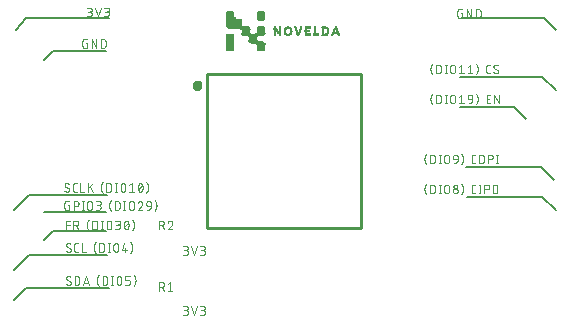
<source format=gbr>
G04 EAGLE Gerber RS-274X export*
G75*
%MOMM*%
%FSLAX34Y34*%
%LPD*%
%INSilkscreen Top*%
%IPPOS*%
%AMOC8*
5,1,8,0,0,1.08239X$1,22.5*%
G01*
%ADD10C,0.152400*%
%ADD11C,0.076200*%
%ADD12C,0.400000*%
%ADD13C,0.254000*%
%ADD14R,0.387500X0.004038*%
%ADD15R,0.431900X0.004031*%
%ADD16R,0.460100X0.004041*%
%ADD17R,0.484300X0.004041*%
%ADD18R,0.484400X0.004041*%
%ADD19R,0.500500X0.004028*%
%ADD20R,0.504500X0.004028*%
%ADD21R,0.520700X0.004041*%
%ADD22R,0.532800X0.004041*%
%ADD23R,0.536900X0.004041*%
%ADD24R,0.548900X0.004028*%
%ADD25R,0.565100X0.004041*%
%ADD26R,0.561100X0.004041*%
%ADD27R,0.573100X0.004041*%
%ADD28R,0.577200X0.004041*%
%ADD29R,0.585300X0.004031*%
%ADD30R,0.597400X0.004038*%
%ADD31R,0.605500X0.004031*%
%ADD32R,0.613500X0.004041*%
%ADD33R,0.621600X0.004041*%
%ADD34R,0.625700X0.004041*%
%ADD35R,0.629700X0.004028*%
%ADD36R,0.633700X0.004028*%
%ADD37R,0.637700X0.004041*%
%ADD38R,0.645800X0.004041*%
%ADD39R,0.653900X0.004028*%
%ADD40R,0.661900X0.004041*%
%ADD41R,0.657900X0.004041*%
%ADD42R,0.666000X0.004041*%
%ADD43R,0.670100X0.004031*%
%ADD44R,0.674100X0.004031*%
%ADD45R,0.678100X0.004038*%
%ADD46R,0.686200X0.004031*%
%ADD47R,0.682100X0.004031*%
%ADD48R,0.686200X0.004041*%
%ADD49R,0.690300X0.004041*%
%ADD50R,0.694300X0.004041*%
%ADD51R,0.698300X0.004028*%
%ADD52R,0.702300X0.004041*%
%ADD53R,0.706400X0.004041*%
%ADD54R,0.706300X0.004041*%
%ADD55R,0.710400X0.004028*%
%ADD56R,0.714400X0.004041*%
%ADD57R,0.714500X0.004041*%
%ADD58R,0.718500X0.004041*%
%ADD59R,0.718500X0.004031*%
%ADD60R,0.722500X0.004031*%
%ADD61R,0.726500X0.004038*%
%ADD62R,0.722500X0.004038*%
%ADD63R,0.726500X0.004031*%
%ADD64R,0.730600X0.004041*%
%ADD65R,0.730500X0.004041*%
%ADD66R,0.734600X0.004041*%
%ADD67R,0.734600X0.004028*%
%ADD68R,0.738700X0.004041*%
%ADD69R,0.738600X0.004041*%
%ADD70R,0.742700X0.004028*%
%ADD71R,0.742700X0.004041*%
%ADD72R,0.742700X0.004031*%
%ADD73R,0.746700X0.004031*%
%ADD74R,0.746700X0.004038*%
%ADD75R,0.750700X0.004031*%
%ADD76R,0.750700X0.004041*%
%ADD77R,0.750800X0.004041*%
%ADD78R,0.750700X0.004028*%
%ADD79R,0.750800X0.004028*%
%ADD80R,0.750800X0.004031*%
%ADD81R,0.750700X0.004038*%
%ADD82R,0.750800X0.004038*%
%ADD83R,0.754800X0.004028*%
%ADD84R,0.754800X0.004041*%
%ADD85R,0.754800X0.004031*%
%ADD86R,0.758800X0.004038*%
%ADD87R,0.758800X0.004031*%
%ADD88R,0.758800X0.004041*%
%ADD89R,0.762900X0.004041*%
%ADD90R,0.762900X0.004028*%
%ADD91R,0.766900X0.004041*%
%ADD92R,0.770900X0.004028*%
%ADD93R,0.770900X0.004041*%
%ADD94R,0.775000X0.004041*%
%ADD95R,0.779000X0.004031*%
%ADD96R,0.779000X0.004038*%
%ADD97R,0.783100X0.004041*%
%ADD98R,0.787100X0.004041*%
%ADD99R,0.791200X0.004028*%
%ADD100R,0.791100X0.004041*%
%ADD101R,0.795100X0.004041*%
%ADD102R,0.799200X0.004028*%
%ADD103R,0.799200X0.004041*%
%ADD104R,0.807300X0.004041*%
%ADD105R,0.811300X0.004031*%
%ADD106R,0.815400X0.004038*%
%ADD107R,0.823500X0.004031*%
%ADD108R,0.827400X0.004041*%
%ADD109R,0.839500X0.004041*%
%ADD110R,0.847600X0.004028*%
%ADD111R,1.170600X0.004041*%
%ADD112R,1.198800X0.004041*%
%ADD113R,1.215000X0.004028*%
%ADD114R,1.223000X0.004041*%
%ADD115R,1.231100X0.004041*%
%ADD116R,1.239200X0.004031*%
%ADD117R,1.243200X0.004038*%
%ADD118R,1.243200X0.004031*%
%ADD119R,1.247300X0.004041*%
%ADD120R,1.255300X0.004041*%
%ADD121R,1.255300X0.004028*%
%ADD122R,1.259400X0.004041*%
%ADD123R,1.259300X0.004028*%
%ADD124R,1.255300X0.004031*%
%ADD125R,1.255300X0.004038*%
%ADD126R,1.251300X0.004031*%
%ADD127R,1.251200X0.004041*%
%ADD128R,1.243200X0.004041*%
%ADD129R,1.239200X0.004028*%
%ADD130R,1.235100X0.004041*%
%ADD131R,1.227000X0.004041*%
%ADD132R,1.218900X0.004028*%
%ADD133R,1.210900X0.004041*%
%ADD134R,1.190700X0.004041*%
%ADD135R,0.867800X0.004031*%
%ADD136R,0.843600X0.004038*%
%ADD137R,0.835600X0.004031*%
%ADD138R,0.823500X0.004041*%
%ADD139R,0.819400X0.004041*%
%ADD140R,0.815400X0.004028*%
%ADD141R,0.811300X0.004041*%
%ADD142R,0.803200X0.004041*%
%ADD143R,0.795200X0.004041*%
%ADD144R,0.791200X0.004031*%
%ADD145R,0.787100X0.004038*%
%ADD146R,0.787100X0.004031*%
%ADD147R,0.779000X0.004041*%
%ADD148R,0.775000X0.004028*%
%ADD149R,0.774900X0.004041*%
%ADD150R,0.766900X0.004031*%
%ADD151R,0.762800X0.004038*%
%ADD152R,0.762800X0.004031*%
%ADD153R,0.762800X0.004041*%
%ADD154R,0.758800X0.004028*%
%ADD155R,0.758900X0.004031*%
%ADD156R,0.758900X0.004038*%
%ADD157R,0.758900X0.004041*%
%ADD158R,0.766900X0.004028*%
%ADD159R,0.774900X0.004028*%
%ADD160R,0.783100X0.004031*%
%ADD161R,0.783100X0.004038*%
%ADD162R,0.791100X0.004031*%
%ADD163R,0.746700X0.004028*%
%ADD164R,0.807300X0.004028*%
%ADD165R,0.815300X0.004041*%
%ADD166R,0.823500X0.004028*%
%ADD167R,0.831500X0.004041*%
%ADD168R,0.734600X0.004031*%
%ADD169R,0.847700X0.004031*%
%ADD170R,0.734600X0.004038*%
%ADD171R,0.855700X0.004038*%
%ADD172R,0.863700X0.004031*%
%ADD173R,0.871900X0.004041*%
%ADD174R,0.726500X0.004041*%
%ADD175R,0.879900X0.004041*%
%ADD176R,0.726500X0.004028*%
%ADD177R,0.896100X0.004028*%
%ADD178R,0.722500X0.004041*%
%ADD179R,0.912300X0.004041*%
%ADD180R,0.920300X0.004041*%
%ADD181R,0.718500X0.004028*%
%ADD182R,0.936500X0.004028*%
%ADD183R,0.710400X0.004041*%
%ADD184R,0.960700X0.004041*%
%ADD185R,0.984900X0.004041*%
%ADD186R,0.702300X0.004031*%
%ADD187R,1.033300X0.004031*%
%ADD188R,0.702300X0.004038*%
%ADD189R,1.687200X0.004038*%
%ADD190R,0.694300X0.004031*%
%ADD191R,1.727500X0.004031*%
%ADD192R,1.751700X0.004041*%
%ADD193R,1.776000X0.004041*%
%ADD194R,0.678100X0.004028*%
%ADD195R,1.792100X0.004028*%
%ADD196R,0.674100X0.004041*%
%ADD197R,1.808300X0.004041*%
%ADD198R,0.670100X0.004041*%
%ADD199R,1.824500X0.004041*%
%ADD200R,0.661900X0.004028*%
%ADD201R,1.840500X0.004028*%
%ADD202R,0.653900X0.004041*%
%ADD203R,1.848700X0.004041*%
%ADD204R,1.864800X0.004041*%
%ADD205R,0.637700X0.004031*%
%ADD206R,1.872900X0.004031*%
%ADD207R,0.633700X0.004038*%
%ADD208R,1.880900X0.004038*%
%ADD209R,0.625600X0.004031*%
%ADD210R,1.897100X0.004031*%
%ADD211R,0.617600X0.004041*%
%ADD212R,1.905100X0.004041*%
%ADD213R,0.605500X0.004041*%
%ADD214R,1.913300X0.004041*%
%ADD215R,0.597400X0.004028*%
%ADD216R,1.921300X0.004028*%
%ADD217R,0.589300X0.004041*%
%ADD218R,1.929300X0.004041*%
%ADD219R,1.937500X0.004041*%
%ADD220R,0.565100X0.004028*%
%ADD221R,1.937500X0.004028*%
%ADD222R,0.553000X0.004041*%
%ADD223R,1.945500X0.004041*%
%ADD224R,0.540900X0.004041*%
%ADD225R,1.953600X0.004041*%
%ADD226R,0.524700X0.004031*%
%ADD227R,1.961700X0.004031*%
%ADD228R,0.508600X0.004038*%
%ADD229R,1.961700X0.004038*%
%ADD230R,0.492500X0.004031*%
%ADD231R,1.969700X0.004031*%
%ADD232R,0.468200X0.004041*%
%ADD233R,1.977900X0.004041*%
%ADD234R,0.440000X0.004041*%
%ADD235R,0.403700X0.004028*%
%ADD236R,1.985900X0.004028*%
%ADD237R,0.867800X0.004041*%
%ADD238R,0.863800X0.004041*%
%ADD239R,0.851600X0.004041*%
%ADD240R,0.843600X0.004041*%
%ADD241R,0.835500X0.004028*%
%ADD242R,0.831500X0.004028*%
%ADD243R,0.827500X0.004041*%
%ADD244R,0.823400X0.004041*%
%ADD245R,0.815400X0.004041*%
%ADD246R,0.819400X0.004031*%
%ADD247R,0.815300X0.004031*%
%ADD248R,0.811300X0.004038*%
%ADD249R,0.807300X0.004038*%
%ADD250R,0.807300X0.004031*%
%ADD251R,0.803200X0.004031*%
%ADD252R,0.795100X0.004028*%
%ADD253R,0.791100X0.004028*%
%ADD254R,0.791200X0.004041*%
%ADD255R,0.787100X0.004028*%
%ADD256R,0.783100X0.004028*%
%ADD257R,0.783000X0.004041*%
%ADD258R,0.783000X0.004031*%
%ADD259R,0.775000X0.004038*%
%ADD260R,0.775000X0.004031*%
%ADD261R,0.770900X0.004031*%
%ADD262R,0.754800X0.004038*%
%ADD263R,0.746700X0.004041*%
%ADD264R,0.783000X0.004038*%
%ADD265R,0.742700X0.004038*%
%ADD266R,0.795200X0.004028*%
%ADD267R,0.738700X0.004028*%
%ADD268R,0.803300X0.004028*%
%ADD269R,0.730500X0.004028*%
%ADD270R,0.823400X0.004038*%
%ADD271R,0.718500X0.004038*%
%ADD272R,0.827500X0.004031*%
%ADD273R,0.714500X0.004031*%
%ADD274R,0.835500X0.004041*%
%ADD275R,0.859800X0.004028*%
%ADD276R,0.702300X0.004028*%
%ADD277R,1.828400X0.004041*%
%ADD278R,0.698300X0.004041*%
%ADD279R,1.848600X0.004041*%
%ADD280R,1.860800X0.004028*%
%ADD281R,0.690300X0.004028*%
%ADD282R,1.868900X0.004041*%
%ADD283R,1.877000X0.004041*%
%ADD284R,0.682100X0.004041*%
%ADD285R,1.880900X0.004031*%
%ADD286R,1.889000X0.004038*%
%ADD287R,0.670100X0.004038*%
%ADD288R,1.893100X0.004031*%
%ADD289R,0.661900X0.004031*%
%ADD290R,1.897000X0.004041*%
%ADD291R,1.897100X0.004041*%
%ADD292R,0.649900X0.004041*%
%ADD293R,1.901200X0.004028*%
%ADD294R,0.641700X0.004028*%
%ADD295R,1.901100X0.004041*%
%ADD296R,0.629700X0.004041*%
%ADD297R,0.621600X0.004028*%
%ADD298R,0.601500X0.004041*%
%ADD299R,1.901200X0.004031*%
%ADD300R,0.589300X0.004031*%
%ADD301R,1.897100X0.004038*%
%ADD302R,0.581300X0.004038*%
%ADD303R,1.897000X0.004031*%
%ADD304R,0.569100X0.004031*%
%ADD305R,0.557000X0.004041*%
%ADD306R,1.893000X0.004041*%
%ADD307R,0.544900X0.004041*%
%ADD308R,1.885000X0.004028*%
%ADD309R,0.532800X0.004028*%
%ADD310R,1.881000X0.004041*%
%ADD311R,0.516700X0.004041*%
%ADD312R,1.876900X0.004041*%
%ADD313R,0.496500X0.004041*%
%ADD314R,1.864800X0.004028*%
%ADD315R,0.476300X0.004028*%
%ADD316R,1.856700X0.004041*%
%ADD317R,0.452100X0.004041*%
%ADD318R,1.844700X0.004041*%
%ADD319R,0.419800X0.004041*%
%ADD320R,1.812400X0.004031*%
%ADD321R,0.355200X0.004031*%
%ADD322R,1.497500X0.004038*%
%ADD323R,1.481300X0.004031*%
%ADD324R,1.473200X0.004041*%
%ADD325R,1.465200X0.004041*%
%ADD326R,1.461200X0.004028*%
%ADD327R,1.457200X0.004041*%
%ADD328R,1.449100X0.004041*%
%ADD329R,1.449000X0.004028*%
%ADD330R,1.441000X0.004041*%
%ADD331R,1.436900X0.004041*%
%ADD332R,1.436900X0.004031*%
%ADD333R,1.432900X0.004038*%
%ADD334R,1.428800X0.004031*%
%ADD335R,1.424800X0.004041*%
%ADD336R,1.420800X0.004041*%
%ADD337R,1.424900X0.004028*%
%ADD338R,1.416800X0.004041*%
%ADD339R,1.416800X0.004028*%
%ADD340R,1.412700X0.004041*%
%ADD341R,1.408700X0.004031*%
%ADD342R,1.408700X0.004038*%
%ADD343R,1.404700X0.004031*%
%ADD344R,1.404700X0.004041*%
%ADD345R,1.400600X0.004041*%
%ADD346R,1.400600X0.004028*%
%ADD347R,1.396600X0.004041*%
%ADD348R,1.396600X0.004028*%
%ADD349R,1.396600X0.004031*%
%ADD350R,1.392600X0.004038*%
%ADD351R,1.392600X0.004031*%
%ADD352R,1.392600X0.004041*%
%ADD353R,1.392600X0.004028*%
%ADD354R,1.388500X0.004041*%
%ADD355R,1.388500X0.004028*%
%ADD356R,1.384500X0.004031*%
%ADD357R,1.384500X0.004038*%
%ADD358R,1.380500X0.004041*%
%ADD359R,1.380500X0.004028*%
%ADD360R,1.376400X0.004041*%
%ADD361R,1.372400X0.004028*%
%ADD362R,1.372400X0.004041*%
%ADD363R,1.368300X0.004031*%
%ADD364R,1.364300X0.004038*%
%ADD365R,1.364300X0.004031*%
%ADD366R,0.403700X0.004031*%
%ADD367R,1.360300X0.004041*%
%ADD368R,1.356200X0.004028*%
%ADD369R,0.492500X0.004028*%
%ADD370R,1.352200X0.004041*%
%ADD371R,0.508600X0.004041*%
%ADD372R,0.524700X0.004041*%
%ADD373R,1.348200X0.004028*%
%ADD374R,0.540900X0.004028*%
%ADD375R,1.344100X0.004041*%
%ADD376R,0.552900X0.004041*%
%ADD377R,1.340100X0.004041*%
%ADD378R,1.336100X0.004031*%
%ADD379R,0.577200X0.004031*%
%ADD380R,1.332000X0.004038*%
%ADD381R,0.589300X0.004038*%
%ADD382R,1.328000X0.004031*%
%ADD383R,0.597400X0.004031*%
%ADD384R,1.323900X0.004041*%
%ADD385R,1.319900X0.004041*%
%ADD386R,1.315900X0.004028*%
%ADD387R,0.625700X0.004028*%
%ADD388R,1.311800X0.004041*%
%ADD389R,0.633700X0.004041*%
%ADD390R,1.303800X0.004041*%
%ADD391R,1.299700X0.004028*%
%ADD392R,0.645800X0.004028*%
%ADD393R,1.291700X0.004041*%
%ADD394R,1.283600X0.004041*%
%ADD395R,1.279500X0.004031*%
%ADD396R,1.267400X0.004038*%
%ADD397R,0.674100X0.004038*%
%ADD398R,1.259400X0.004031*%
%ADD399R,0.678100X0.004031*%
%ADD400R,1.210900X0.004028*%
%ADD401R,0.694300X0.004028*%
%ADD402R,0.884000X0.004041*%
%ADD403R,0.851700X0.004028*%
%ADD404R,0.819400X0.004038*%
%ADD405R,0.815400X0.004031*%
%ADD406R,0.803300X0.004041*%
%ADD407R,0.771000X0.004041*%
%ADD408R,0.742600X0.004031*%
%ADD409R,0.742600X0.004041*%
%ADD410R,0.738600X0.004028*%
%ADD411R,0.730600X0.004028*%
%ADD412R,0.726600X0.004041*%
%ADD413R,0.718400X0.004038*%
%ADD414R,0.714400X0.004031*%
%ADD415R,0.706400X0.004028*%
%ADD416R,0.706300X0.004028*%
%ADD417R,0.694200X0.004041*%
%ADD418R,0.690200X0.004028*%
%ADD419R,0.682200X0.004041*%
%ADD420R,0.666000X0.004038*%
%ADD421R,0.662000X0.004031*%
%ADD422R,0.666000X0.004031*%
%ADD423R,0.649800X0.004041*%
%ADD424R,0.641800X0.004028*%
%ADD425R,0.625600X0.004041*%
%ADD426R,0.617600X0.004028*%
%ADD427R,0.609500X0.004041*%
%ADD428R,0.601400X0.004041*%
%ADD429R,0.589400X0.004031*%
%ADD430R,0.593300X0.004031*%
%ADD431R,0.577200X0.004038*%
%ADD432R,0.585300X0.004038*%
%ADD433R,0.573100X0.004031*%
%ADD434R,0.540800X0.004041*%
%ADD435R,0.548900X0.004041*%
%ADD436R,0.528800X0.004028*%
%ADD437R,0.536900X0.004028*%
%ADD438R,0.492400X0.004041*%
%ADD439R,0.500500X0.004041*%
%ADD440R,0.468200X0.004028*%
%ADD441R,0.484300X0.004028*%
%ADD442R,0.444000X0.004041*%
%ADD443R,0.407700X0.004041*%
%ADD444R,0.431900X0.004041*%
%ADD445R,0.387500X0.004031*%
%ADD446R,0.080700X0.004038*%
%ADD447R,0.137200X0.004031*%
%ADD448R,0.149300X0.004038*%
%ADD449R,0.145300X0.004038*%
%ADD450R,0.177600X0.004038*%
%ADD451R,0.185700X0.004038*%
%ADD452R,0.500500X0.004038*%
%ADD453R,0.310800X0.004038*%
%ADD454R,0.165500X0.004038*%
%ADD455R,0.209900X0.004038*%
%ADD456R,0.193700X0.004038*%
%ADD457R,0.444000X0.004038*%
%ADD458R,0.343100X0.004038*%
%ADD459R,0.161400X0.004038*%
%ADD460R,0.149300X0.004025*%
%ADD461R,0.238100X0.004025*%
%ADD462R,0.193700X0.004025*%
%ADD463R,0.500500X0.004025*%
%ADD464R,0.444000X0.004025*%
%ADD465R,0.363300X0.004025*%
%ADD466R,0.161400X0.004025*%
%ADD467R,0.165500X0.004025*%
%ADD468R,0.153400X0.004038*%
%ADD469R,0.262300X0.004038*%
%ADD470R,0.379400X0.004038*%
%ADD471R,0.169600X0.004038*%
%ADD472R,0.282500X0.004038*%
%ADD473R,0.201800X0.004038*%
%ADD474R,0.395600X0.004038*%
%ADD475R,0.161500X0.004038*%
%ADD476R,0.157400X0.004025*%
%ADD477R,0.302700X0.004025*%
%ADD478R,0.201800X0.004025*%
%ADD479R,0.407700X0.004025*%
%ADD480R,0.161500X0.004025*%
%ADD481R,0.322900X0.004038*%
%ADD482R,0.415700X0.004038*%
%ADD483R,0.169500X0.004038*%
%ADD484R,0.339100X0.004038*%
%ADD485R,0.427900X0.004038*%
%ADD486R,0.149300X0.004031*%
%ADD487R,0.165500X0.004031*%
%ADD488R,0.209900X0.004031*%
%ADD489R,0.500500X0.004031*%
%ADD490R,0.444000X0.004031*%
%ADD491R,0.435900X0.004031*%
%ADD492R,0.367300X0.004038*%
%ADD493R,0.169500X0.004031*%
%ADD494R,0.379400X0.004031*%
%ADD495R,0.217900X0.004031*%
%ADD496R,0.452100X0.004031*%
%ADD497R,0.161400X0.004031*%
%ADD498R,0.173600X0.004038*%
%ADD499R,0.217900X0.004038*%
%ADD500R,0.460100X0.004038*%
%ADD501R,0.407700X0.004038*%
%ADD502R,0.468200X0.004038*%
%ADD503R,0.177600X0.004025*%
%ADD504R,0.419800X0.004025*%
%ADD505R,0.226100X0.004025*%
%ADD506R,0.476300X0.004025*%
%ADD507R,0.181600X0.004038*%
%ADD508R,0.431900X0.004038*%
%ADD509R,0.226100X0.004038*%
%ADD510R,0.480300X0.004038*%
%ADD511R,0.488400X0.004038*%
%ADD512R,0.185700X0.004025*%
%ADD513R,0.452100X0.004025*%
%ADD514R,0.234100X0.004025*%
%ADD515R,0.492400X0.004025*%
%ADD516R,0.189700X0.004038*%
%ADD517R,0.234100X0.004038*%
%ADD518R,0.165400X0.004038*%
%ADD519R,0.472300X0.004038*%
%ADD520R,0.504500X0.004038*%
%ADD521R,0.193700X0.004031*%
%ADD522R,0.480300X0.004031*%
%ADD523R,0.242200X0.004031*%
%ADD524R,0.512600X0.004031*%
%ADD525R,0.197800X0.004038*%
%ADD526R,0.492400X0.004038*%
%ADD527R,0.242200X0.004038*%
%ADD528R,0.516700X0.004038*%
%ADD529R,0.201800X0.004031*%
%ADD530R,0.520700X0.004031*%
%ADD531R,0.161500X0.004031*%
%ADD532R,0.250300X0.004038*%
%ADD533R,0.524700X0.004038*%
%ADD534R,0.205900X0.004038*%
%ADD535R,0.528800X0.004038*%
%ADD536R,0.209900X0.004025*%
%ADD537R,0.524700X0.004025*%
%ADD538R,0.250300X0.004025*%
%ADD539R,0.532800X0.004025*%
%ADD540R,0.532800X0.004038*%
%ADD541R,0.258300X0.004038*%
%ADD542R,0.536800X0.004038*%
%ADD543R,0.213900X0.004038*%
%ADD544R,0.536900X0.004038*%
%ADD545R,0.540900X0.004038*%
%ADD546R,0.218000X0.004025*%
%ADD547R,0.544900X0.004025*%
%ADD548R,0.258300X0.004025*%
%ADD549R,0.165400X0.004025*%
%ADD550R,0.218000X0.004038*%
%ADD551R,0.548900X0.004038*%
%ADD552R,0.266400X0.004038*%
%ADD553R,0.222000X0.004038*%
%ADD554R,0.557000X0.004038*%
%ADD555R,0.553000X0.004038*%
%ADD556R,0.226000X0.004031*%
%ADD557R,0.565100X0.004031*%
%ADD558R,0.270400X0.004031*%
%ADD559R,0.557000X0.004031*%
%ADD560R,0.226000X0.004038*%
%ADD561R,0.262400X0.004038*%
%ADD562R,0.274500X0.004038*%
%ADD563R,0.561100X0.004038*%
%ADD564R,0.230100X0.004031*%
%ADD565R,0.242100X0.004031*%
%ADD566R,0.274500X0.004031*%
%ADD567R,0.153400X0.004031*%
%ADD568R,0.262400X0.004031*%
%ADD569R,0.230100X0.004038*%
%ADD570R,0.230000X0.004038*%
%ADD571R,0.278500X0.004038*%
%ADD572R,0.157400X0.004038*%
%ADD573R,0.213900X0.004025*%
%ADD574R,0.217900X0.004025*%
%ADD575R,0.282500X0.004025*%
%ADD576R,0.153400X0.004025*%
%ADD577R,0.222000X0.004025*%
%ADD578R,0.290600X0.004038*%
%ADD579R,0.246200X0.004025*%
%ADD580R,0.197800X0.004025*%
%ADD581R,0.290600X0.004025*%
%ADD582R,0.205800X0.004025*%
%ADD583R,0.197700X0.004038*%
%ADD584R,0.298700X0.004038*%
%ADD585R,0.605500X0.004038*%
%ADD586R,0.193800X0.004038*%
%ADD587R,0.254300X0.004031*%
%ADD588R,0.189700X0.004031*%
%ADD589R,0.298700X0.004031*%
%ADD590R,0.157400X0.004031*%
%ADD591R,0.306700X0.004038*%
%ADD592R,0.593400X0.004038*%
%ADD593R,0.258300X0.004031*%
%ADD594R,0.185700X0.004031*%
%ADD595R,0.306700X0.004031*%
%ADD596R,0.185600X0.004038*%
%ADD597R,0.314900X0.004038*%
%ADD598R,0.581200X0.004038*%
%ADD599R,0.266400X0.004025*%
%ADD600R,0.181700X0.004025*%
%ADD601R,0.181600X0.004025*%
%ADD602R,0.314900X0.004025*%
%ADD603R,0.581200X0.004025*%
%ADD604R,0.270400X0.004038*%
%ADD605R,0.181700X0.004038*%
%ADD606R,0.573200X0.004038*%
%ADD607R,0.274500X0.004025*%
%ADD608R,0.173600X0.004025*%
%ADD609R,0.573200X0.004025*%
%ADD610R,0.173500X0.004038*%
%ADD611R,0.157500X0.004038*%
%ADD612R,0.565100X0.004038*%
%ADD613R,0.282500X0.004031*%
%ADD614R,0.169600X0.004031*%
%ADD615R,0.173500X0.004031*%
%ADD616R,0.157500X0.004031*%
%ADD617R,0.177600X0.004031*%
%ADD618R,0.286600X0.004038*%
%ADD619R,0.561000X0.004038*%
%ADD620R,0.290600X0.004031*%
%ADD621R,0.294700X0.004038*%
%ADD622R,0.298700X0.004025*%
%ADD623R,0.548900X0.004025*%
%ADD624R,0.302700X0.004038*%
%ADD625R,0.306800X0.004025*%
%ADD626R,0.540900X0.004025*%
%ADD627R,0.314800X0.004031*%
%ADD628R,0.532800X0.004031*%
%ADD629R,0.318900X0.004038*%
%ADD630R,0.318900X0.004031*%
%ADD631R,0.326900X0.004038*%
%ADD632R,0.169500X0.004025*%
%ADD633R,0.516700X0.004025*%
%ADD634R,0.165400X0.004031*%
%ADD635R,0.427800X0.004038*%
%ADD636R,0.153300X0.004038*%
%ADD637R,0.173600X0.004031*%
%ADD638R,0.427800X0.004031*%
%ADD639R,0.153300X0.004031*%
%ADD640R,0.173500X0.004025*%
%ADD641R,0.157500X0.004025*%
%ADD642R,0.427800X0.004025*%
%ADD643R,0.169600X0.004025*%
%ADD644R,0.149400X0.004038*%
%ADD645R,0.318900X0.004025*%
%ADD646R,0.153300X0.004025*%
%ADD647R,0.314800X0.004038*%
%ADD648R,0.310800X0.004031*%
%ADD649R,0.302700X0.004031*%
%ADD650R,0.149400X0.004031*%
%ADD651R,0.294600X0.004025*%
%ADD652R,0.294600X0.004038*%
%ADD653R,0.286600X0.004025*%
%ADD654R,0.278500X0.004031*%
%ADD655R,0.181700X0.004031*%
%ADD656R,0.185600X0.004025*%
%ADD657R,0.189700X0.004025*%
%ADD658R,0.149400X0.004025*%
%ADD659R,0.254300X0.004038*%
%ADD660R,0.306800X0.004038*%
%ADD661R,0.250200X0.004031*%
%ADD662R,0.197700X0.004031*%
%ADD663R,0.197800X0.004031*%
%ADD664R,0.205900X0.004031*%
%ADD665R,0.306800X0.004031*%
%ADD666R,0.246200X0.004038*%
%ADD667R,0.214000X0.004038*%
%ADD668R,0.302800X0.004038*%
%ADD669R,0.246200X0.004031*%
%ADD670R,0.205800X0.004038*%
%ADD671R,0.238100X0.004038*%
%ADD672R,0.242200X0.004025*%
%ADD673R,0.242100X0.004038*%
%ADD674R,0.230100X0.004025*%
%ADD675R,0.262400X0.004025*%
%ADD676R,0.488400X0.004025*%
%ADD677R,0.565100X0.004025*%
%ADD678R,0.222000X0.004031*%
%ADD679R,0.548900X0.004031*%
%ADD680R,0.488400X0.004031*%
%ADD681R,0.553000X0.004031*%
%ADD682R,0.544900X0.004038*%
%ADD683R,0.213900X0.004031*%
%ADD684R,0.536900X0.004031*%
%ADD685R,0.544900X0.004031*%
%ADD686R,0.266400X0.004031*%
%ADD687R,0.520700X0.004025*%
%ADD688R,0.460100X0.004031*%
%ADD689R,0.504500X0.004031*%
%ADD690R,0.452100X0.004038*%
%ADD691R,0.238200X0.004038*%
%ADD692R,0.492400X0.004031*%
%ADD693R,0.234100X0.004031*%
%ADD694R,0.419800X0.004038*%
%ADD695R,0.226000X0.004025*%
%ADD696R,0.367300X0.004025*%
%ADD697R,0.355200X0.004038*%
%ADD698R,0.435900X0.004038*%
%ADD699R,0.322900X0.004031*%
%ADD700R,0.423800X0.004031*%
%ADD701R,0.403600X0.004031*%
%ADD702R,0.391500X0.004038*%
%ADD703R,0.375400X0.004038*%
%ADD704R,0.145300X0.004025*%
%ADD705R,0.355200X0.004025*%
%ADD706R,0.331000X0.004038*%
%ADD707R,0.141300X0.004038*%
%ADD708R,0.080700X0.004025*%


D10*
X21590Y99060D02*
X34290Y111760D01*
X100330Y111760D01*
X99060Y97790D02*
X46990Y97790D01*
X54610Y81280D02*
X46990Y73660D01*
X54610Y81280D02*
X99060Y81280D01*
X34290Y60960D02*
X21590Y48260D01*
X34290Y60960D02*
X100330Y60960D01*
X31750Y33020D02*
X21590Y22860D01*
X31750Y33020D02*
X101600Y33020D01*
D11*
X66336Y114681D02*
X66414Y114683D01*
X66492Y114688D01*
X66569Y114698D01*
X66646Y114711D01*
X66722Y114727D01*
X66797Y114747D01*
X66871Y114771D01*
X66944Y114798D01*
X67016Y114829D01*
X67086Y114863D01*
X67155Y114900D01*
X67221Y114941D01*
X67286Y114985D01*
X67348Y115031D01*
X67408Y115081D01*
X67466Y115133D01*
X67521Y115188D01*
X67573Y115246D01*
X67623Y115306D01*
X67669Y115368D01*
X67713Y115433D01*
X67754Y115500D01*
X67791Y115568D01*
X67825Y115638D01*
X67856Y115710D01*
X67883Y115783D01*
X67907Y115857D01*
X67927Y115932D01*
X67943Y116008D01*
X67956Y116085D01*
X67966Y116162D01*
X67971Y116240D01*
X67973Y116318D01*
X66336Y114681D02*
X66222Y114683D01*
X66109Y114688D01*
X65995Y114698D01*
X65882Y114711D01*
X65770Y114728D01*
X65658Y114748D01*
X65547Y114772D01*
X65436Y114800D01*
X65327Y114831D01*
X65219Y114866D01*
X65112Y114905D01*
X65006Y114947D01*
X64902Y114992D01*
X64799Y115041D01*
X64698Y115094D01*
X64599Y115149D01*
X64501Y115208D01*
X64406Y115270D01*
X64313Y115335D01*
X64221Y115403D01*
X64133Y115474D01*
X64046Y115548D01*
X63962Y115625D01*
X63881Y115704D01*
X64085Y120410D02*
X64087Y120488D01*
X64092Y120566D01*
X64102Y120643D01*
X64115Y120720D01*
X64131Y120796D01*
X64151Y120871D01*
X64175Y120945D01*
X64202Y121018D01*
X64233Y121090D01*
X64267Y121160D01*
X64304Y121229D01*
X64345Y121295D01*
X64389Y121360D01*
X64435Y121422D01*
X64485Y121482D01*
X64537Y121540D01*
X64592Y121595D01*
X64650Y121647D01*
X64710Y121697D01*
X64772Y121743D01*
X64837Y121787D01*
X64904Y121828D01*
X64972Y121865D01*
X65042Y121899D01*
X65114Y121930D01*
X65187Y121957D01*
X65261Y121981D01*
X65336Y122001D01*
X65412Y122017D01*
X65489Y122030D01*
X65566Y122040D01*
X65644Y122045D01*
X65722Y122047D01*
X65832Y122045D01*
X65941Y122039D01*
X66051Y122029D01*
X66159Y122016D01*
X66268Y121998D01*
X66375Y121977D01*
X66482Y121951D01*
X66588Y121922D01*
X66693Y121890D01*
X66796Y121853D01*
X66898Y121813D01*
X66999Y121769D01*
X67098Y121721D01*
X67195Y121671D01*
X67290Y121616D01*
X67383Y121558D01*
X67474Y121497D01*
X67563Y121433D01*
X64904Y118977D02*
X64837Y119019D01*
X64772Y119063D01*
X64710Y119111D01*
X64650Y119161D01*
X64592Y119214D01*
X64537Y119270D01*
X64485Y119329D01*
X64435Y119389D01*
X64388Y119453D01*
X64345Y119518D01*
X64304Y119585D01*
X64267Y119654D01*
X64233Y119725D01*
X64202Y119797D01*
X64175Y119871D01*
X64151Y119945D01*
X64131Y120021D01*
X64115Y120098D01*
X64102Y120175D01*
X64092Y120253D01*
X64087Y120332D01*
X64085Y120410D01*
X67155Y117750D02*
X67221Y117708D01*
X67286Y117664D01*
X67348Y117617D01*
X67408Y117566D01*
X67466Y117513D01*
X67521Y117457D01*
X67574Y117399D01*
X67623Y117338D01*
X67670Y117275D01*
X67713Y117210D01*
X67754Y117143D01*
X67791Y117074D01*
X67825Y117003D01*
X67856Y116931D01*
X67883Y116857D01*
X67907Y116782D01*
X67927Y116707D01*
X67943Y116630D01*
X67956Y116553D01*
X67966Y116475D01*
X67971Y116396D01*
X67973Y116318D01*
X67155Y117750D02*
X64904Y118978D01*
X72566Y114681D02*
X74203Y114681D01*
X72566Y114681D02*
X72488Y114683D01*
X72410Y114688D01*
X72333Y114698D01*
X72256Y114711D01*
X72180Y114727D01*
X72105Y114747D01*
X72031Y114771D01*
X71958Y114798D01*
X71886Y114829D01*
X71816Y114863D01*
X71748Y114900D01*
X71681Y114941D01*
X71616Y114985D01*
X71554Y115031D01*
X71494Y115081D01*
X71436Y115133D01*
X71381Y115188D01*
X71329Y115246D01*
X71279Y115306D01*
X71233Y115368D01*
X71189Y115433D01*
X71148Y115500D01*
X71111Y115568D01*
X71077Y115638D01*
X71046Y115710D01*
X71019Y115783D01*
X70995Y115857D01*
X70975Y115932D01*
X70959Y116008D01*
X70946Y116085D01*
X70936Y116162D01*
X70931Y116240D01*
X70929Y116318D01*
X70929Y120410D01*
X70931Y120490D01*
X70937Y120570D01*
X70947Y120650D01*
X70960Y120729D01*
X70978Y120808D01*
X70999Y120885D01*
X71025Y120961D01*
X71054Y121036D01*
X71086Y121110D01*
X71122Y121182D01*
X71162Y121252D01*
X71205Y121319D01*
X71251Y121385D01*
X71301Y121448D01*
X71353Y121509D01*
X71408Y121568D01*
X71467Y121623D01*
X71527Y121675D01*
X71591Y121725D01*
X71657Y121771D01*
X71724Y121814D01*
X71794Y121854D01*
X71866Y121890D01*
X71940Y121922D01*
X72014Y121951D01*
X72091Y121977D01*
X72168Y121998D01*
X72247Y122016D01*
X72326Y122029D01*
X72406Y122039D01*
X72486Y122045D01*
X72566Y122047D01*
X74203Y122047D01*
X77308Y122047D02*
X77308Y114681D01*
X80582Y114681D01*
X83750Y114681D02*
X83750Y122047D01*
X87842Y122047D02*
X83750Y117546D01*
X85387Y119182D02*
X87842Y114681D01*
X94634Y118364D02*
X94636Y118533D01*
X94642Y118701D01*
X94652Y118869D01*
X94666Y119037D01*
X94685Y119205D01*
X94707Y119372D01*
X94733Y119538D01*
X94763Y119704D01*
X94798Y119869D01*
X94836Y120033D01*
X94878Y120197D01*
X94924Y120359D01*
X94974Y120520D01*
X95028Y120680D01*
X95085Y120838D01*
X95147Y120995D01*
X95212Y121150D01*
X95281Y121304D01*
X95353Y121456D01*
X95429Y121607D01*
X95509Y121755D01*
X95592Y121902D01*
X95679Y122046D01*
X95770Y122189D01*
X95863Y122329D01*
X95960Y122467D01*
X96061Y122602D01*
X96164Y122735D01*
X96271Y122865D01*
X94634Y118364D02*
X94636Y118195D01*
X94642Y118027D01*
X94652Y117859D01*
X94666Y117691D01*
X94685Y117523D01*
X94707Y117356D01*
X94733Y117190D01*
X94763Y117024D01*
X94798Y116859D01*
X94836Y116695D01*
X94878Y116531D01*
X94924Y116369D01*
X94974Y116208D01*
X95028Y116048D01*
X95085Y115890D01*
X95147Y115733D01*
X95212Y115578D01*
X95281Y115424D01*
X95353Y115272D01*
X95429Y115121D01*
X95509Y114973D01*
X95592Y114826D01*
X95679Y114682D01*
X95770Y114539D01*
X95863Y114399D01*
X95960Y114261D01*
X96061Y114126D01*
X96164Y113993D01*
X96271Y113863D01*
X99482Y114681D02*
X99482Y122047D01*
X101528Y122047D01*
X101617Y122045D01*
X101706Y122039D01*
X101795Y122029D01*
X101883Y122016D01*
X101971Y121999D01*
X102058Y121977D01*
X102143Y121952D01*
X102228Y121924D01*
X102311Y121891D01*
X102393Y121855D01*
X102473Y121816D01*
X102551Y121773D01*
X102627Y121727D01*
X102702Y121677D01*
X102774Y121624D01*
X102843Y121568D01*
X102910Y121509D01*
X102975Y121448D01*
X103036Y121383D01*
X103095Y121316D01*
X103151Y121247D01*
X103204Y121175D01*
X103254Y121100D01*
X103300Y121024D01*
X103343Y120946D01*
X103382Y120866D01*
X103418Y120784D01*
X103451Y120701D01*
X103479Y120616D01*
X103504Y120531D01*
X103526Y120444D01*
X103543Y120356D01*
X103556Y120268D01*
X103566Y120179D01*
X103572Y120090D01*
X103574Y120001D01*
X103574Y116727D01*
X103572Y116638D01*
X103566Y116549D01*
X103556Y116460D01*
X103543Y116372D01*
X103526Y116284D01*
X103504Y116197D01*
X103479Y116112D01*
X103451Y116027D01*
X103418Y115944D01*
X103382Y115862D01*
X103343Y115782D01*
X103300Y115704D01*
X103254Y115628D01*
X103204Y115553D01*
X103151Y115481D01*
X103095Y115412D01*
X103036Y115345D01*
X102975Y115280D01*
X102910Y115219D01*
X102843Y115160D01*
X102774Y115104D01*
X102702Y115051D01*
X102627Y115001D01*
X102551Y114955D01*
X102473Y114912D01*
X102393Y114873D01*
X102311Y114837D01*
X102228Y114804D01*
X102143Y114776D01*
X102058Y114751D01*
X101971Y114729D01*
X101883Y114712D01*
X101795Y114699D01*
X101706Y114689D01*
X101617Y114683D01*
X101528Y114681D01*
X99482Y114681D01*
X107624Y114681D02*
X107624Y122047D01*
X106805Y114681D02*
X108442Y114681D01*
X108442Y122047D02*
X106805Y122047D01*
X111430Y120001D02*
X111430Y116727D01*
X111430Y120001D02*
X111432Y120090D01*
X111438Y120179D01*
X111448Y120268D01*
X111461Y120356D01*
X111478Y120444D01*
X111500Y120531D01*
X111525Y120616D01*
X111553Y120701D01*
X111586Y120784D01*
X111622Y120866D01*
X111661Y120946D01*
X111704Y121024D01*
X111750Y121100D01*
X111800Y121175D01*
X111853Y121247D01*
X111909Y121316D01*
X111968Y121383D01*
X112029Y121448D01*
X112094Y121509D01*
X112161Y121568D01*
X112230Y121624D01*
X112302Y121677D01*
X112377Y121727D01*
X112453Y121773D01*
X112531Y121816D01*
X112611Y121855D01*
X112693Y121891D01*
X112776Y121924D01*
X112861Y121952D01*
X112946Y121977D01*
X113033Y121999D01*
X113121Y122016D01*
X113209Y122029D01*
X113298Y122039D01*
X113387Y122045D01*
X113476Y122047D01*
X113565Y122045D01*
X113654Y122039D01*
X113743Y122029D01*
X113831Y122016D01*
X113919Y121999D01*
X114006Y121977D01*
X114091Y121952D01*
X114176Y121924D01*
X114259Y121891D01*
X114341Y121855D01*
X114421Y121816D01*
X114499Y121773D01*
X114575Y121727D01*
X114650Y121677D01*
X114722Y121624D01*
X114791Y121568D01*
X114858Y121509D01*
X114923Y121448D01*
X114984Y121383D01*
X115043Y121316D01*
X115099Y121247D01*
X115152Y121175D01*
X115202Y121100D01*
X115248Y121024D01*
X115291Y120946D01*
X115330Y120866D01*
X115366Y120784D01*
X115399Y120701D01*
X115427Y120616D01*
X115452Y120531D01*
X115474Y120444D01*
X115491Y120356D01*
X115504Y120268D01*
X115514Y120179D01*
X115520Y120090D01*
X115522Y120001D01*
X115522Y116727D01*
X115520Y116638D01*
X115514Y116549D01*
X115504Y116460D01*
X115491Y116372D01*
X115474Y116284D01*
X115452Y116197D01*
X115427Y116112D01*
X115399Y116027D01*
X115366Y115944D01*
X115330Y115862D01*
X115291Y115782D01*
X115248Y115704D01*
X115202Y115628D01*
X115152Y115553D01*
X115099Y115481D01*
X115043Y115412D01*
X114984Y115345D01*
X114923Y115280D01*
X114858Y115219D01*
X114791Y115160D01*
X114722Y115104D01*
X114650Y115051D01*
X114575Y115001D01*
X114499Y114955D01*
X114421Y114912D01*
X114341Y114873D01*
X114259Y114837D01*
X114176Y114804D01*
X114091Y114776D01*
X114006Y114751D01*
X113919Y114729D01*
X113831Y114712D01*
X113743Y114699D01*
X113654Y114689D01*
X113565Y114683D01*
X113476Y114681D01*
X113387Y114683D01*
X113298Y114689D01*
X113209Y114699D01*
X113121Y114712D01*
X113033Y114729D01*
X112946Y114751D01*
X112861Y114776D01*
X112776Y114804D01*
X112693Y114837D01*
X112611Y114873D01*
X112531Y114912D01*
X112453Y114955D01*
X112377Y115001D01*
X112302Y115051D01*
X112230Y115104D01*
X112161Y115160D01*
X112094Y115219D01*
X112029Y115280D01*
X111968Y115345D01*
X111909Y115412D01*
X111853Y115481D01*
X111800Y115553D01*
X111750Y115628D01*
X111704Y115704D01*
X111661Y115782D01*
X111622Y115862D01*
X111586Y115944D01*
X111553Y116027D01*
X111525Y116112D01*
X111500Y116197D01*
X111478Y116284D01*
X111461Y116372D01*
X111448Y116460D01*
X111438Y116549D01*
X111432Y116638D01*
X111430Y116727D01*
X118745Y120410D02*
X120791Y122047D01*
X120791Y114681D01*
X118745Y114681D02*
X122837Y114681D01*
X126060Y118364D02*
X126062Y118517D01*
X126068Y118670D01*
X126077Y118822D01*
X126091Y118975D01*
X126108Y119127D01*
X126129Y119278D01*
X126154Y119429D01*
X126183Y119579D01*
X126215Y119729D01*
X126252Y119877D01*
X126292Y120025D01*
X126335Y120172D01*
X126383Y120317D01*
X126434Y120461D01*
X126488Y120604D01*
X126547Y120746D01*
X126608Y120885D01*
X126674Y121024D01*
X126700Y121094D01*
X126730Y121164D01*
X126763Y121231D01*
X126799Y121297D01*
X126838Y121361D01*
X126881Y121423D01*
X126927Y121482D01*
X126975Y121540D01*
X127026Y121594D01*
X127080Y121647D01*
X127137Y121696D01*
X127196Y121743D01*
X127257Y121786D01*
X127320Y121827D01*
X127385Y121864D01*
X127452Y121899D01*
X127521Y121929D01*
X127591Y121957D01*
X127662Y121980D01*
X127734Y122001D01*
X127807Y122017D01*
X127881Y122030D01*
X127956Y122040D01*
X128031Y122045D01*
X128106Y122047D01*
X128181Y122045D01*
X128256Y122040D01*
X128331Y122030D01*
X128405Y122017D01*
X128478Y122001D01*
X128550Y121980D01*
X128621Y121957D01*
X128691Y121929D01*
X128760Y121899D01*
X128827Y121864D01*
X128892Y121827D01*
X128955Y121786D01*
X129016Y121743D01*
X129075Y121696D01*
X129132Y121647D01*
X129186Y121594D01*
X129237Y121540D01*
X129286Y121482D01*
X129331Y121423D01*
X129374Y121361D01*
X129413Y121297D01*
X129450Y121231D01*
X129482Y121163D01*
X129512Y121094D01*
X129538Y121024D01*
X129603Y120886D01*
X129665Y120746D01*
X129723Y120604D01*
X129778Y120461D01*
X129829Y120317D01*
X129877Y120172D01*
X129920Y120025D01*
X129960Y119878D01*
X129997Y119729D01*
X130029Y119579D01*
X130058Y119429D01*
X130083Y119278D01*
X130104Y119127D01*
X130121Y118975D01*
X130135Y118822D01*
X130144Y118670D01*
X130150Y118517D01*
X130152Y118364D01*
X126060Y118364D02*
X126062Y118211D01*
X126068Y118058D01*
X126077Y117905D01*
X126091Y117753D01*
X126108Y117601D01*
X126129Y117450D01*
X126154Y117299D01*
X126183Y117148D01*
X126215Y116999D01*
X126252Y116850D01*
X126292Y116703D01*
X126335Y116556D01*
X126383Y116411D01*
X126434Y116266D01*
X126489Y116124D01*
X126547Y115982D01*
X126609Y115842D01*
X126674Y115704D01*
X126700Y115633D01*
X126730Y115564D01*
X126763Y115497D01*
X126799Y115431D01*
X126838Y115367D01*
X126881Y115305D01*
X126927Y115246D01*
X126975Y115188D01*
X127026Y115134D01*
X127080Y115081D01*
X127137Y115032D01*
X127196Y114985D01*
X127257Y114942D01*
X127320Y114901D01*
X127385Y114864D01*
X127452Y114829D01*
X127521Y114799D01*
X127591Y114771D01*
X127662Y114748D01*
X127734Y114727D01*
X127807Y114711D01*
X127881Y114698D01*
X127956Y114688D01*
X128031Y114683D01*
X128106Y114681D01*
X129538Y115704D02*
X129603Y115842D01*
X129665Y115982D01*
X129723Y116124D01*
X129778Y116267D01*
X129829Y116411D01*
X129877Y116556D01*
X129920Y116703D01*
X129960Y116851D01*
X129997Y116999D01*
X130029Y117149D01*
X130058Y117299D01*
X130083Y117450D01*
X130104Y117601D01*
X130121Y117753D01*
X130135Y117906D01*
X130144Y118058D01*
X130150Y118211D01*
X130152Y118364D01*
X129538Y115704D02*
X129512Y115634D01*
X129482Y115564D01*
X129450Y115497D01*
X129413Y115431D01*
X129374Y115367D01*
X129331Y115305D01*
X129285Y115246D01*
X129237Y115188D01*
X129186Y115134D01*
X129132Y115081D01*
X129075Y115032D01*
X129016Y114985D01*
X128955Y114942D01*
X128892Y114901D01*
X128827Y114864D01*
X128760Y114829D01*
X128691Y114799D01*
X128621Y114771D01*
X128550Y114748D01*
X128478Y114727D01*
X128405Y114711D01*
X128331Y114698D01*
X128256Y114688D01*
X128181Y114683D01*
X128106Y114681D01*
X126469Y116318D02*
X129743Y120410D01*
X134756Y118364D02*
X134754Y118195D01*
X134748Y118027D01*
X134738Y117859D01*
X134724Y117691D01*
X134705Y117523D01*
X134683Y117356D01*
X134657Y117190D01*
X134627Y117024D01*
X134592Y116859D01*
X134554Y116695D01*
X134512Y116531D01*
X134466Y116369D01*
X134416Y116208D01*
X134362Y116048D01*
X134305Y115890D01*
X134243Y115733D01*
X134178Y115578D01*
X134109Y115424D01*
X134037Y115272D01*
X133961Y115121D01*
X133881Y114973D01*
X133798Y114826D01*
X133711Y114682D01*
X133620Y114539D01*
X133527Y114399D01*
X133430Y114261D01*
X133329Y114126D01*
X133226Y113993D01*
X133119Y113863D01*
X134756Y118364D02*
X134754Y118533D01*
X134748Y118701D01*
X134738Y118869D01*
X134724Y119037D01*
X134705Y119205D01*
X134683Y119372D01*
X134657Y119538D01*
X134627Y119704D01*
X134592Y119869D01*
X134554Y120033D01*
X134512Y120197D01*
X134466Y120359D01*
X134416Y120520D01*
X134362Y120680D01*
X134305Y120838D01*
X134243Y120995D01*
X134178Y121150D01*
X134109Y121304D01*
X134037Y121456D01*
X133961Y121607D01*
X133881Y121755D01*
X133798Y121902D01*
X133711Y122046D01*
X133620Y122189D01*
X133527Y122329D01*
X133430Y122467D01*
X133329Y122602D01*
X133226Y122735D01*
X133119Y122865D01*
D10*
X46990Y226060D02*
X54610Y233680D01*
X99060Y233680D01*
X31750Y261620D02*
X22860Y251460D01*
X31750Y261620D02*
X101600Y261620D01*
D11*
X84977Y263271D02*
X82931Y263271D01*
X84977Y263271D02*
X85066Y263273D01*
X85155Y263279D01*
X85244Y263289D01*
X85332Y263302D01*
X85420Y263319D01*
X85507Y263341D01*
X85592Y263366D01*
X85677Y263394D01*
X85760Y263427D01*
X85842Y263463D01*
X85922Y263502D01*
X86000Y263545D01*
X86076Y263591D01*
X86151Y263641D01*
X86223Y263694D01*
X86292Y263750D01*
X86359Y263809D01*
X86424Y263870D01*
X86485Y263935D01*
X86544Y264002D01*
X86600Y264071D01*
X86653Y264143D01*
X86703Y264218D01*
X86749Y264294D01*
X86792Y264372D01*
X86831Y264452D01*
X86867Y264534D01*
X86900Y264617D01*
X86928Y264702D01*
X86953Y264787D01*
X86975Y264874D01*
X86992Y264962D01*
X87005Y265050D01*
X87015Y265139D01*
X87021Y265228D01*
X87023Y265317D01*
X87021Y265406D01*
X87015Y265495D01*
X87005Y265584D01*
X86992Y265672D01*
X86975Y265760D01*
X86953Y265847D01*
X86928Y265932D01*
X86900Y266017D01*
X86867Y266100D01*
X86831Y266182D01*
X86792Y266262D01*
X86749Y266340D01*
X86703Y266416D01*
X86653Y266491D01*
X86600Y266563D01*
X86544Y266632D01*
X86485Y266699D01*
X86424Y266764D01*
X86359Y266825D01*
X86292Y266884D01*
X86223Y266940D01*
X86151Y266993D01*
X86076Y267043D01*
X86000Y267089D01*
X85922Y267132D01*
X85842Y267171D01*
X85760Y267207D01*
X85677Y267240D01*
X85592Y267268D01*
X85507Y267293D01*
X85420Y267315D01*
X85332Y267332D01*
X85244Y267345D01*
X85155Y267355D01*
X85066Y267361D01*
X84977Y267363D01*
X85386Y270637D02*
X82931Y270637D01*
X85386Y270637D02*
X85465Y270635D01*
X85544Y270629D01*
X85623Y270620D01*
X85701Y270607D01*
X85778Y270589D01*
X85854Y270569D01*
X85929Y270544D01*
X86003Y270516D01*
X86076Y270485D01*
X86147Y270449D01*
X86216Y270411D01*
X86283Y270369D01*
X86348Y270324D01*
X86411Y270276D01*
X86472Y270225D01*
X86529Y270171D01*
X86585Y270115D01*
X86637Y270056D01*
X86687Y269994D01*
X86733Y269930D01*
X86777Y269864D01*
X86817Y269796D01*
X86853Y269726D01*
X86887Y269654D01*
X86917Y269580D01*
X86943Y269506D01*
X86966Y269430D01*
X86984Y269353D01*
X87000Y269276D01*
X87011Y269197D01*
X87019Y269119D01*
X87023Y269040D01*
X87023Y268960D01*
X87019Y268881D01*
X87011Y268803D01*
X87000Y268724D01*
X86984Y268647D01*
X86966Y268570D01*
X86943Y268494D01*
X86917Y268420D01*
X86887Y268346D01*
X86853Y268274D01*
X86817Y268204D01*
X86777Y268136D01*
X86733Y268070D01*
X86687Y268006D01*
X86637Y267944D01*
X86585Y267885D01*
X86529Y267829D01*
X86472Y267775D01*
X86411Y267724D01*
X86348Y267676D01*
X86283Y267631D01*
X86216Y267589D01*
X86147Y267551D01*
X86076Y267515D01*
X86003Y267484D01*
X85929Y267456D01*
X85854Y267431D01*
X85778Y267411D01*
X85701Y267393D01*
X85623Y267380D01*
X85544Y267371D01*
X85465Y267365D01*
X85386Y267363D01*
X83749Y267363D01*
X89837Y270637D02*
X92292Y263271D01*
X94748Y270637D01*
X97561Y263271D02*
X99607Y263271D01*
X99696Y263273D01*
X99785Y263279D01*
X99874Y263289D01*
X99962Y263302D01*
X100050Y263319D01*
X100137Y263341D01*
X100222Y263366D01*
X100307Y263394D01*
X100390Y263427D01*
X100472Y263463D01*
X100552Y263502D01*
X100630Y263545D01*
X100706Y263591D01*
X100781Y263641D01*
X100853Y263694D01*
X100922Y263750D01*
X100989Y263809D01*
X101054Y263870D01*
X101115Y263935D01*
X101174Y264002D01*
X101230Y264071D01*
X101283Y264143D01*
X101333Y264218D01*
X101379Y264294D01*
X101422Y264372D01*
X101461Y264452D01*
X101497Y264534D01*
X101530Y264617D01*
X101558Y264702D01*
X101583Y264787D01*
X101605Y264874D01*
X101622Y264962D01*
X101635Y265050D01*
X101645Y265139D01*
X101651Y265228D01*
X101653Y265317D01*
X101651Y265406D01*
X101645Y265495D01*
X101635Y265584D01*
X101622Y265672D01*
X101605Y265760D01*
X101583Y265847D01*
X101558Y265932D01*
X101530Y266017D01*
X101497Y266100D01*
X101461Y266182D01*
X101422Y266262D01*
X101379Y266340D01*
X101333Y266416D01*
X101283Y266491D01*
X101230Y266563D01*
X101174Y266632D01*
X101115Y266699D01*
X101054Y266764D01*
X100989Y266825D01*
X100922Y266884D01*
X100853Y266940D01*
X100781Y266993D01*
X100706Y267043D01*
X100630Y267089D01*
X100552Y267132D01*
X100472Y267171D01*
X100390Y267207D01*
X100307Y267240D01*
X100222Y267268D01*
X100137Y267293D01*
X100050Y267315D01*
X99962Y267332D01*
X99874Y267345D01*
X99785Y267355D01*
X99696Y267361D01*
X99607Y267363D01*
X100017Y270637D02*
X97561Y270637D01*
X100017Y270637D02*
X100096Y270635D01*
X100175Y270629D01*
X100254Y270620D01*
X100332Y270607D01*
X100409Y270589D01*
X100485Y270569D01*
X100560Y270544D01*
X100634Y270516D01*
X100707Y270485D01*
X100778Y270449D01*
X100847Y270411D01*
X100914Y270369D01*
X100979Y270324D01*
X101042Y270276D01*
X101103Y270225D01*
X101160Y270171D01*
X101216Y270115D01*
X101268Y270056D01*
X101318Y269994D01*
X101364Y269930D01*
X101408Y269864D01*
X101448Y269796D01*
X101484Y269726D01*
X101518Y269654D01*
X101548Y269580D01*
X101574Y269506D01*
X101597Y269430D01*
X101615Y269353D01*
X101631Y269276D01*
X101642Y269197D01*
X101650Y269119D01*
X101654Y269040D01*
X101654Y268960D01*
X101650Y268881D01*
X101642Y268803D01*
X101631Y268724D01*
X101615Y268647D01*
X101597Y268570D01*
X101574Y268494D01*
X101548Y268420D01*
X101518Y268346D01*
X101484Y268274D01*
X101448Y268204D01*
X101408Y268136D01*
X101364Y268070D01*
X101318Y268006D01*
X101268Y267944D01*
X101216Y267885D01*
X101160Y267829D01*
X101103Y267775D01*
X101042Y267724D01*
X100979Y267676D01*
X100914Y267631D01*
X100847Y267589D01*
X100778Y267551D01*
X100707Y267515D01*
X100634Y267484D01*
X100560Y267456D01*
X100485Y267431D01*
X100409Y267411D01*
X100332Y267393D01*
X100254Y267380D01*
X100175Y267371D01*
X100096Y267365D01*
X100017Y267363D01*
X98380Y267363D01*
X83213Y240693D02*
X81986Y240693D01*
X83213Y240693D02*
X83213Y236601D01*
X80758Y236601D01*
X80680Y236603D01*
X80602Y236608D01*
X80525Y236618D01*
X80448Y236631D01*
X80372Y236647D01*
X80297Y236667D01*
X80223Y236691D01*
X80150Y236718D01*
X80078Y236749D01*
X80008Y236783D01*
X79940Y236820D01*
X79873Y236861D01*
X79808Y236905D01*
X79746Y236951D01*
X79686Y237001D01*
X79628Y237053D01*
X79573Y237108D01*
X79521Y237166D01*
X79471Y237226D01*
X79425Y237288D01*
X79381Y237353D01*
X79340Y237420D01*
X79303Y237488D01*
X79269Y237558D01*
X79238Y237630D01*
X79211Y237703D01*
X79187Y237777D01*
X79167Y237852D01*
X79151Y237928D01*
X79138Y238005D01*
X79128Y238082D01*
X79123Y238160D01*
X79121Y238238D01*
X79121Y242330D01*
X79123Y242410D01*
X79129Y242490D01*
X79139Y242570D01*
X79152Y242649D01*
X79170Y242728D01*
X79191Y242805D01*
X79217Y242881D01*
X79246Y242956D01*
X79278Y243030D01*
X79314Y243102D01*
X79354Y243172D01*
X79397Y243239D01*
X79443Y243305D01*
X79493Y243368D01*
X79545Y243429D01*
X79600Y243488D01*
X79659Y243543D01*
X79719Y243595D01*
X79783Y243645D01*
X79849Y243691D01*
X79916Y243734D01*
X79986Y243774D01*
X80058Y243810D01*
X80132Y243842D01*
X80206Y243871D01*
X80283Y243897D01*
X80360Y243918D01*
X80439Y243936D01*
X80518Y243949D01*
X80598Y243959D01*
X80678Y243965D01*
X80758Y243967D01*
X83213Y243967D01*
X86924Y243967D02*
X86924Y236601D01*
X91016Y236601D02*
X86924Y243967D01*
X91016Y243967D02*
X91016Y236601D01*
X94727Y236601D02*
X94727Y243967D01*
X96773Y243967D01*
X96862Y243965D01*
X96951Y243959D01*
X97040Y243949D01*
X97128Y243936D01*
X97216Y243919D01*
X97303Y243897D01*
X97388Y243872D01*
X97473Y243844D01*
X97556Y243811D01*
X97638Y243775D01*
X97718Y243736D01*
X97796Y243693D01*
X97872Y243647D01*
X97947Y243597D01*
X98019Y243544D01*
X98088Y243488D01*
X98155Y243429D01*
X98220Y243368D01*
X98281Y243303D01*
X98340Y243236D01*
X98396Y243167D01*
X98449Y243095D01*
X98499Y243020D01*
X98545Y242944D01*
X98588Y242866D01*
X98627Y242786D01*
X98663Y242704D01*
X98696Y242621D01*
X98724Y242536D01*
X98749Y242451D01*
X98771Y242364D01*
X98788Y242276D01*
X98801Y242188D01*
X98811Y242099D01*
X98817Y242010D01*
X98819Y241921D01*
X98819Y238647D01*
X98817Y238558D01*
X98811Y238469D01*
X98801Y238380D01*
X98788Y238292D01*
X98771Y238204D01*
X98749Y238117D01*
X98724Y238032D01*
X98696Y237947D01*
X98663Y237864D01*
X98627Y237782D01*
X98588Y237702D01*
X98545Y237624D01*
X98499Y237548D01*
X98449Y237473D01*
X98396Y237401D01*
X98340Y237332D01*
X98281Y237265D01*
X98220Y237200D01*
X98155Y237139D01*
X98088Y237080D01*
X98019Y237024D01*
X97947Y236971D01*
X97872Y236921D01*
X97796Y236875D01*
X97718Y236832D01*
X97638Y236793D01*
X97556Y236757D01*
X97473Y236724D01*
X97388Y236696D01*
X97303Y236671D01*
X97216Y236649D01*
X97128Y236632D01*
X97040Y236619D01*
X96951Y236609D01*
X96862Y236603D01*
X96773Y236601D01*
X94727Y236601D01*
X67973Y103533D02*
X66746Y103533D01*
X67973Y103533D02*
X67973Y99441D01*
X65518Y99441D01*
X65440Y99443D01*
X65362Y99448D01*
X65285Y99458D01*
X65208Y99471D01*
X65132Y99487D01*
X65057Y99507D01*
X64983Y99531D01*
X64910Y99558D01*
X64838Y99589D01*
X64768Y99623D01*
X64700Y99660D01*
X64633Y99701D01*
X64568Y99745D01*
X64506Y99791D01*
X64446Y99841D01*
X64388Y99893D01*
X64333Y99948D01*
X64281Y100006D01*
X64231Y100066D01*
X64185Y100128D01*
X64141Y100193D01*
X64100Y100260D01*
X64063Y100328D01*
X64029Y100398D01*
X63998Y100470D01*
X63971Y100543D01*
X63947Y100617D01*
X63927Y100692D01*
X63911Y100768D01*
X63898Y100845D01*
X63888Y100922D01*
X63883Y101000D01*
X63881Y101078D01*
X63881Y105170D01*
X63883Y105250D01*
X63889Y105330D01*
X63899Y105410D01*
X63912Y105489D01*
X63930Y105568D01*
X63951Y105645D01*
X63977Y105721D01*
X64006Y105796D01*
X64038Y105870D01*
X64074Y105942D01*
X64114Y106012D01*
X64157Y106079D01*
X64203Y106145D01*
X64253Y106208D01*
X64305Y106269D01*
X64360Y106328D01*
X64419Y106383D01*
X64479Y106435D01*
X64543Y106485D01*
X64609Y106531D01*
X64676Y106574D01*
X64746Y106614D01*
X64818Y106650D01*
X64892Y106682D01*
X64966Y106711D01*
X65043Y106737D01*
X65120Y106758D01*
X65199Y106776D01*
X65278Y106789D01*
X65358Y106799D01*
X65438Y106805D01*
X65518Y106807D01*
X67973Y106807D01*
X71802Y106807D02*
X71802Y99441D01*
X71802Y106807D02*
X73848Y106807D01*
X73937Y106805D01*
X74026Y106799D01*
X74115Y106789D01*
X74203Y106776D01*
X74291Y106759D01*
X74378Y106737D01*
X74463Y106712D01*
X74548Y106684D01*
X74631Y106651D01*
X74713Y106615D01*
X74793Y106576D01*
X74871Y106533D01*
X74947Y106487D01*
X75022Y106437D01*
X75094Y106384D01*
X75163Y106328D01*
X75230Y106269D01*
X75295Y106208D01*
X75356Y106143D01*
X75415Y106076D01*
X75471Y106007D01*
X75524Y105935D01*
X75574Y105860D01*
X75620Y105784D01*
X75663Y105706D01*
X75702Y105626D01*
X75738Y105544D01*
X75771Y105461D01*
X75799Y105376D01*
X75824Y105291D01*
X75846Y105204D01*
X75863Y105116D01*
X75876Y105028D01*
X75886Y104939D01*
X75892Y104850D01*
X75894Y104761D01*
X75892Y104672D01*
X75886Y104583D01*
X75876Y104494D01*
X75863Y104406D01*
X75846Y104318D01*
X75824Y104231D01*
X75799Y104146D01*
X75771Y104061D01*
X75738Y103978D01*
X75702Y103896D01*
X75663Y103816D01*
X75620Y103738D01*
X75574Y103662D01*
X75524Y103587D01*
X75471Y103515D01*
X75415Y103446D01*
X75356Y103379D01*
X75295Y103314D01*
X75230Y103253D01*
X75163Y103194D01*
X75094Y103138D01*
X75022Y103085D01*
X74947Y103035D01*
X74871Y102989D01*
X74793Y102946D01*
X74713Y102907D01*
X74631Y102871D01*
X74548Y102838D01*
X74463Y102810D01*
X74378Y102785D01*
X74291Y102763D01*
X74203Y102746D01*
X74115Y102733D01*
X74026Y102723D01*
X73937Y102717D01*
X73848Y102715D01*
X71802Y102715D01*
X79338Y99441D02*
X79338Y106807D01*
X78520Y99441D02*
X80157Y99441D01*
X80157Y106807D02*
X78520Y106807D01*
X83144Y104761D02*
X83144Y101487D01*
X83144Y104761D02*
X83146Y104850D01*
X83152Y104939D01*
X83162Y105028D01*
X83175Y105116D01*
X83192Y105204D01*
X83214Y105291D01*
X83239Y105376D01*
X83267Y105461D01*
X83300Y105544D01*
X83336Y105626D01*
X83375Y105706D01*
X83418Y105784D01*
X83464Y105860D01*
X83514Y105935D01*
X83567Y106007D01*
X83623Y106076D01*
X83682Y106143D01*
X83743Y106208D01*
X83808Y106269D01*
X83875Y106328D01*
X83944Y106384D01*
X84016Y106437D01*
X84091Y106487D01*
X84167Y106533D01*
X84245Y106576D01*
X84325Y106615D01*
X84407Y106651D01*
X84490Y106684D01*
X84575Y106712D01*
X84660Y106737D01*
X84747Y106759D01*
X84835Y106776D01*
X84923Y106789D01*
X85012Y106799D01*
X85101Y106805D01*
X85190Y106807D01*
X85279Y106805D01*
X85368Y106799D01*
X85457Y106789D01*
X85545Y106776D01*
X85633Y106759D01*
X85720Y106737D01*
X85805Y106712D01*
X85890Y106684D01*
X85973Y106651D01*
X86055Y106615D01*
X86135Y106576D01*
X86213Y106533D01*
X86289Y106487D01*
X86364Y106437D01*
X86436Y106384D01*
X86505Y106328D01*
X86572Y106269D01*
X86637Y106208D01*
X86698Y106143D01*
X86757Y106076D01*
X86813Y106007D01*
X86866Y105935D01*
X86916Y105860D01*
X86962Y105784D01*
X87005Y105706D01*
X87044Y105626D01*
X87080Y105544D01*
X87113Y105461D01*
X87141Y105376D01*
X87166Y105291D01*
X87188Y105204D01*
X87205Y105116D01*
X87218Y105028D01*
X87228Y104939D01*
X87234Y104850D01*
X87236Y104761D01*
X87237Y104761D02*
X87237Y101487D01*
X87236Y101487D02*
X87234Y101398D01*
X87228Y101309D01*
X87218Y101220D01*
X87205Y101132D01*
X87188Y101044D01*
X87166Y100957D01*
X87141Y100872D01*
X87113Y100787D01*
X87080Y100704D01*
X87044Y100622D01*
X87005Y100542D01*
X86962Y100464D01*
X86916Y100388D01*
X86866Y100313D01*
X86813Y100241D01*
X86757Y100172D01*
X86698Y100105D01*
X86637Y100040D01*
X86572Y99979D01*
X86505Y99920D01*
X86436Y99864D01*
X86364Y99811D01*
X86289Y99761D01*
X86213Y99715D01*
X86135Y99672D01*
X86055Y99633D01*
X85973Y99597D01*
X85890Y99564D01*
X85805Y99536D01*
X85720Y99511D01*
X85633Y99489D01*
X85545Y99472D01*
X85457Y99459D01*
X85368Y99449D01*
X85279Y99443D01*
X85190Y99441D01*
X85101Y99443D01*
X85012Y99449D01*
X84923Y99459D01*
X84835Y99472D01*
X84747Y99489D01*
X84660Y99511D01*
X84575Y99536D01*
X84490Y99564D01*
X84407Y99597D01*
X84325Y99633D01*
X84245Y99672D01*
X84167Y99715D01*
X84091Y99761D01*
X84016Y99811D01*
X83944Y99864D01*
X83875Y99920D01*
X83808Y99979D01*
X83743Y100040D01*
X83682Y100105D01*
X83623Y100172D01*
X83567Y100241D01*
X83514Y100313D01*
X83464Y100388D01*
X83418Y100464D01*
X83375Y100542D01*
X83336Y100622D01*
X83300Y100704D01*
X83267Y100787D01*
X83239Y100872D01*
X83214Y100957D01*
X83192Y101044D01*
X83175Y101132D01*
X83162Y101220D01*
X83152Y101309D01*
X83146Y101398D01*
X83144Y101487D01*
X90460Y99441D02*
X92506Y99441D01*
X92595Y99443D01*
X92684Y99449D01*
X92773Y99459D01*
X92861Y99472D01*
X92949Y99489D01*
X93036Y99511D01*
X93121Y99536D01*
X93206Y99564D01*
X93289Y99597D01*
X93371Y99633D01*
X93451Y99672D01*
X93529Y99715D01*
X93605Y99761D01*
X93680Y99811D01*
X93752Y99864D01*
X93821Y99920D01*
X93888Y99979D01*
X93953Y100040D01*
X94014Y100105D01*
X94073Y100172D01*
X94129Y100241D01*
X94182Y100313D01*
X94232Y100388D01*
X94278Y100464D01*
X94321Y100542D01*
X94360Y100622D01*
X94396Y100704D01*
X94429Y100787D01*
X94457Y100872D01*
X94482Y100957D01*
X94504Y101044D01*
X94521Y101132D01*
X94534Y101220D01*
X94544Y101309D01*
X94550Y101398D01*
X94552Y101487D01*
X94550Y101576D01*
X94544Y101665D01*
X94534Y101754D01*
X94521Y101842D01*
X94504Y101930D01*
X94482Y102017D01*
X94457Y102102D01*
X94429Y102187D01*
X94396Y102270D01*
X94360Y102352D01*
X94321Y102432D01*
X94278Y102510D01*
X94232Y102586D01*
X94182Y102661D01*
X94129Y102733D01*
X94073Y102802D01*
X94014Y102869D01*
X93953Y102934D01*
X93888Y102995D01*
X93821Y103054D01*
X93752Y103110D01*
X93680Y103163D01*
X93605Y103213D01*
X93529Y103259D01*
X93451Y103302D01*
X93371Y103341D01*
X93289Y103377D01*
X93206Y103410D01*
X93121Y103438D01*
X93036Y103463D01*
X92949Y103485D01*
X92861Y103502D01*
X92773Y103515D01*
X92684Y103525D01*
X92595Y103531D01*
X92506Y103533D01*
X92915Y106807D02*
X90460Y106807D01*
X92915Y106807D02*
X92994Y106805D01*
X93073Y106799D01*
X93152Y106790D01*
X93230Y106777D01*
X93307Y106759D01*
X93383Y106739D01*
X93458Y106714D01*
X93532Y106686D01*
X93605Y106655D01*
X93676Y106619D01*
X93745Y106581D01*
X93812Y106539D01*
X93877Y106494D01*
X93940Y106446D01*
X94001Y106395D01*
X94058Y106341D01*
X94114Y106285D01*
X94166Y106226D01*
X94216Y106164D01*
X94262Y106100D01*
X94306Y106034D01*
X94346Y105966D01*
X94382Y105896D01*
X94416Y105824D01*
X94446Y105750D01*
X94472Y105676D01*
X94495Y105600D01*
X94513Y105523D01*
X94529Y105446D01*
X94540Y105367D01*
X94548Y105289D01*
X94552Y105210D01*
X94552Y105130D01*
X94548Y105051D01*
X94540Y104973D01*
X94529Y104894D01*
X94513Y104817D01*
X94495Y104740D01*
X94472Y104664D01*
X94446Y104590D01*
X94416Y104516D01*
X94382Y104444D01*
X94346Y104374D01*
X94306Y104306D01*
X94262Y104240D01*
X94216Y104176D01*
X94166Y104114D01*
X94114Y104055D01*
X94058Y103999D01*
X94001Y103945D01*
X93940Y103894D01*
X93877Y103846D01*
X93812Y103801D01*
X93745Y103759D01*
X93676Y103721D01*
X93605Y103685D01*
X93532Y103654D01*
X93458Y103626D01*
X93383Y103601D01*
X93307Y103581D01*
X93230Y103563D01*
X93152Y103550D01*
X93073Y103541D01*
X92994Y103535D01*
X92915Y103533D01*
X91278Y103533D01*
X101705Y103124D02*
X101707Y103293D01*
X101713Y103461D01*
X101723Y103629D01*
X101737Y103797D01*
X101756Y103965D01*
X101778Y104132D01*
X101804Y104298D01*
X101834Y104464D01*
X101869Y104629D01*
X101907Y104793D01*
X101949Y104957D01*
X101995Y105119D01*
X102045Y105280D01*
X102099Y105440D01*
X102156Y105598D01*
X102218Y105755D01*
X102283Y105910D01*
X102352Y106064D01*
X102424Y106216D01*
X102500Y106367D01*
X102580Y106515D01*
X102663Y106662D01*
X102750Y106806D01*
X102841Y106949D01*
X102934Y107089D01*
X103031Y107227D01*
X103132Y107362D01*
X103235Y107495D01*
X103342Y107625D01*
X101705Y103124D02*
X101707Y102955D01*
X101713Y102787D01*
X101723Y102619D01*
X101737Y102451D01*
X101756Y102283D01*
X101778Y102116D01*
X101804Y101950D01*
X101834Y101784D01*
X101869Y101619D01*
X101907Y101455D01*
X101949Y101291D01*
X101995Y101129D01*
X102045Y100968D01*
X102099Y100808D01*
X102156Y100650D01*
X102218Y100493D01*
X102283Y100338D01*
X102352Y100184D01*
X102424Y100032D01*
X102500Y99881D01*
X102580Y99733D01*
X102663Y99586D01*
X102750Y99442D01*
X102841Y99299D01*
X102934Y99159D01*
X103031Y99021D01*
X103132Y98886D01*
X103235Y98753D01*
X103342Y98623D01*
X106553Y99441D02*
X106553Y106807D01*
X108599Y106807D01*
X108688Y106805D01*
X108777Y106799D01*
X108866Y106789D01*
X108954Y106776D01*
X109042Y106759D01*
X109129Y106737D01*
X109214Y106712D01*
X109299Y106684D01*
X109382Y106651D01*
X109464Y106615D01*
X109544Y106576D01*
X109622Y106533D01*
X109698Y106487D01*
X109773Y106437D01*
X109845Y106384D01*
X109914Y106328D01*
X109981Y106269D01*
X110046Y106208D01*
X110107Y106143D01*
X110166Y106076D01*
X110222Y106007D01*
X110275Y105935D01*
X110325Y105860D01*
X110371Y105784D01*
X110414Y105706D01*
X110453Y105626D01*
X110489Y105544D01*
X110522Y105461D01*
X110550Y105376D01*
X110575Y105291D01*
X110597Y105204D01*
X110614Y105116D01*
X110627Y105028D01*
X110637Y104939D01*
X110643Y104850D01*
X110645Y104761D01*
X110645Y101487D01*
X110643Y101398D01*
X110637Y101309D01*
X110627Y101220D01*
X110614Y101132D01*
X110597Y101044D01*
X110575Y100957D01*
X110550Y100872D01*
X110522Y100787D01*
X110489Y100704D01*
X110453Y100622D01*
X110414Y100542D01*
X110371Y100464D01*
X110325Y100388D01*
X110275Y100313D01*
X110222Y100241D01*
X110166Y100172D01*
X110107Y100105D01*
X110046Y100040D01*
X109981Y99979D01*
X109914Y99920D01*
X109845Y99864D01*
X109773Y99811D01*
X109698Y99761D01*
X109622Y99715D01*
X109544Y99672D01*
X109464Y99633D01*
X109382Y99597D01*
X109299Y99564D01*
X109214Y99536D01*
X109129Y99511D01*
X109042Y99489D01*
X108954Y99472D01*
X108866Y99459D01*
X108777Y99449D01*
X108688Y99443D01*
X108599Y99441D01*
X106553Y99441D01*
X114695Y99441D02*
X114695Y106807D01*
X113877Y99441D02*
X115514Y99441D01*
X115514Y106807D02*
X113877Y106807D01*
X118501Y104761D02*
X118501Y101487D01*
X118501Y104761D02*
X118503Y104850D01*
X118509Y104939D01*
X118519Y105028D01*
X118532Y105116D01*
X118549Y105204D01*
X118571Y105291D01*
X118596Y105376D01*
X118624Y105461D01*
X118657Y105544D01*
X118693Y105626D01*
X118732Y105706D01*
X118775Y105784D01*
X118821Y105860D01*
X118871Y105935D01*
X118924Y106007D01*
X118980Y106076D01*
X119039Y106143D01*
X119100Y106208D01*
X119165Y106269D01*
X119232Y106328D01*
X119301Y106384D01*
X119373Y106437D01*
X119448Y106487D01*
X119524Y106533D01*
X119602Y106576D01*
X119682Y106615D01*
X119764Y106651D01*
X119847Y106684D01*
X119932Y106712D01*
X120017Y106737D01*
X120104Y106759D01*
X120192Y106776D01*
X120280Y106789D01*
X120369Y106799D01*
X120458Y106805D01*
X120547Y106807D01*
X120636Y106805D01*
X120725Y106799D01*
X120814Y106789D01*
X120902Y106776D01*
X120990Y106759D01*
X121077Y106737D01*
X121162Y106712D01*
X121247Y106684D01*
X121330Y106651D01*
X121412Y106615D01*
X121492Y106576D01*
X121570Y106533D01*
X121646Y106487D01*
X121721Y106437D01*
X121793Y106384D01*
X121862Y106328D01*
X121929Y106269D01*
X121994Y106208D01*
X122055Y106143D01*
X122114Y106076D01*
X122170Y106007D01*
X122223Y105935D01*
X122273Y105860D01*
X122319Y105784D01*
X122362Y105706D01*
X122401Y105626D01*
X122437Y105544D01*
X122470Y105461D01*
X122498Y105376D01*
X122523Y105291D01*
X122545Y105204D01*
X122562Y105116D01*
X122575Y105028D01*
X122585Y104939D01*
X122591Y104850D01*
X122593Y104761D01*
X122593Y101487D01*
X122591Y101398D01*
X122585Y101309D01*
X122575Y101220D01*
X122562Y101132D01*
X122545Y101044D01*
X122523Y100957D01*
X122498Y100872D01*
X122470Y100787D01*
X122437Y100704D01*
X122401Y100622D01*
X122362Y100542D01*
X122319Y100464D01*
X122273Y100388D01*
X122223Y100313D01*
X122170Y100241D01*
X122114Y100172D01*
X122055Y100105D01*
X121994Y100040D01*
X121929Y99979D01*
X121862Y99920D01*
X121793Y99864D01*
X121721Y99811D01*
X121646Y99761D01*
X121570Y99715D01*
X121492Y99672D01*
X121412Y99633D01*
X121330Y99597D01*
X121247Y99564D01*
X121162Y99536D01*
X121077Y99511D01*
X120990Y99489D01*
X120902Y99472D01*
X120814Y99459D01*
X120725Y99449D01*
X120636Y99443D01*
X120547Y99441D01*
X120458Y99443D01*
X120369Y99449D01*
X120280Y99459D01*
X120192Y99472D01*
X120104Y99489D01*
X120017Y99511D01*
X119932Y99536D01*
X119847Y99564D01*
X119764Y99597D01*
X119682Y99633D01*
X119602Y99672D01*
X119524Y99715D01*
X119448Y99761D01*
X119373Y99811D01*
X119301Y99864D01*
X119232Y99920D01*
X119165Y99979D01*
X119100Y100040D01*
X119039Y100105D01*
X118980Y100172D01*
X118924Y100241D01*
X118871Y100313D01*
X118821Y100388D01*
X118775Y100464D01*
X118732Y100542D01*
X118693Y100622D01*
X118657Y100704D01*
X118624Y100787D01*
X118596Y100872D01*
X118571Y100957D01*
X118549Y101044D01*
X118532Y101132D01*
X118519Y101220D01*
X118509Y101309D01*
X118503Y101398D01*
X118501Y101487D01*
X128067Y106808D02*
X128152Y106806D01*
X128237Y106800D01*
X128321Y106790D01*
X128405Y106777D01*
X128489Y106759D01*
X128571Y106738D01*
X128652Y106713D01*
X128732Y106684D01*
X128811Y106651D01*
X128888Y106615D01*
X128963Y106575D01*
X129037Y106532D01*
X129108Y106486D01*
X129177Y106436D01*
X129244Y106383D01*
X129308Y106327D01*
X129369Y106268D01*
X129428Y106207D01*
X129484Y106143D01*
X129537Y106076D01*
X129587Y106007D01*
X129633Y105936D01*
X129676Y105862D01*
X129716Y105787D01*
X129752Y105710D01*
X129785Y105631D01*
X129814Y105551D01*
X129839Y105470D01*
X129860Y105388D01*
X129878Y105304D01*
X129891Y105220D01*
X129901Y105136D01*
X129907Y105051D01*
X129909Y104966D01*
X128067Y106807D02*
X127971Y106805D01*
X127875Y106799D01*
X127780Y106789D01*
X127685Y106776D01*
X127590Y106758D01*
X127497Y106737D01*
X127404Y106712D01*
X127313Y106683D01*
X127222Y106651D01*
X127133Y106615D01*
X127046Y106575D01*
X126960Y106532D01*
X126876Y106486D01*
X126794Y106436D01*
X126714Y106382D01*
X126637Y106326D01*
X126562Y106266D01*
X126489Y106204D01*
X126419Y106138D01*
X126351Y106070D01*
X126286Y105999D01*
X126225Y105926D01*
X126166Y105850D01*
X126110Y105771D01*
X126058Y105691D01*
X126009Y105608D01*
X125963Y105524D01*
X125921Y105438D01*
X125883Y105350D01*
X125848Y105261D01*
X125816Y105170D01*
X129295Y103534D02*
X129355Y103593D01*
X129412Y103655D01*
X129467Y103719D01*
X129518Y103786D01*
X129567Y103855D01*
X129613Y103925D01*
X129656Y103998D01*
X129696Y104072D01*
X129732Y104148D01*
X129765Y104226D01*
X129795Y104305D01*
X129822Y104385D01*
X129845Y104466D01*
X129864Y104548D01*
X129880Y104630D01*
X129893Y104714D01*
X129902Y104798D01*
X129907Y104882D01*
X129909Y104966D01*
X129295Y103533D02*
X125816Y99441D01*
X129909Y99441D01*
X134768Y102715D02*
X137224Y102715D01*
X134768Y102715D02*
X134690Y102717D01*
X134612Y102722D01*
X134535Y102732D01*
X134458Y102745D01*
X134382Y102761D01*
X134307Y102781D01*
X134233Y102805D01*
X134160Y102832D01*
X134088Y102863D01*
X134018Y102897D01*
X133949Y102934D01*
X133883Y102975D01*
X133818Y103019D01*
X133756Y103065D01*
X133696Y103115D01*
X133638Y103167D01*
X133583Y103222D01*
X133531Y103280D01*
X133481Y103340D01*
X133435Y103402D01*
X133391Y103467D01*
X133350Y103534D01*
X133313Y103602D01*
X133279Y103672D01*
X133248Y103744D01*
X133221Y103817D01*
X133197Y103891D01*
X133177Y103966D01*
X133161Y104042D01*
X133148Y104119D01*
X133138Y104196D01*
X133133Y104274D01*
X133131Y104352D01*
X133132Y104352D02*
X133132Y104761D01*
X133134Y104850D01*
X133140Y104939D01*
X133150Y105028D01*
X133163Y105116D01*
X133180Y105204D01*
X133202Y105291D01*
X133227Y105376D01*
X133255Y105461D01*
X133288Y105544D01*
X133324Y105626D01*
X133363Y105706D01*
X133406Y105784D01*
X133452Y105860D01*
X133502Y105935D01*
X133555Y106007D01*
X133611Y106076D01*
X133670Y106143D01*
X133731Y106208D01*
X133796Y106269D01*
X133863Y106328D01*
X133932Y106384D01*
X134004Y106437D01*
X134079Y106487D01*
X134155Y106533D01*
X134233Y106576D01*
X134313Y106615D01*
X134395Y106651D01*
X134478Y106684D01*
X134563Y106712D01*
X134648Y106737D01*
X134735Y106759D01*
X134823Y106776D01*
X134911Y106789D01*
X135000Y106799D01*
X135089Y106805D01*
X135178Y106807D01*
X135267Y106805D01*
X135356Y106799D01*
X135445Y106789D01*
X135533Y106776D01*
X135621Y106759D01*
X135708Y106737D01*
X135793Y106712D01*
X135878Y106684D01*
X135961Y106651D01*
X136043Y106615D01*
X136123Y106576D01*
X136201Y106533D01*
X136277Y106487D01*
X136352Y106437D01*
X136424Y106384D01*
X136493Y106328D01*
X136560Y106269D01*
X136625Y106208D01*
X136686Y106143D01*
X136745Y106076D01*
X136801Y106007D01*
X136854Y105935D01*
X136904Y105860D01*
X136950Y105784D01*
X136993Y105706D01*
X137032Y105626D01*
X137068Y105544D01*
X137101Y105461D01*
X137129Y105376D01*
X137154Y105291D01*
X137176Y105204D01*
X137193Y105116D01*
X137206Y105028D01*
X137216Y104939D01*
X137222Y104850D01*
X137224Y104761D01*
X137224Y102715D01*
X137222Y102603D01*
X137216Y102492D01*
X137207Y102380D01*
X137194Y102269D01*
X137176Y102159D01*
X137156Y102049D01*
X137131Y101940D01*
X137103Y101832D01*
X137071Y101725D01*
X137035Y101619D01*
X136996Y101514D01*
X136953Y101411D01*
X136907Y101309D01*
X136857Y101209D01*
X136804Y101110D01*
X136747Y101014D01*
X136688Y100919D01*
X136625Y100827D01*
X136559Y100737D01*
X136490Y100649D01*
X136418Y100563D01*
X136343Y100480D01*
X136265Y100400D01*
X136185Y100322D01*
X136102Y100247D01*
X136016Y100175D01*
X135928Y100106D01*
X135838Y100040D01*
X135746Y99977D01*
X135651Y99918D01*
X135555Y99861D01*
X135456Y99808D01*
X135356Y99758D01*
X135254Y99712D01*
X135151Y99669D01*
X135046Y99630D01*
X134940Y99594D01*
X134833Y99562D01*
X134725Y99534D01*
X134616Y99509D01*
X134506Y99489D01*
X134396Y99471D01*
X134285Y99458D01*
X134173Y99449D01*
X134062Y99443D01*
X133950Y99441D01*
X140191Y98623D02*
X140298Y98753D01*
X140401Y98886D01*
X140502Y99021D01*
X140599Y99159D01*
X140692Y99299D01*
X140783Y99442D01*
X140870Y99586D01*
X140953Y99733D01*
X141033Y99881D01*
X141109Y100032D01*
X141181Y100184D01*
X141250Y100338D01*
X141315Y100493D01*
X141377Y100650D01*
X141434Y100808D01*
X141488Y100968D01*
X141538Y101129D01*
X141584Y101291D01*
X141626Y101455D01*
X141664Y101619D01*
X141699Y101784D01*
X141729Y101950D01*
X141755Y102116D01*
X141777Y102283D01*
X141796Y102451D01*
X141810Y102619D01*
X141820Y102787D01*
X141826Y102955D01*
X141828Y103124D01*
X141826Y103293D01*
X141820Y103461D01*
X141810Y103629D01*
X141796Y103797D01*
X141777Y103965D01*
X141755Y104132D01*
X141729Y104298D01*
X141699Y104464D01*
X141664Y104629D01*
X141626Y104793D01*
X141584Y104957D01*
X141538Y105119D01*
X141488Y105280D01*
X141434Y105440D01*
X141377Y105598D01*
X141315Y105755D01*
X141250Y105910D01*
X141181Y106064D01*
X141109Y106216D01*
X141033Y106367D01*
X140953Y106515D01*
X140870Y106662D01*
X140783Y106806D01*
X140692Y106949D01*
X140599Y107089D01*
X140502Y107227D01*
X140401Y107362D01*
X140298Y107495D01*
X140191Y107625D01*
X65151Y90297D02*
X65151Y82931D01*
X65151Y90297D02*
X68425Y90297D01*
X68425Y87023D02*
X65151Y87023D01*
X71526Y90297D02*
X71526Y82931D01*
X71526Y90297D02*
X73572Y90297D01*
X73661Y90295D01*
X73750Y90289D01*
X73839Y90279D01*
X73927Y90266D01*
X74015Y90249D01*
X74102Y90227D01*
X74187Y90202D01*
X74272Y90174D01*
X74355Y90141D01*
X74437Y90105D01*
X74517Y90066D01*
X74595Y90023D01*
X74671Y89977D01*
X74746Y89927D01*
X74818Y89874D01*
X74887Y89818D01*
X74954Y89759D01*
X75019Y89698D01*
X75080Y89633D01*
X75139Y89566D01*
X75195Y89497D01*
X75248Y89425D01*
X75298Y89350D01*
X75344Y89274D01*
X75387Y89196D01*
X75426Y89116D01*
X75462Y89034D01*
X75495Y88951D01*
X75523Y88866D01*
X75548Y88781D01*
X75570Y88694D01*
X75587Y88606D01*
X75600Y88518D01*
X75610Y88429D01*
X75616Y88340D01*
X75618Y88251D01*
X75616Y88162D01*
X75610Y88073D01*
X75600Y87984D01*
X75587Y87896D01*
X75570Y87808D01*
X75548Y87721D01*
X75523Y87636D01*
X75495Y87551D01*
X75462Y87468D01*
X75426Y87386D01*
X75387Y87306D01*
X75344Y87228D01*
X75298Y87152D01*
X75248Y87077D01*
X75195Y87005D01*
X75139Y86936D01*
X75080Y86869D01*
X75019Y86804D01*
X74954Y86743D01*
X74887Y86684D01*
X74818Y86628D01*
X74746Y86575D01*
X74671Y86525D01*
X74595Y86479D01*
X74517Y86436D01*
X74437Y86397D01*
X74355Y86361D01*
X74272Y86328D01*
X74187Y86300D01*
X74102Y86275D01*
X74015Y86253D01*
X73927Y86236D01*
X73839Y86223D01*
X73750Y86213D01*
X73661Y86207D01*
X73572Y86205D01*
X71526Y86205D01*
X73982Y86205D02*
X75619Y82931D01*
X82721Y86614D02*
X82723Y86783D01*
X82729Y86951D01*
X82739Y87119D01*
X82753Y87287D01*
X82772Y87455D01*
X82794Y87622D01*
X82820Y87788D01*
X82850Y87954D01*
X82885Y88119D01*
X82923Y88283D01*
X82965Y88447D01*
X83011Y88609D01*
X83061Y88770D01*
X83115Y88930D01*
X83172Y89088D01*
X83234Y89245D01*
X83299Y89400D01*
X83368Y89554D01*
X83440Y89706D01*
X83516Y89857D01*
X83596Y90005D01*
X83679Y90152D01*
X83766Y90296D01*
X83857Y90439D01*
X83950Y90579D01*
X84047Y90717D01*
X84148Y90852D01*
X84251Y90985D01*
X84358Y91115D01*
X82721Y86614D02*
X82723Y86445D01*
X82729Y86277D01*
X82739Y86109D01*
X82753Y85941D01*
X82772Y85773D01*
X82794Y85606D01*
X82820Y85440D01*
X82850Y85274D01*
X82885Y85109D01*
X82923Y84945D01*
X82965Y84781D01*
X83011Y84619D01*
X83061Y84458D01*
X83115Y84298D01*
X83172Y84140D01*
X83234Y83983D01*
X83299Y83828D01*
X83368Y83674D01*
X83440Y83522D01*
X83516Y83371D01*
X83596Y83223D01*
X83679Y83076D01*
X83766Y82932D01*
X83857Y82789D01*
X83950Y82649D01*
X84047Y82511D01*
X84148Y82376D01*
X84251Y82243D01*
X84358Y82113D01*
X87569Y82931D02*
X87569Y90297D01*
X89615Y90297D01*
X89704Y90295D01*
X89793Y90289D01*
X89882Y90279D01*
X89970Y90266D01*
X90058Y90249D01*
X90145Y90227D01*
X90230Y90202D01*
X90315Y90174D01*
X90398Y90141D01*
X90480Y90105D01*
X90560Y90066D01*
X90638Y90023D01*
X90714Y89977D01*
X90789Y89927D01*
X90861Y89874D01*
X90930Y89818D01*
X90997Y89759D01*
X91062Y89698D01*
X91123Y89633D01*
X91182Y89566D01*
X91238Y89497D01*
X91291Y89425D01*
X91341Y89350D01*
X91387Y89274D01*
X91430Y89196D01*
X91469Y89116D01*
X91505Y89034D01*
X91538Y88951D01*
X91566Y88866D01*
X91591Y88781D01*
X91613Y88694D01*
X91630Y88606D01*
X91643Y88518D01*
X91653Y88429D01*
X91659Y88340D01*
X91661Y88251D01*
X91661Y84977D01*
X91659Y84888D01*
X91653Y84799D01*
X91643Y84710D01*
X91630Y84622D01*
X91613Y84534D01*
X91591Y84447D01*
X91566Y84362D01*
X91538Y84277D01*
X91505Y84194D01*
X91469Y84112D01*
X91430Y84032D01*
X91387Y83954D01*
X91341Y83878D01*
X91291Y83803D01*
X91238Y83731D01*
X91182Y83662D01*
X91123Y83595D01*
X91062Y83530D01*
X90997Y83469D01*
X90930Y83410D01*
X90861Y83354D01*
X90789Y83301D01*
X90714Y83251D01*
X90638Y83205D01*
X90560Y83162D01*
X90480Y83123D01*
X90398Y83087D01*
X90315Y83054D01*
X90230Y83026D01*
X90145Y83001D01*
X90058Y82979D01*
X89970Y82962D01*
X89882Y82949D01*
X89793Y82939D01*
X89704Y82933D01*
X89615Y82931D01*
X87569Y82931D01*
X95711Y82931D02*
X95711Y90297D01*
X94892Y82931D02*
X96529Y82931D01*
X96529Y90297D02*
X94892Y90297D01*
X99517Y88251D02*
X99517Y84977D01*
X99517Y88251D02*
X99519Y88340D01*
X99525Y88429D01*
X99535Y88518D01*
X99548Y88606D01*
X99565Y88694D01*
X99587Y88781D01*
X99612Y88866D01*
X99640Y88951D01*
X99673Y89034D01*
X99709Y89116D01*
X99748Y89196D01*
X99791Y89274D01*
X99837Y89350D01*
X99887Y89425D01*
X99940Y89497D01*
X99996Y89566D01*
X100055Y89633D01*
X100116Y89698D01*
X100181Y89759D01*
X100248Y89818D01*
X100317Y89874D01*
X100389Y89927D01*
X100464Y89977D01*
X100540Y90023D01*
X100618Y90066D01*
X100698Y90105D01*
X100780Y90141D01*
X100863Y90174D01*
X100948Y90202D01*
X101033Y90227D01*
X101120Y90249D01*
X101208Y90266D01*
X101296Y90279D01*
X101385Y90289D01*
X101474Y90295D01*
X101563Y90297D01*
X101652Y90295D01*
X101741Y90289D01*
X101830Y90279D01*
X101918Y90266D01*
X102006Y90249D01*
X102093Y90227D01*
X102178Y90202D01*
X102263Y90174D01*
X102346Y90141D01*
X102428Y90105D01*
X102508Y90066D01*
X102586Y90023D01*
X102662Y89977D01*
X102737Y89927D01*
X102809Y89874D01*
X102878Y89818D01*
X102945Y89759D01*
X103010Y89698D01*
X103071Y89633D01*
X103130Y89566D01*
X103186Y89497D01*
X103239Y89425D01*
X103289Y89350D01*
X103335Y89274D01*
X103378Y89196D01*
X103417Y89116D01*
X103453Y89034D01*
X103486Y88951D01*
X103514Y88866D01*
X103539Y88781D01*
X103561Y88694D01*
X103578Y88606D01*
X103591Y88518D01*
X103601Y88429D01*
X103607Y88340D01*
X103609Y88251D01*
X103609Y84977D01*
X103607Y84888D01*
X103601Y84799D01*
X103591Y84710D01*
X103578Y84622D01*
X103561Y84534D01*
X103539Y84447D01*
X103514Y84362D01*
X103486Y84277D01*
X103453Y84194D01*
X103417Y84112D01*
X103378Y84032D01*
X103335Y83954D01*
X103289Y83878D01*
X103239Y83803D01*
X103186Y83731D01*
X103130Y83662D01*
X103071Y83595D01*
X103010Y83530D01*
X102945Y83469D01*
X102878Y83410D01*
X102809Y83354D01*
X102737Y83301D01*
X102662Y83251D01*
X102586Y83205D01*
X102508Y83162D01*
X102428Y83123D01*
X102346Y83087D01*
X102263Y83054D01*
X102178Y83026D01*
X102093Y83001D01*
X102006Y82979D01*
X101918Y82962D01*
X101830Y82949D01*
X101741Y82939D01*
X101652Y82933D01*
X101563Y82931D01*
X101474Y82933D01*
X101385Y82939D01*
X101296Y82949D01*
X101208Y82962D01*
X101120Y82979D01*
X101033Y83001D01*
X100948Y83026D01*
X100863Y83054D01*
X100780Y83087D01*
X100698Y83123D01*
X100618Y83162D01*
X100540Y83205D01*
X100464Y83251D01*
X100389Y83301D01*
X100317Y83354D01*
X100248Y83410D01*
X100181Y83469D01*
X100116Y83530D01*
X100055Y83595D01*
X99996Y83662D01*
X99940Y83731D01*
X99887Y83803D01*
X99837Y83878D01*
X99791Y83954D01*
X99748Y84032D01*
X99709Y84112D01*
X99673Y84194D01*
X99640Y84277D01*
X99612Y84362D01*
X99587Y84447D01*
X99565Y84534D01*
X99548Y84622D01*
X99535Y84710D01*
X99525Y84799D01*
X99519Y84888D01*
X99517Y84977D01*
X106832Y82931D02*
X108878Y82931D01*
X108967Y82933D01*
X109056Y82939D01*
X109145Y82949D01*
X109233Y82962D01*
X109321Y82979D01*
X109408Y83001D01*
X109493Y83026D01*
X109578Y83054D01*
X109661Y83087D01*
X109743Y83123D01*
X109823Y83162D01*
X109901Y83205D01*
X109977Y83251D01*
X110052Y83301D01*
X110124Y83354D01*
X110193Y83410D01*
X110260Y83469D01*
X110325Y83530D01*
X110386Y83595D01*
X110445Y83662D01*
X110501Y83731D01*
X110554Y83803D01*
X110604Y83878D01*
X110650Y83954D01*
X110693Y84032D01*
X110732Y84112D01*
X110768Y84194D01*
X110801Y84277D01*
X110829Y84362D01*
X110854Y84447D01*
X110876Y84534D01*
X110893Y84622D01*
X110906Y84710D01*
X110916Y84799D01*
X110922Y84888D01*
X110924Y84977D01*
X110922Y85066D01*
X110916Y85155D01*
X110906Y85244D01*
X110893Y85332D01*
X110876Y85420D01*
X110854Y85507D01*
X110829Y85592D01*
X110801Y85677D01*
X110768Y85760D01*
X110732Y85842D01*
X110693Y85922D01*
X110650Y86000D01*
X110604Y86076D01*
X110554Y86151D01*
X110501Y86223D01*
X110445Y86292D01*
X110386Y86359D01*
X110325Y86424D01*
X110260Y86485D01*
X110193Y86544D01*
X110124Y86600D01*
X110052Y86653D01*
X109977Y86703D01*
X109901Y86749D01*
X109823Y86792D01*
X109743Y86831D01*
X109661Y86867D01*
X109578Y86900D01*
X109493Y86928D01*
X109408Y86953D01*
X109321Y86975D01*
X109233Y86992D01*
X109145Y87005D01*
X109056Y87015D01*
X108967Y87021D01*
X108878Y87023D01*
X109287Y90297D02*
X106832Y90297D01*
X109287Y90297D02*
X109366Y90295D01*
X109445Y90289D01*
X109524Y90280D01*
X109602Y90267D01*
X109679Y90249D01*
X109755Y90229D01*
X109830Y90204D01*
X109904Y90176D01*
X109977Y90145D01*
X110048Y90109D01*
X110117Y90071D01*
X110184Y90029D01*
X110249Y89984D01*
X110312Y89936D01*
X110373Y89885D01*
X110430Y89831D01*
X110486Y89775D01*
X110538Y89716D01*
X110588Y89654D01*
X110634Y89590D01*
X110678Y89524D01*
X110718Y89456D01*
X110754Y89386D01*
X110788Y89314D01*
X110818Y89240D01*
X110844Y89166D01*
X110867Y89090D01*
X110885Y89013D01*
X110901Y88936D01*
X110912Y88857D01*
X110920Y88779D01*
X110924Y88700D01*
X110924Y88620D01*
X110920Y88541D01*
X110912Y88463D01*
X110901Y88384D01*
X110885Y88307D01*
X110867Y88230D01*
X110844Y88154D01*
X110818Y88080D01*
X110788Y88006D01*
X110754Y87934D01*
X110718Y87864D01*
X110678Y87796D01*
X110634Y87730D01*
X110588Y87666D01*
X110538Y87604D01*
X110486Y87545D01*
X110430Y87489D01*
X110373Y87435D01*
X110312Y87384D01*
X110249Y87336D01*
X110184Y87291D01*
X110117Y87249D01*
X110048Y87211D01*
X109977Y87175D01*
X109904Y87144D01*
X109830Y87116D01*
X109755Y87091D01*
X109679Y87071D01*
X109602Y87053D01*
X109524Y87040D01*
X109445Y87031D01*
X109366Y87025D01*
X109287Y87023D01*
X107650Y87023D01*
X114147Y86614D02*
X114149Y86767D01*
X114155Y86920D01*
X114164Y87072D01*
X114178Y87225D01*
X114195Y87377D01*
X114216Y87528D01*
X114241Y87679D01*
X114270Y87829D01*
X114302Y87979D01*
X114339Y88127D01*
X114379Y88275D01*
X114422Y88422D01*
X114470Y88567D01*
X114521Y88711D01*
X114575Y88854D01*
X114634Y88996D01*
X114695Y89135D01*
X114761Y89274D01*
X114787Y89344D01*
X114817Y89414D01*
X114850Y89481D01*
X114886Y89547D01*
X114925Y89611D01*
X114968Y89673D01*
X115014Y89732D01*
X115062Y89790D01*
X115113Y89844D01*
X115167Y89897D01*
X115224Y89946D01*
X115283Y89993D01*
X115344Y90036D01*
X115407Y90077D01*
X115472Y90114D01*
X115539Y90149D01*
X115608Y90179D01*
X115678Y90207D01*
X115749Y90230D01*
X115821Y90251D01*
X115894Y90267D01*
X115968Y90280D01*
X116043Y90290D01*
X116118Y90295D01*
X116193Y90297D01*
X116268Y90295D01*
X116343Y90290D01*
X116418Y90280D01*
X116492Y90267D01*
X116565Y90251D01*
X116637Y90230D01*
X116708Y90207D01*
X116778Y90179D01*
X116847Y90149D01*
X116914Y90114D01*
X116979Y90077D01*
X117042Y90036D01*
X117103Y89993D01*
X117162Y89946D01*
X117219Y89897D01*
X117273Y89844D01*
X117324Y89790D01*
X117373Y89732D01*
X117418Y89673D01*
X117461Y89611D01*
X117500Y89547D01*
X117537Y89481D01*
X117569Y89413D01*
X117599Y89344D01*
X117625Y89274D01*
X117690Y89136D01*
X117752Y88996D01*
X117810Y88854D01*
X117865Y88711D01*
X117916Y88567D01*
X117964Y88422D01*
X118007Y88275D01*
X118047Y88128D01*
X118084Y87979D01*
X118116Y87829D01*
X118145Y87679D01*
X118170Y87528D01*
X118191Y87377D01*
X118208Y87225D01*
X118222Y87072D01*
X118231Y86920D01*
X118237Y86767D01*
X118239Y86614D01*
X114147Y86614D02*
X114149Y86461D01*
X114155Y86308D01*
X114164Y86155D01*
X114178Y86003D01*
X114195Y85851D01*
X114216Y85700D01*
X114241Y85549D01*
X114270Y85398D01*
X114302Y85249D01*
X114339Y85100D01*
X114379Y84953D01*
X114422Y84806D01*
X114470Y84661D01*
X114521Y84516D01*
X114576Y84374D01*
X114634Y84232D01*
X114696Y84092D01*
X114761Y83954D01*
X114787Y83883D01*
X114817Y83814D01*
X114850Y83747D01*
X114886Y83681D01*
X114925Y83617D01*
X114968Y83555D01*
X115014Y83496D01*
X115062Y83438D01*
X115113Y83384D01*
X115167Y83331D01*
X115224Y83282D01*
X115283Y83235D01*
X115344Y83192D01*
X115407Y83151D01*
X115472Y83114D01*
X115539Y83079D01*
X115608Y83049D01*
X115678Y83021D01*
X115749Y82998D01*
X115821Y82977D01*
X115894Y82961D01*
X115968Y82948D01*
X116043Y82938D01*
X116118Y82933D01*
X116193Y82931D01*
X117625Y83954D02*
X117690Y84092D01*
X117752Y84232D01*
X117810Y84374D01*
X117865Y84517D01*
X117916Y84661D01*
X117964Y84806D01*
X118007Y84953D01*
X118047Y85101D01*
X118084Y85249D01*
X118116Y85399D01*
X118145Y85549D01*
X118170Y85700D01*
X118191Y85851D01*
X118208Y86003D01*
X118222Y86156D01*
X118231Y86308D01*
X118237Y86461D01*
X118239Y86614D01*
X117625Y83954D02*
X117599Y83884D01*
X117569Y83814D01*
X117537Y83747D01*
X117500Y83681D01*
X117461Y83617D01*
X117418Y83555D01*
X117372Y83496D01*
X117324Y83438D01*
X117273Y83384D01*
X117219Y83331D01*
X117162Y83282D01*
X117103Y83235D01*
X117042Y83192D01*
X116979Y83151D01*
X116914Y83114D01*
X116847Y83079D01*
X116778Y83049D01*
X116708Y83021D01*
X116637Y82998D01*
X116565Y82977D01*
X116492Y82961D01*
X116418Y82948D01*
X116343Y82938D01*
X116268Y82933D01*
X116193Y82931D01*
X114556Y84568D02*
X117830Y88660D01*
X122843Y86614D02*
X122841Y86445D01*
X122835Y86277D01*
X122825Y86109D01*
X122811Y85941D01*
X122792Y85773D01*
X122770Y85606D01*
X122744Y85440D01*
X122714Y85274D01*
X122679Y85109D01*
X122641Y84945D01*
X122599Y84781D01*
X122553Y84619D01*
X122503Y84458D01*
X122449Y84298D01*
X122392Y84140D01*
X122330Y83983D01*
X122265Y83828D01*
X122196Y83674D01*
X122124Y83522D01*
X122048Y83371D01*
X121968Y83223D01*
X121885Y83076D01*
X121798Y82932D01*
X121707Y82789D01*
X121614Y82649D01*
X121517Y82511D01*
X121416Y82376D01*
X121313Y82243D01*
X121206Y82113D01*
X122843Y86614D02*
X122841Y86783D01*
X122835Y86951D01*
X122825Y87119D01*
X122811Y87287D01*
X122792Y87455D01*
X122770Y87622D01*
X122744Y87788D01*
X122714Y87954D01*
X122679Y88119D01*
X122641Y88283D01*
X122599Y88447D01*
X122553Y88609D01*
X122503Y88770D01*
X122449Y88930D01*
X122392Y89088D01*
X122330Y89245D01*
X122265Y89400D01*
X122196Y89554D01*
X122124Y89706D01*
X122048Y89857D01*
X121968Y90005D01*
X121885Y90152D01*
X121798Y90296D01*
X121707Y90439D01*
X121614Y90579D01*
X121517Y90717D01*
X121416Y90852D01*
X121313Y90985D01*
X121206Y91115D01*
X69243Y65518D02*
X69241Y65440D01*
X69236Y65362D01*
X69226Y65285D01*
X69213Y65208D01*
X69197Y65132D01*
X69177Y65057D01*
X69153Y64983D01*
X69126Y64910D01*
X69095Y64838D01*
X69061Y64768D01*
X69024Y64700D01*
X68983Y64633D01*
X68939Y64568D01*
X68893Y64506D01*
X68843Y64446D01*
X68791Y64388D01*
X68736Y64333D01*
X68678Y64281D01*
X68618Y64231D01*
X68556Y64185D01*
X68491Y64141D01*
X68425Y64100D01*
X68356Y64063D01*
X68286Y64029D01*
X68214Y63998D01*
X68141Y63971D01*
X68067Y63947D01*
X67992Y63927D01*
X67916Y63911D01*
X67839Y63898D01*
X67762Y63888D01*
X67684Y63883D01*
X67606Y63881D01*
X67492Y63883D01*
X67379Y63888D01*
X67265Y63898D01*
X67152Y63911D01*
X67040Y63928D01*
X66928Y63948D01*
X66817Y63972D01*
X66706Y64000D01*
X66597Y64031D01*
X66489Y64066D01*
X66382Y64105D01*
X66276Y64147D01*
X66172Y64192D01*
X66069Y64241D01*
X65968Y64294D01*
X65869Y64349D01*
X65771Y64408D01*
X65676Y64470D01*
X65583Y64535D01*
X65491Y64603D01*
X65403Y64674D01*
X65316Y64748D01*
X65232Y64825D01*
X65151Y64904D01*
X65355Y69610D02*
X65357Y69688D01*
X65362Y69766D01*
X65372Y69843D01*
X65385Y69920D01*
X65401Y69996D01*
X65421Y70071D01*
X65445Y70145D01*
X65472Y70218D01*
X65503Y70290D01*
X65537Y70360D01*
X65574Y70429D01*
X65615Y70495D01*
X65659Y70560D01*
X65705Y70622D01*
X65755Y70682D01*
X65807Y70740D01*
X65862Y70795D01*
X65920Y70847D01*
X65980Y70897D01*
X66042Y70943D01*
X66107Y70987D01*
X66174Y71028D01*
X66242Y71065D01*
X66312Y71099D01*
X66384Y71130D01*
X66457Y71157D01*
X66531Y71181D01*
X66606Y71201D01*
X66682Y71217D01*
X66759Y71230D01*
X66836Y71240D01*
X66914Y71245D01*
X66992Y71247D01*
X67102Y71245D01*
X67211Y71239D01*
X67321Y71229D01*
X67429Y71216D01*
X67538Y71198D01*
X67645Y71177D01*
X67752Y71151D01*
X67858Y71122D01*
X67963Y71090D01*
X68066Y71053D01*
X68168Y71013D01*
X68269Y70969D01*
X68368Y70921D01*
X68465Y70871D01*
X68560Y70816D01*
X68653Y70758D01*
X68744Y70697D01*
X68833Y70633D01*
X66174Y68177D02*
X66107Y68219D01*
X66042Y68263D01*
X65980Y68311D01*
X65920Y68361D01*
X65862Y68414D01*
X65807Y68470D01*
X65755Y68529D01*
X65705Y68589D01*
X65658Y68653D01*
X65615Y68718D01*
X65574Y68785D01*
X65537Y68854D01*
X65503Y68925D01*
X65472Y68997D01*
X65445Y69071D01*
X65421Y69145D01*
X65401Y69221D01*
X65385Y69298D01*
X65372Y69375D01*
X65362Y69453D01*
X65357Y69532D01*
X65355Y69610D01*
X68425Y66950D02*
X68491Y66908D01*
X68556Y66864D01*
X68618Y66817D01*
X68678Y66766D01*
X68736Y66713D01*
X68791Y66657D01*
X68844Y66599D01*
X68893Y66538D01*
X68940Y66475D01*
X68983Y66410D01*
X69024Y66343D01*
X69061Y66274D01*
X69095Y66203D01*
X69126Y66131D01*
X69153Y66057D01*
X69177Y65982D01*
X69197Y65907D01*
X69213Y65830D01*
X69226Y65753D01*
X69236Y65675D01*
X69241Y65596D01*
X69243Y65518D01*
X68425Y66950D02*
X66174Y68178D01*
X73836Y63881D02*
X75473Y63881D01*
X73836Y63881D02*
X73758Y63883D01*
X73680Y63888D01*
X73603Y63898D01*
X73526Y63911D01*
X73450Y63927D01*
X73375Y63947D01*
X73301Y63971D01*
X73228Y63998D01*
X73156Y64029D01*
X73086Y64063D01*
X73018Y64100D01*
X72951Y64141D01*
X72886Y64185D01*
X72824Y64231D01*
X72764Y64281D01*
X72706Y64333D01*
X72651Y64388D01*
X72599Y64446D01*
X72549Y64506D01*
X72503Y64568D01*
X72459Y64633D01*
X72418Y64700D01*
X72381Y64768D01*
X72347Y64838D01*
X72316Y64910D01*
X72289Y64983D01*
X72265Y65057D01*
X72245Y65132D01*
X72229Y65208D01*
X72216Y65285D01*
X72206Y65362D01*
X72201Y65440D01*
X72199Y65518D01*
X72199Y69610D01*
X72201Y69690D01*
X72207Y69770D01*
X72217Y69850D01*
X72230Y69929D01*
X72248Y70008D01*
X72269Y70085D01*
X72295Y70161D01*
X72324Y70236D01*
X72356Y70310D01*
X72392Y70382D01*
X72432Y70452D01*
X72475Y70519D01*
X72521Y70585D01*
X72571Y70648D01*
X72623Y70709D01*
X72678Y70768D01*
X72737Y70823D01*
X72797Y70875D01*
X72861Y70925D01*
X72927Y70971D01*
X72994Y71014D01*
X73064Y71054D01*
X73136Y71090D01*
X73210Y71122D01*
X73284Y71151D01*
X73361Y71177D01*
X73438Y71198D01*
X73517Y71216D01*
X73596Y71229D01*
X73676Y71239D01*
X73756Y71245D01*
X73836Y71247D01*
X75473Y71247D01*
X78578Y71247D02*
X78578Y63881D01*
X81852Y63881D01*
X88588Y67564D02*
X88590Y67733D01*
X88596Y67901D01*
X88606Y68069D01*
X88620Y68237D01*
X88639Y68405D01*
X88661Y68572D01*
X88687Y68738D01*
X88717Y68904D01*
X88752Y69069D01*
X88790Y69233D01*
X88832Y69397D01*
X88878Y69559D01*
X88928Y69720D01*
X88982Y69880D01*
X89039Y70038D01*
X89101Y70195D01*
X89166Y70350D01*
X89235Y70504D01*
X89307Y70656D01*
X89383Y70807D01*
X89463Y70955D01*
X89546Y71102D01*
X89633Y71246D01*
X89724Y71389D01*
X89817Y71529D01*
X89914Y71667D01*
X90015Y71802D01*
X90118Y71935D01*
X90225Y72065D01*
X88588Y67564D02*
X88590Y67395D01*
X88596Y67227D01*
X88606Y67059D01*
X88620Y66891D01*
X88639Y66723D01*
X88661Y66556D01*
X88687Y66390D01*
X88717Y66224D01*
X88752Y66059D01*
X88790Y65895D01*
X88832Y65731D01*
X88878Y65569D01*
X88928Y65408D01*
X88982Y65248D01*
X89039Y65090D01*
X89101Y64933D01*
X89166Y64778D01*
X89235Y64624D01*
X89307Y64472D01*
X89383Y64321D01*
X89463Y64173D01*
X89546Y64026D01*
X89633Y63882D01*
X89724Y63739D01*
X89817Y63599D01*
X89914Y63461D01*
X90015Y63326D01*
X90118Y63193D01*
X90225Y63063D01*
X93436Y63881D02*
X93436Y71247D01*
X95482Y71247D01*
X95571Y71245D01*
X95660Y71239D01*
X95749Y71229D01*
X95837Y71216D01*
X95925Y71199D01*
X96012Y71177D01*
X96097Y71152D01*
X96182Y71124D01*
X96265Y71091D01*
X96347Y71055D01*
X96427Y71016D01*
X96505Y70973D01*
X96581Y70927D01*
X96656Y70877D01*
X96728Y70824D01*
X96797Y70768D01*
X96864Y70709D01*
X96929Y70648D01*
X96990Y70583D01*
X97049Y70516D01*
X97105Y70447D01*
X97158Y70375D01*
X97208Y70300D01*
X97254Y70224D01*
X97297Y70146D01*
X97336Y70066D01*
X97372Y69984D01*
X97405Y69901D01*
X97433Y69816D01*
X97458Y69731D01*
X97480Y69644D01*
X97497Y69556D01*
X97510Y69468D01*
X97520Y69379D01*
X97526Y69290D01*
X97528Y69201D01*
X97529Y69201D02*
X97529Y65927D01*
X97528Y65927D02*
X97526Y65838D01*
X97520Y65749D01*
X97510Y65660D01*
X97497Y65572D01*
X97480Y65484D01*
X97458Y65397D01*
X97433Y65312D01*
X97405Y65227D01*
X97372Y65144D01*
X97336Y65062D01*
X97297Y64982D01*
X97254Y64904D01*
X97208Y64828D01*
X97158Y64753D01*
X97105Y64681D01*
X97049Y64612D01*
X96990Y64545D01*
X96929Y64480D01*
X96864Y64419D01*
X96797Y64360D01*
X96728Y64304D01*
X96656Y64251D01*
X96581Y64201D01*
X96505Y64155D01*
X96427Y64112D01*
X96347Y64073D01*
X96265Y64037D01*
X96182Y64004D01*
X96097Y63976D01*
X96012Y63951D01*
X95925Y63929D01*
X95837Y63912D01*
X95749Y63899D01*
X95660Y63889D01*
X95571Y63883D01*
X95482Y63881D01*
X93436Y63881D01*
X101578Y63881D02*
X101578Y71247D01*
X100760Y63881D02*
X102397Y63881D01*
X102397Y71247D02*
X100760Y71247D01*
X105385Y69201D02*
X105385Y65927D01*
X105385Y69201D02*
X105387Y69290D01*
X105393Y69379D01*
X105403Y69468D01*
X105416Y69556D01*
X105433Y69644D01*
X105455Y69731D01*
X105480Y69816D01*
X105508Y69901D01*
X105541Y69984D01*
X105577Y70066D01*
X105616Y70146D01*
X105659Y70224D01*
X105705Y70300D01*
X105755Y70375D01*
X105808Y70447D01*
X105864Y70516D01*
X105923Y70583D01*
X105984Y70648D01*
X106049Y70709D01*
X106116Y70768D01*
X106185Y70824D01*
X106257Y70877D01*
X106332Y70927D01*
X106408Y70973D01*
X106486Y71016D01*
X106566Y71055D01*
X106648Y71091D01*
X106731Y71124D01*
X106816Y71152D01*
X106901Y71177D01*
X106988Y71199D01*
X107076Y71216D01*
X107164Y71229D01*
X107253Y71239D01*
X107342Y71245D01*
X107431Y71247D01*
X107520Y71245D01*
X107609Y71239D01*
X107698Y71229D01*
X107786Y71216D01*
X107874Y71199D01*
X107961Y71177D01*
X108046Y71152D01*
X108131Y71124D01*
X108214Y71091D01*
X108296Y71055D01*
X108376Y71016D01*
X108454Y70973D01*
X108530Y70927D01*
X108605Y70877D01*
X108677Y70824D01*
X108746Y70768D01*
X108813Y70709D01*
X108878Y70648D01*
X108939Y70583D01*
X108998Y70516D01*
X109054Y70447D01*
X109107Y70375D01*
X109157Y70300D01*
X109203Y70224D01*
X109246Y70146D01*
X109285Y70066D01*
X109321Y69984D01*
X109354Y69901D01*
X109382Y69816D01*
X109407Y69731D01*
X109429Y69644D01*
X109446Y69556D01*
X109459Y69468D01*
X109469Y69379D01*
X109475Y69290D01*
X109477Y69201D01*
X109477Y65927D01*
X109475Y65838D01*
X109469Y65749D01*
X109459Y65660D01*
X109446Y65572D01*
X109429Y65484D01*
X109407Y65397D01*
X109382Y65312D01*
X109354Y65227D01*
X109321Y65144D01*
X109285Y65062D01*
X109246Y64982D01*
X109203Y64904D01*
X109157Y64828D01*
X109107Y64753D01*
X109054Y64681D01*
X108998Y64612D01*
X108939Y64545D01*
X108878Y64480D01*
X108813Y64419D01*
X108746Y64360D01*
X108677Y64304D01*
X108605Y64251D01*
X108530Y64201D01*
X108454Y64155D01*
X108376Y64112D01*
X108296Y64073D01*
X108214Y64037D01*
X108131Y64004D01*
X108046Y63976D01*
X107961Y63951D01*
X107874Y63929D01*
X107786Y63912D01*
X107698Y63899D01*
X107609Y63889D01*
X107520Y63883D01*
X107431Y63881D01*
X107342Y63883D01*
X107253Y63889D01*
X107164Y63899D01*
X107076Y63912D01*
X106988Y63929D01*
X106901Y63951D01*
X106816Y63976D01*
X106731Y64004D01*
X106648Y64037D01*
X106566Y64073D01*
X106486Y64112D01*
X106408Y64155D01*
X106332Y64201D01*
X106257Y64251D01*
X106185Y64304D01*
X106116Y64360D01*
X106049Y64419D01*
X105984Y64480D01*
X105923Y64545D01*
X105864Y64612D01*
X105808Y64681D01*
X105755Y64753D01*
X105705Y64828D01*
X105659Y64904D01*
X105616Y64982D01*
X105577Y65062D01*
X105541Y65144D01*
X105508Y65227D01*
X105480Y65312D01*
X105455Y65397D01*
X105433Y65484D01*
X105416Y65572D01*
X105403Y65660D01*
X105393Y65749D01*
X105387Y65838D01*
X105385Y65927D01*
X112700Y65518D02*
X114337Y71247D01*
X112700Y65518D02*
X116792Y65518D01*
X115564Y67155D02*
X115564Y63881D01*
X119759Y63063D02*
X119866Y63193D01*
X119969Y63326D01*
X120070Y63461D01*
X120167Y63599D01*
X120260Y63739D01*
X120351Y63882D01*
X120438Y64026D01*
X120521Y64173D01*
X120601Y64321D01*
X120677Y64472D01*
X120749Y64624D01*
X120818Y64778D01*
X120883Y64933D01*
X120945Y65090D01*
X121002Y65248D01*
X121056Y65408D01*
X121106Y65569D01*
X121152Y65731D01*
X121194Y65895D01*
X121232Y66059D01*
X121267Y66224D01*
X121297Y66390D01*
X121323Y66556D01*
X121345Y66723D01*
X121364Y66891D01*
X121378Y67059D01*
X121388Y67227D01*
X121394Y67395D01*
X121396Y67564D01*
X121394Y67733D01*
X121388Y67901D01*
X121378Y68069D01*
X121364Y68237D01*
X121345Y68405D01*
X121323Y68572D01*
X121297Y68738D01*
X121267Y68904D01*
X121232Y69069D01*
X121194Y69233D01*
X121152Y69397D01*
X121106Y69559D01*
X121056Y69720D01*
X121002Y69880D01*
X120945Y70038D01*
X120883Y70195D01*
X120818Y70350D01*
X120749Y70504D01*
X120677Y70656D01*
X120601Y70807D01*
X120521Y70955D01*
X120438Y71102D01*
X120351Y71246D01*
X120260Y71389D01*
X120167Y71529D01*
X120070Y71667D01*
X119969Y71802D01*
X119866Y71935D01*
X119759Y72065D01*
X69243Y37578D02*
X69241Y37500D01*
X69236Y37422D01*
X69226Y37345D01*
X69213Y37268D01*
X69197Y37192D01*
X69177Y37117D01*
X69153Y37043D01*
X69126Y36970D01*
X69095Y36898D01*
X69061Y36828D01*
X69024Y36760D01*
X68983Y36693D01*
X68939Y36628D01*
X68893Y36566D01*
X68843Y36506D01*
X68791Y36448D01*
X68736Y36393D01*
X68678Y36341D01*
X68618Y36291D01*
X68556Y36245D01*
X68491Y36201D01*
X68425Y36160D01*
X68356Y36123D01*
X68286Y36089D01*
X68214Y36058D01*
X68141Y36031D01*
X68067Y36007D01*
X67992Y35987D01*
X67916Y35971D01*
X67839Y35958D01*
X67762Y35948D01*
X67684Y35943D01*
X67606Y35941D01*
X67492Y35943D01*
X67379Y35948D01*
X67265Y35958D01*
X67152Y35971D01*
X67040Y35988D01*
X66928Y36008D01*
X66817Y36032D01*
X66706Y36060D01*
X66597Y36091D01*
X66489Y36126D01*
X66382Y36165D01*
X66276Y36207D01*
X66172Y36252D01*
X66069Y36301D01*
X65968Y36354D01*
X65869Y36409D01*
X65771Y36468D01*
X65676Y36530D01*
X65583Y36595D01*
X65491Y36663D01*
X65403Y36734D01*
X65316Y36808D01*
X65232Y36885D01*
X65151Y36964D01*
X65355Y41670D02*
X65357Y41748D01*
X65362Y41826D01*
X65372Y41903D01*
X65385Y41980D01*
X65401Y42056D01*
X65421Y42131D01*
X65445Y42205D01*
X65472Y42278D01*
X65503Y42350D01*
X65537Y42420D01*
X65574Y42489D01*
X65615Y42555D01*
X65659Y42620D01*
X65705Y42682D01*
X65755Y42742D01*
X65807Y42800D01*
X65862Y42855D01*
X65920Y42907D01*
X65980Y42957D01*
X66042Y43003D01*
X66107Y43047D01*
X66174Y43088D01*
X66242Y43125D01*
X66312Y43159D01*
X66384Y43190D01*
X66457Y43217D01*
X66531Y43241D01*
X66606Y43261D01*
X66682Y43277D01*
X66759Y43290D01*
X66836Y43300D01*
X66914Y43305D01*
X66992Y43307D01*
X67102Y43305D01*
X67211Y43299D01*
X67321Y43289D01*
X67429Y43276D01*
X67538Y43258D01*
X67645Y43237D01*
X67752Y43211D01*
X67858Y43182D01*
X67963Y43150D01*
X68066Y43113D01*
X68168Y43073D01*
X68269Y43029D01*
X68368Y42981D01*
X68465Y42931D01*
X68560Y42876D01*
X68653Y42818D01*
X68744Y42757D01*
X68833Y42693D01*
X66174Y40237D02*
X66107Y40279D01*
X66042Y40323D01*
X65980Y40371D01*
X65920Y40421D01*
X65862Y40474D01*
X65807Y40530D01*
X65755Y40589D01*
X65705Y40649D01*
X65658Y40713D01*
X65615Y40778D01*
X65574Y40845D01*
X65537Y40914D01*
X65503Y40985D01*
X65472Y41057D01*
X65445Y41131D01*
X65421Y41205D01*
X65401Y41281D01*
X65385Y41358D01*
X65372Y41435D01*
X65362Y41513D01*
X65357Y41592D01*
X65355Y41670D01*
X68425Y39010D02*
X68491Y38968D01*
X68556Y38924D01*
X68618Y38877D01*
X68678Y38826D01*
X68736Y38773D01*
X68791Y38717D01*
X68844Y38659D01*
X68893Y38598D01*
X68940Y38535D01*
X68983Y38470D01*
X69024Y38403D01*
X69061Y38334D01*
X69095Y38263D01*
X69126Y38191D01*
X69153Y38117D01*
X69177Y38042D01*
X69197Y37967D01*
X69213Y37890D01*
X69226Y37813D01*
X69236Y37735D01*
X69241Y37656D01*
X69243Y37578D01*
X68425Y39010D02*
X66174Y40238D01*
X72466Y43307D02*
X72466Y35941D01*
X72466Y43307D02*
X74512Y43307D01*
X74601Y43305D01*
X74690Y43299D01*
X74779Y43289D01*
X74867Y43276D01*
X74955Y43259D01*
X75042Y43237D01*
X75127Y43212D01*
X75212Y43184D01*
X75295Y43151D01*
X75377Y43115D01*
X75457Y43076D01*
X75535Y43033D01*
X75611Y42987D01*
X75686Y42937D01*
X75758Y42884D01*
X75827Y42828D01*
X75894Y42769D01*
X75959Y42708D01*
X76020Y42643D01*
X76079Y42576D01*
X76135Y42507D01*
X76188Y42435D01*
X76238Y42360D01*
X76284Y42284D01*
X76327Y42206D01*
X76366Y42126D01*
X76402Y42044D01*
X76435Y41961D01*
X76463Y41876D01*
X76488Y41791D01*
X76510Y41704D01*
X76527Y41616D01*
X76540Y41528D01*
X76550Y41439D01*
X76556Y41350D01*
X76558Y41261D01*
X76558Y37987D01*
X76556Y37898D01*
X76550Y37809D01*
X76540Y37720D01*
X76527Y37632D01*
X76510Y37544D01*
X76488Y37457D01*
X76463Y37372D01*
X76435Y37287D01*
X76402Y37204D01*
X76366Y37122D01*
X76327Y37042D01*
X76284Y36964D01*
X76238Y36888D01*
X76188Y36813D01*
X76135Y36741D01*
X76079Y36672D01*
X76020Y36605D01*
X75959Y36540D01*
X75894Y36479D01*
X75827Y36420D01*
X75758Y36364D01*
X75686Y36311D01*
X75611Y36261D01*
X75535Y36215D01*
X75457Y36172D01*
X75377Y36133D01*
X75295Y36097D01*
X75212Y36064D01*
X75127Y36036D01*
X75042Y36011D01*
X74955Y35989D01*
X74867Y35972D01*
X74779Y35959D01*
X74690Y35949D01*
X74601Y35943D01*
X74512Y35941D01*
X72466Y35941D01*
X79616Y35941D02*
X82071Y43307D01*
X84527Y35941D01*
X83913Y37783D02*
X80230Y37783D01*
X91271Y39624D02*
X91273Y39793D01*
X91279Y39961D01*
X91289Y40129D01*
X91303Y40297D01*
X91322Y40465D01*
X91344Y40632D01*
X91370Y40798D01*
X91400Y40964D01*
X91435Y41129D01*
X91473Y41293D01*
X91515Y41457D01*
X91561Y41619D01*
X91611Y41780D01*
X91665Y41940D01*
X91722Y42098D01*
X91784Y42255D01*
X91849Y42410D01*
X91918Y42564D01*
X91990Y42716D01*
X92066Y42867D01*
X92146Y43015D01*
X92229Y43162D01*
X92316Y43306D01*
X92407Y43449D01*
X92500Y43589D01*
X92597Y43727D01*
X92698Y43862D01*
X92801Y43995D01*
X92908Y44125D01*
X91271Y39624D02*
X91273Y39455D01*
X91279Y39287D01*
X91289Y39119D01*
X91303Y38951D01*
X91322Y38783D01*
X91344Y38616D01*
X91370Y38450D01*
X91400Y38284D01*
X91435Y38119D01*
X91473Y37955D01*
X91515Y37791D01*
X91561Y37629D01*
X91611Y37468D01*
X91665Y37308D01*
X91722Y37150D01*
X91784Y36993D01*
X91849Y36838D01*
X91918Y36684D01*
X91990Y36532D01*
X92066Y36381D01*
X92146Y36233D01*
X92229Y36086D01*
X92316Y35942D01*
X92407Y35799D01*
X92500Y35659D01*
X92597Y35521D01*
X92698Y35386D01*
X92801Y35253D01*
X92908Y35123D01*
X96119Y35941D02*
X96119Y43307D01*
X98165Y43307D01*
X98254Y43305D01*
X98343Y43299D01*
X98432Y43289D01*
X98520Y43276D01*
X98608Y43259D01*
X98695Y43237D01*
X98780Y43212D01*
X98865Y43184D01*
X98948Y43151D01*
X99030Y43115D01*
X99110Y43076D01*
X99188Y43033D01*
X99264Y42987D01*
X99339Y42937D01*
X99411Y42884D01*
X99480Y42828D01*
X99547Y42769D01*
X99612Y42708D01*
X99673Y42643D01*
X99732Y42576D01*
X99788Y42507D01*
X99841Y42435D01*
X99891Y42360D01*
X99937Y42284D01*
X99980Y42206D01*
X100019Y42126D01*
X100055Y42044D01*
X100088Y41961D01*
X100116Y41876D01*
X100141Y41791D01*
X100163Y41704D01*
X100180Y41616D01*
X100193Y41528D01*
X100203Y41439D01*
X100209Y41350D01*
X100211Y41261D01*
X100211Y37987D01*
X100209Y37898D01*
X100203Y37809D01*
X100193Y37720D01*
X100180Y37632D01*
X100163Y37544D01*
X100141Y37457D01*
X100116Y37372D01*
X100088Y37287D01*
X100055Y37204D01*
X100019Y37122D01*
X99980Y37042D01*
X99937Y36964D01*
X99891Y36888D01*
X99841Y36813D01*
X99788Y36741D01*
X99732Y36672D01*
X99673Y36605D01*
X99612Y36540D01*
X99547Y36479D01*
X99480Y36420D01*
X99411Y36364D01*
X99339Y36311D01*
X99264Y36261D01*
X99188Y36215D01*
X99110Y36172D01*
X99030Y36133D01*
X98948Y36097D01*
X98865Y36064D01*
X98780Y36036D01*
X98695Y36011D01*
X98608Y35989D01*
X98520Y35972D01*
X98432Y35959D01*
X98343Y35949D01*
X98254Y35943D01*
X98165Y35941D01*
X96119Y35941D01*
X104261Y35941D02*
X104261Y43307D01*
X103442Y35941D02*
X105079Y35941D01*
X105079Y43307D02*
X103442Y43307D01*
X108067Y41261D02*
X108067Y37987D01*
X108067Y41261D02*
X108069Y41350D01*
X108075Y41439D01*
X108085Y41528D01*
X108098Y41616D01*
X108115Y41704D01*
X108137Y41791D01*
X108162Y41876D01*
X108190Y41961D01*
X108223Y42044D01*
X108259Y42126D01*
X108298Y42206D01*
X108341Y42284D01*
X108387Y42360D01*
X108437Y42435D01*
X108490Y42507D01*
X108546Y42576D01*
X108605Y42643D01*
X108666Y42708D01*
X108731Y42769D01*
X108798Y42828D01*
X108867Y42884D01*
X108939Y42937D01*
X109014Y42987D01*
X109090Y43033D01*
X109168Y43076D01*
X109248Y43115D01*
X109330Y43151D01*
X109413Y43184D01*
X109498Y43212D01*
X109583Y43237D01*
X109670Y43259D01*
X109758Y43276D01*
X109846Y43289D01*
X109935Y43299D01*
X110024Y43305D01*
X110113Y43307D01*
X110202Y43305D01*
X110291Y43299D01*
X110380Y43289D01*
X110468Y43276D01*
X110556Y43259D01*
X110643Y43237D01*
X110728Y43212D01*
X110813Y43184D01*
X110896Y43151D01*
X110978Y43115D01*
X111058Y43076D01*
X111136Y43033D01*
X111212Y42987D01*
X111287Y42937D01*
X111359Y42884D01*
X111428Y42828D01*
X111495Y42769D01*
X111560Y42708D01*
X111621Y42643D01*
X111680Y42576D01*
X111736Y42507D01*
X111789Y42435D01*
X111839Y42360D01*
X111885Y42284D01*
X111928Y42206D01*
X111967Y42126D01*
X112003Y42044D01*
X112036Y41961D01*
X112064Y41876D01*
X112089Y41791D01*
X112111Y41704D01*
X112128Y41616D01*
X112141Y41528D01*
X112151Y41439D01*
X112157Y41350D01*
X112159Y41261D01*
X112159Y37987D01*
X112157Y37898D01*
X112151Y37809D01*
X112141Y37720D01*
X112128Y37632D01*
X112111Y37544D01*
X112089Y37457D01*
X112064Y37372D01*
X112036Y37287D01*
X112003Y37204D01*
X111967Y37122D01*
X111928Y37042D01*
X111885Y36964D01*
X111839Y36888D01*
X111789Y36813D01*
X111736Y36741D01*
X111680Y36672D01*
X111621Y36605D01*
X111560Y36540D01*
X111495Y36479D01*
X111428Y36420D01*
X111359Y36364D01*
X111287Y36311D01*
X111212Y36261D01*
X111136Y36215D01*
X111058Y36172D01*
X110978Y36133D01*
X110896Y36097D01*
X110813Y36064D01*
X110728Y36036D01*
X110643Y36011D01*
X110556Y35989D01*
X110468Y35972D01*
X110380Y35959D01*
X110291Y35949D01*
X110202Y35943D01*
X110113Y35941D01*
X110024Y35943D01*
X109935Y35949D01*
X109846Y35959D01*
X109758Y35972D01*
X109670Y35989D01*
X109583Y36011D01*
X109498Y36036D01*
X109413Y36064D01*
X109330Y36097D01*
X109248Y36133D01*
X109168Y36172D01*
X109090Y36215D01*
X109014Y36261D01*
X108939Y36311D01*
X108867Y36364D01*
X108798Y36420D01*
X108731Y36479D01*
X108666Y36540D01*
X108605Y36605D01*
X108546Y36672D01*
X108490Y36741D01*
X108437Y36813D01*
X108387Y36888D01*
X108341Y36964D01*
X108298Y37042D01*
X108259Y37122D01*
X108223Y37204D01*
X108190Y37287D01*
X108162Y37372D01*
X108137Y37457D01*
X108115Y37544D01*
X108098Y37632D01*
X108085Y37720D01*
X108075Y37809D01*
X108069Y37898D01*
X108067Y37987D01*
X115382Y35941D02*
X117837Y35941D01*
X117915Y35943D01*
X117993Y35948D01*
X118070Y35958D01*
X118147Y35971D01*
X118223Y35987D01*
X118298Y36007D01*
X118372Y36031D01*
X118445Y36058D01*
X118517Y36089D01*
X118587Y36123D01*
X118656Y36160D01*
X118722Y36201D01*
X118787Y36245D01*
X118849Y36291D01*
X118909Y36341D01*
X118967Y36393D01*
X119022Y36448D01*
X119074Y36506D01*
X119124Y36566D01*
X119170Y36628D01*
X119214Y36693D01*
X119255Y36760D01*
X119292Y36828D01*
X119326Y36898D01*
X119357Y36970D01*
X119384Y37043D01*
X119408Y37117D01*
X119428Y37192D01*
X119444Y37268D01*
X119457Y37345D01*
X119467Y37422D01*
X119472Y37500D01*
X119474Y37578D01*
X119474Y38396D01*
X119472Y38474D01*
X119467Y38552D01*
X119457Y38629D01*
X119444Y38706D01*
X119428Y38782D01*
X119408Y38857D01*
X119384Y38931D01*
X119357Y39004D01*
X119326Y39076D01*
X119292Y39146D01*
X119255Y39215D01*
X119214Y39281D01*
X119170Y39346D01*
X119124Y39408D01*
X119074Y39468D01*
X119022Y39526D01*
X118967Y39581D01*
X118909Y39633D01*
X118849Y39683D01*
X118787Y39729D01*
X118722Y39773D01*
X118656Y39814D01*
X118587Y39851D01*
X118517Y39885D01*
X118445Y39916D01*
X118372Y39943D01*
X118298Y39967D01*
X118223Y39987D01*
X118147Y40003D01*
X118070Y40016D01*
X117993Y40026D01*
X117915Y40031D01*
X117837Y40033D01*
X115382Y40033D01*
X115382Y43307D01*
X119474Y43307D01*
X124078Y39624D02*
X124076Y39455D01*
X124070Y39287D01*
X124060Y39119D01*
X124046Y38951D01*
X124027Y38783D01*
X124005Y38616D01*
X123979Y38450D01*
X123949Y38284D01*
X123914Y38119D01*
X123876Y37955D01*
X123834Y37791D01*
X123788Y37629D01*
X123738Y37468D01*
X123684Y37308D01*
X123627Y37150D01*
X123565Y36993D01*
X123500Y36838D01*
X123431Y36684D01*
X123359Y36532D01*
X123283Y36381D01*
X123203Y36233D01*
X123120Y36086D01*
X123033Y35942D01*
X122942Y35799D01*
X122849Y35659D01*
X122752Y35521D01*
X122651Y35386D01*
X122548Y35253D01*
X122441Y35123D01*
X124078Y39624D02*
X124076Y39793D01*
X124070Y39961D01*
X124060Y40129D01*
X124046Y40297D01*
X124027Y40465D01*
X124005Y40632D01*
X123979Y40798D01*
X123949Y40964D01*
X123914Y41129D01*
X123876Y41293D01*
X123834Y41457D01*
X123788Y41619D01*
X123738Y41780D01*
X123684Y41940D01*
X123627Y42098D01*
X123565Y42255D01*
X123500Y42410D01*
X123431Y42564D01*
X123359Y42716D01*
X123283Y42867D01*
X123203Y43015D01*
X123120Y43162D01*
X123033Y43306D01*
X122942Y43449D01*
X122849Y43589D01*
X122752Y43727D01*
X122651Y43862D01*
X122548Y43995D01*
X122441Y44125D01*
X143891Y38227D02*
X143891Y30861D01*
X143891Y38227D02*
X145937Y38227D01*
X146026Y38225D01*
X146115Y38219D01*
X146204Y38209D01*
X146292Y38196D01*
X146380Y38179D01*
X146467Y38157D01*
X146552Y38132D01*
X146637Y38104D01*
X146720Y38071D01*
X146802Y38035D01*
X146882Y37996D01*
X146960Y37953D01*
X147036Y37907D01*
X147111Y37857D01*
X147183Y37804D01*
X147252Y37748D01*
X147319Y37689D01*
X147384Y37628D01*
X147445Y37563D01*
X147504Y37496D01*
X147560Y37427D01*
X147613Y37355D01*
X147663Y37280D01*
X147709Y37204D01*
X147752Y37126D01*
X147791Y37046D01*
X147827Y36964D01*
X147860Y36881D01*
X147888Y36796D01*
X147913Y36711D01*
X147935Y36624D01*
X147952Y36536D01*
X147965Y36448D01*
X147975Y36359D01*
X147981Y36270D01*
X147983Y36181D01*
X147981Y36092D01*
X147975Y36003D01*
X147965Y35914D01*
X147952Y35826D01*
X147935Y35738D01*
X147913Y35651D01*
X147888Y35566D01*
X147860Y35481D01*
X147827Y35398D01*
X147791Y35316D01*
X147752Y35236D01*
X147709Y35158D01*
X147663Y35082D01*
X147613Y35007D01*
X147560Y34935D01*
X147504Y34866D01*
X147445Y34799D01*
X147384Y34734D01*
X147319Y34673D01*
X147252Y34614D01*
X147183Y34558D01*
X147111Y34505D01*
X147036Y34455D01*
X146960Y34409D01*
X146882Y34366D01*
X146802Y34327D01*
X146720Y34291D01*
X146637Y34258D01*
X146552Y34230D01*
X146467Y34205D01*
X146380Y34183D01*
X146292Y34166D01*
X146204Y34153D01*
X146115Y34143D01*
X146026Y34137D01*
X145937Y34135D01*
X143891Y34135D01*
X146346Y34135D02*
X147983Y30861D01*
X151155Y36590D02*
X153201Y38227D01*
X153201Y30861D01*
X151155Y30861D02*
X155247Y30861D01*
X143891Y82931D02*
X143891Y90297D01*
X145937Y90297D01*
X146026Y90295D01*
X146115Y90289D01*
X146204Y90279D01*
X146292Y90266D01*
X146380Y90249D01*
X146467Y90227D01*
X146552Y90202D01*
X146637Y90174D01*
X146720Y90141D01*
X146802Y90105D01*
X146882Y90066D01*
X146960Y90023D01*
X147036Y89977D01*
X147111Y89927D01*
X147183Y89874D01*
X147252Y89818D01*
X147319Y89759D01*
X147384Y89698D01*
X147445Y89633D01*
X147504Y89566D01*
X147560Y89497D01*
X147613Y89425D01*
X147663Y89350D01*
X147709Y89274D01*
X147752Y89196D01*
X147791Y89116D01*
X147827Y89034D01*
X147860Y88951D01*
X147888Y88866D01*
X147913Y88781D01*
X147935Y88694D01*
X147952Y88606D01*
X147965Y88518D01*
X147975Y88429D01*
X147981Y88340D01*
X147983Y88251D01*
X147981Y88162D01*
X147975Y88073D01*
X147965Y87984D01*
X147952Y87896D01*
X147935Y87808D01*
X147913Y87721D01*
X147888Y87636D01*
X147860Y87551D01*
X147827Y87468D01*
X147791Y87386D01*
X147752Y87306D01*
X147709Y87228D01*
X147663Y87152D01*
X147613Y87077D01*
X147560Y87005D01*
X147504Y86936D01*
X147445Y86869D01*
X147384Y86804D01*
X147319Y86743D01*
X147252Y86684D01*
X147183Y86628D01*
X147111Y86575D01*
X147036Y86525D01*
X146960Y86479D01*
X146882Y86436D01*
X146802Y86397D01*
X146720Y86361D01*
X146637Y86328D01*
X146552Y86300D01*
X146467Y86275D01*
X146380Y86253D01*
X146292Y86236D01*
X146204Y86223D01*
X146115Y86213D01*
X146026Y86207D01*
X145937Y86205D01*
X143891Y86205D01*
X146346Y86205D02*
X147983Y82931D01*
X155248Y88456D02*
X155246Y88541D01*
X155240Y88626D01*
X155230Y88710D01*
X155217Y88794D01*
X155199Y88878D01*
X155178Y88960D01*
X155153Y89041D01*
X155124Y89121D01*
X155091Y89200D01*
X155055Y89277D01*
X155015Y89352D01*
X154972Y89426D01*
X154926Y89497D01*
X154876Y89566D01*
X154823Y89633D01*
X154767Y89697D01*
X154708Y89758D01*
X154647Y89817D01*
X154583Y89873D01*
X154516Y89926D01*
X154447Y89976D01*
X154376Y90022D01*
X154302Y90065D01*
X154227Y90105D01*
X154150Y90141D01*
X154071Y90174D01*
X153991Y90203D01*
X153910Y90228D01*
X153828Y90249D01*
X153744Y90267D01*
X153660Y90280D01*
X153576Y90290D01*
X153491Y90296D01*
X153406Y90298D01*
X153406Y90297D02*
X153310Y90295D01*
X153214Y90289D01*
X153119Y90279D01*
X153024Y90266D01*
X152929Y90248D01*
X152836Y90227D01*
X152743Y90202D01*
X152652Y90173D01*
X152561Y90141D01*
X152472Y90105D01*
X152385Y90065D01*
X152299Y90022D01*
X152215Y89976D01*
X152133Y89926D01*
X152053Y89872D01*
X151976Y89816D01*
X151901Y89756D01*
X151828Y89694D01*
X151758Y89628D01*
X151690Y89560D01*
X151625Y89489D01*
X151564Y89416D01*
X151505Y89340D01*
X151449Y89261D01*
X151397Y89181D01*
X151348Y89098D01*
X151302Y89014D01*
X151260Y88928D01*
X151222Y88840D01*
X151187Y88751D01*
X151155Y88660D01*
X154633Y87024D02*
X154693Y87083D01*
X154750Y87145D01*
X154805Y87209D01*
X154856Y87276D01*
X154905Y87345D01*
X154951Y87415D01*
X154994Y87488D01*
X155034Y87562D01*
X155070Y87638D01*
X155103Y87716D01*
X155133Y87795D01*
X155160Y87875D01*
X155183Y87956D01*
X155202Y88038D01*
X155218Y88120D01*
X155231Y88204D01*
X155240Y88288D01*
X155245Y88372D01*
X155247Y88456D01*
X154633Y87023D02*
X151155Y82931D01*
X155247Y82931D01*
D10*
X469900Y261620D02*
X480060Y251460D01*
X469900Y261620D02*
X400050Y261620D01*
X468630Y212090D02*
X480060Y200660D01*
X468630Y212090D02*
X398780Y212090D01*
X444500Y186690D02*
X454660Y176530D01*
X444500Y186690D02*
X398780Y186690D01*
X467360Y135890D02*
X478790Y124460D01*
X467360Y135890D02*
X403860Y135890D01*
X468630Y110490D02*
X480060Y99060D01*
X468630Y110490D02*
X405130Y110490D01*
D11*
X400713Y266093D02*
X399486Y266093D01*
X400713Y266093D02*
X400713Y262001D01*
X398258Y262001D01*
X398180Y262003D01*
X398102Y262008D01*
X398025Y262018D01*
X397948Y262031D01*
X397872Y262047D01*
X397797Y262067D01*
X397723Y262091D01*
X397650Y262118D01*
X397578Y262149D01*
X397508Y262183D01*
X397440Y262220D01*
X397373Y262261D01*
X397308Y262305D01*
X397246Y262351D01*
X397186Y262401D01*
X397128Y262453D01*
X397073Y262508D01*
X397021Y262566D01*
X396971Y262626D01*
X396925Y262688D01*
X396881Y262753D01*
X396840Y262820D01*
X396803Y262888D01*
X396769Y262958D01*
X396738Y263030D01*
X396711Y263103D01*
X396687Y263177D01*
X396667Y263252D01*
X396651Y263328D01*
X396638Y263405D01*
X396628Y263482D01*
X396623Y263560D01*
X396621Y263638D01*
X396621Y267730D01*
X396623Y267810D01*
X396629Y267890D01*
X396639Y267970D01*
X396652Y268049D01*
X396670Y268128D01*
X396691Y268205D01*
X396717Y268281D01*
X396746Y268356D01*
X396778Y268430D01*
X396814Y268502D01*
X396854Y268572D01*
X396897Y268639D01*
X396943Y268705D01*
X396993Y268768D01*
X397045Y268829D01*
X397100Y268888D01*
X397159Y268943D01*
X397219Y268995D01*
X397283Y269045D01*
X397349Y269091D01*
X397416Y269134D01*
X397486Y269174D01*
X397558Y269210D01*
X397632Y269242D01*
X397706Y269271D01*
X397783Y269297D01*
X397860Y269318D01*
X397939Y269336D01*
X398018Y269349D01*
X398098Y269359D01*
X398178Y269365D01*
X398258Y269367D01*
X400713Y269367D01*
X404424Y269367D02*
X404424Y262001D01*
X408516Y262001D02*
X404424Y269367D01*
X408516Y269367D02*
X408516Y262001D01*
X412227Y262001D02*
X412227Y269367D01*
X414273Y269367D01*
X414362Y269365D01*
X414451Y269359D01*
X414540Y269349D01*
X414628Y269336D01*
X414716Y269319D01*
X414803Y269297D01*
X414888Y269272D01*
X414973Y269244D01*
X415056Y269211D01*
X415138Y269175D01*
X415218Y269136D01*
X415296Y269093D01*
X415372Y269047D01*
X415447Y268997D01*
X415519Y268944D01*
X415588Y268888D01*
X415655Y268829D01*
X415720Y268768D01*
X415781Y268703D01*
X415840Y268636D01*
X415896Y268567D01*
X415949Y268495D01*
X415999Y268420D01*
X416045Y268344D01*
X416088Y268266D01*
X416127Y268186D01*
X416163Y268104D01*
X416196Y268021D01*
X416224Y267936D01*
X416249Y267851D01*
X416271Y267764D01*
X416288Y267676D01*
X416301Y267588D01*
X416311Y267499D01*
X416317Y267410D01*
X416319Y267321D01*
X416319Y264047D01*
X416317Y263958D01*
X416311Y263869D01*
X416301Y263780D01*
X416288Y263692D01*
X416271Y263604D01*
X416249Y263517D01*
X416224Y263432D01*
X416196Y263347D01*
X416163Y263264D01*
X416127Y263182D01*
X416088Y263102D01*
X416045Y263024D01*
X415999Y262948D01*
X415949Y262873D01*
X415896Y262801D01*
X415840Y262732D01*
X415781Y262665D01*
X415720Y262600D01*
X415655Y262539D01*
X415588Y262480D01*
X415519Y262424D01*
X415447Y262371D01*
X415372Y262321D01*
X415296Y262275D01*
X415218Y262232D01*
X415138Y262193D01*
X415056Y262157D01*
X414973Y262124D01*
X414888Y262096D01*
X414803Y262071D01*
X414716Y262049D01*
X414628Y262032D01*
X414540Y262019D01*
X414451Y262009D01*
X414362Y262003D01*
X414273Y262001D01*
X412227Y262001D01*
X375398Y223195D02*
X375291Y223065D01*
X375188Y222932D01*
X375087Y222797D01*
X374990Y222659D01*
X374897Y222519D01*
X374806Y222376D01*
X374719Y222232D01*
X374636Y222085D01*
X374556Y221937D01*
X374480Y221786D01*
X374408Y221634D01*
X374339Y221480D01*
X374274Y221325D01*
X374212Y221168D01*
X374155Y221010D01*
X374101Y220850D01*
X374051Y220689D01*
X374005Y220527D01*
X373963Y220363D01*
X373925Y220199D01*
X373890Y220034D01*
X373860Y219868D01*
X373834Y219702D01*
X373812Y219535D01*
X373793Y219367D01*
X373779Y219199D01*
X373769Y219031D01*
X373763Y218863D01*
X373761Y218694D01*
X373763Y218525D01*
X373769Y218357D01*
X373779Y218189D01*
X373793Y218021D01*
X373812Y217853D01*
X373834Y217686D01*
X373860Y217520D01*
X373890Y217354D01*
X373925Y217189D01*
X373963Y217025D01*
X374005Y216861D01*
X374051Y216699D01*
X374101Y216538D01*
X374155Y216378D01*
X374212Y216220D01*
X374274Y216063D01*
X374339Y215908D01*
X374408Y215754D01*
X374480Y215602D01*
X374556Y215451D01*
X374636Y215303D01*
X374719Y215156D01*
X374806Y215012D01*
X374897Y214869D01*
X374990Y214729D01*
X375087Y214591D01*
X375188Y214456D01*
X375291Y214323D01*
X375398Y214193D01*
X378609Y215011D02*
X378609Y222377D01*
X380655Y222377D01*
X380744Y222375D01*
X380833Y222369D01*
X380922Y222359D01*
X381010Y222346D01*
X381098Y222329D01*
X381185Y222307D01*
X381270Y222282D01*
X381355Y222254D01*
X381438Y222221D01*
X381520Y222185D01*
X381600Y222146D01*
X381678Y222103D01*
X381754Y222057D01*
X381829Y222007D01*
X381901Y221954D01*
X381970Y221898D01*
X382037Y221839D01*
X382102Y221778D01*
X382163Y221713D01*
X382222Y221646D01*
X382278Y221577D01*
X382331Y221505D01*
X382381Y221430D01*
X382427Y221354D01*
X382470Y221276D01*
X382509Y221196D01*
X382545Y221114D01*
X382578Y221031D01*
X382606Y220946D01*
X382631Y220861D01*
X382653Y220774D01*
X382670Y220686D01*
X382683Y220598D01*
X382693Y220509D01*
X382699Y220420D01*
X382701Y220331D01*
X382701Y217057D01*
X382699Y216968D01*
X382693Y216879D01*
X382683Y216790D01*
X382670Y216702D01*
X382653Y216614D01*
X382631Y216527D01*
X382606Y216442D01*
X382578Y216357D01*
X382545Y216274D01*
X382509Y216192D01*
X382470Y216112D01*
X382427Y216034D01*
X382381Y215958D01*
X382331Y215883D01*
X382278Y215811D01*
X382222Y215742D01*
X382163Y215675D01*
X382102Y215610D01*
X382037Y215549D01*
X381970Y215490D01*
X381901Y215434D01*
X381829Y215381D01*
X381754Y215331D01*
X381678Y215285D01*
X381600Y215242D01*
X381520Y215203D01*
X381438Y215167D01*
X381355Y215134D01*
X381270Y215106D01*
X381185Y215081D01*
X381098Y215059D01*
X381010Y215042D01*
X380922Y215029D01*
X380833Y215019D01*
X380744Y215013D01*
X380655Y215011D01*
X378609Y215011D01*
X386751Y215011D02*
X386751Y222377D01*
X385933Y215011D02*
X387569Y215011D01*
X387569Y222377D02*
X385933Y222377D01*
X390557Y220331D02*
X390557Y217057D01*
X390557Y220331D02*
X390559Y220420D01*
X390565Y220509D01*
X390575Y220598D01*
X390588Y220686D01*
X390605Y220774D01*
X390627Y220861D01*
X390652Y220946D01*
X390680Y221031D01*
X390713Y221114D01*
X390749Y221196D01*
X390788Y221276D01*
X390831Y221354D01*
X390877Y221430D01*
X390927Y221505D01*
X390980Y221577D01*
X391036Y221646D01*
X391095Y221713D01*
X391156Y221778D01*
X391221Y221839D01*
X391288Y221898D01*
X391357Y221954D01*
X391429Y222007D01*
X391504Y222057D01*
X391580Y222103D01*
X391658Y222146D01*
X391738Y222185D01*
X391820Y222221D01*
X391903Y222254D01*
X391988Y222282D01*
X392073Y222307D01*
X392160Y222329D01*
X392248Y222346D01*
X392336Y222359D01*
X392425Y222369D01*
X392514Y222375D01*
X392603Y222377D01*
X392692Y222375D01*
X392781Y222369D01*
X392870Y222359D01*
X392958Y222346D01*
X393046Y222329D01*
X393133Y222307D01*
X393218Y222282D01*
X393303Y222254D01*
X393386Y222221D01*
X393468Y222185D01*
X393548Y222146D01*
X393626Y222103D01*
X393702Y222057D01*
X393777Y222007D01*
X393849Y221954D01*
X393918Y221898D01*
X393985Y221839D01*
X394050Y221778D01*
X394111Y221713D01*
X394170Y221646D01*
X394226Y221577D01*
X394279Y221505D01*
X394329Y221430D01*
X394375Y221354D01*
X394418Y221276D01*
X394457Y221196D01*
X394493Y221114D01*
X394526Y221031D01*
X394554Y220946D01*
X394579Y220861D01*
X394601Y220774D01*
X394618Y220686D01*
X394631Y220598D01*
X394641Y220509D01*
X394647Y220420D01*
X394649Y220331D01*
X394649Y217057D01*
X394647Y216968D01*
X394641Y216879D01*
X394631Y216790D01*
X394618Y216702D01*
X394601Y216614D01*
X394579Y216527D01*
X394554Y216442D01*
X394526Y216357D01*
X394493Y216274D01*
X394457Y216192D01*
X394418Y216112D01*
X394375Y216034D01*
X394329Y215958D01*
X394279Y215883D01*
X394226Y215811D01*
X394170Y215742D01*
X394111Y215675D01*
X394050Y215610D01*
X393985Y215549D01*
X393918Y215490D01*
X393849Y215434D01*
X393777Y215381D01*
X393702Y215331D01*
X393626Y215285D01*
X393548Y215242D01*
X393468Y215203D01*
X393386Y215167D01*
X393303Y215134D01*
X393218Y215106D01*
X393133Y215081D01*
X393046Y215059D01*
X392958Y215042D01*
X392870Y215029D01*
X392781Y215019D01*
X392692Y215013D01*
X392603Y215011D01*
X392514Y215013D01*
X392425Y215019D01*
X392336Y215029D01*
X392248Y215042D01*
X392160Y215059D01*
X392073Y215081D01*
X391988Y215106D01*
X391903Y215134D01*
X391820Y215167D01*
X391738Y215203D01*
X391658Y215242D01*
X391580Y215285D01*
X391504Y215331D01*
X391429Y215381D01*
X391357Y215434D01*
X391288Y215490D01*
X391221Y215549D01*
X391156Y215610D01*
X391095Y215675D01*
X391036Y215742D01*
X390980Y215811D01*
X390927Y215883D01*
X390877Y215958D01*
X390831Y216034D01*
X390788Y216112D01*
X390749Y216192D01*
X390713Y216274D01*
X390680Y216357D01*
X390652Y216442D01*
X390627Y216527D01*
X390605Y216614D01*
X390588Y216702D01*
X390575Y216790D01*
X390565Y216879D01*
X390559Y216968D01*
X390557Y217057D01*
X397872Y220740D02*
X399918Y222377D01*
X399918Y215011D01*
X397872Y215011D02*
X401964Y215011D01*
X405187Y220740D02*
X407234Y222377D01*
X407234Y215011D01*
X409280Y215011D02*
X405187Y215011D01*
X412247Y214193D02*
X412354Y214323D01*
X412457Y214456D01*
X412558Y214591D01*
X412655Y214729D01*
X412748Y214869D01*
X412839Y215012D01*
X412926Y215156D01*
X413009Y215303D01*
X413089Y215451D01*
X413165Y215602D01*
X413237Y215754D01*
X413306Y215908D01*
X413371Y216063D01*
X413433Y216220D01*
X413490Y216378D01*
X413544Y216538D01*
X413594Y216699D01*
X413640Y216861D01*
X413682Y217025D01*
X413720Y217189D01*
X413755Y217354D01*
X413785Y217520D01*
X413811Y217686D01*
X413833Y217853D01*
X413852Y218021D01*
X413866Y218189D01*
X413876Y218357D01*
X413882Y218525D01*
X413884Y218694D01*
X413882Y218863D01*
X413876Y219031D01*
X413866Y219199D01*
X413852Y219367D01*
X413833Y219535D01*
X413811Y219702D01*
X413785Y219868D01*
X413755Y220034D01*
X413720Y220199D01*
X413682Y220363D01*
X413640Y220527D01*
X413594Y220689D01*
X413544Y220850D01*
X413490Y221010D01*
X413433Y221168D01*
X413371Y221325D01*
X413306Y221480D01*
X413237Y221634D01*
X413165Y221786D01*
X413089Y221937D01*
X413009Y222085D01*
X412926Y222232D01*
X412839Y222376D01*
X412748Y222519D01*
X412655Y222659D01*
X412558Y222797D01*
X412457Y222932D01*
X412354Y223065D01*
X412247Y223195D01*
X422651Y215011D02*
X424288Y215011D01*
X422651Y215011D02*
X422573Y215013D01*
X422495Y215018D01*
X422418Y215028D01*
X422341Y215041D01*
X422265Y215057D01*
X422190Y215077D01*
X422116Y215101D01*
X422043Y215128D01*
X421971Y215159D01*
X421901Y215193D01*
X421833Y215230D01*
X421766Y215271D01*
X421701Y215315D01*
X421639Y215361D01*
X421579Y215411D01*
X421521Y215463D01*
X421466Y215518D01*
X421414Y215576D01*
X421364Y215636D01*
X421318Y215698D01*
X421274Y215763D01*
X421233Y215830D01*
X421196Y215898D01*
X421162Y215968D01*
X421131Y216040D01*
X421104Y216113D01*
X421080Y216187D01*
X421060Y216262D01*
X421044Y216338D01*
X421031Y216415D01*
X421021Y216492D01*
X421016Y216570D01*
X421014Y216648D01*
X421014Y220740D01*
X421016Y220820D01*
X421022Y220900D01*
X421032Y220980D01*
X421045Y221059D01*
X421063Y221138D01*
X421084Y221215D01*
X421110Y221291D01*
X421139Y221366D01*
X421171Y221440D01*
X421207Y221512D01*
X421247Y221582D01*
X421290Y221649D01*
X421336Y221715D01*
X421386Y221778D01*
X421438Y221839D01*
X421493Y221898D01*
X421552Y221953D01*
X421612Y222005D01*
X421676Y222055D01*
X421742Y222101D01*
X421809Y222144D01*
X421879Y222184D01*
X421951Y222220D01*
X422025Y222252D01*
X422099Y222281D01*
X422176Y222307D01*
X422253Y222328D01*
X422332Y222346D01*
X422411Y222359D01*
X422491Y222369D01*
X422571Y222375D01*
X422651Y222377D01*
X424288Y222377D01*
X430981Y216648D02*
X430979Y216570D01*
X430974Y216492D01*
X430964Y216415D01*
X430951Y216338D01*
X430935Y216262D01*
X430915Y216187D01*
X430891Y216113D01*
X430864Y216040D01*
X430833Y215968D01*
X430799Y215898D01*
X430762Y215830D01*
X430721Y215763D01*
X430677Y215698D01*
X430631Y215636D01*
X430581Y215576D01*
X430529Y215518D01*
X430474Y215463D01*
X430416Y215411D01*
X430356Y215361D01*
X430294Y215315D01*
X430229Y215271D01*
X430163Y215230D01*
X430094Y215193D01*
X430024Y215159D01*
X429952Y215128D01*
X429879Y215101D01*
X429805Y215077D01*
X429730Y215057D01*
X429654Y215041D01*
X429577Y215028D01*
X429500Y215018D01*
X429422Y215013D01*
X429344Y215011D01*
X429230Y215013D01*
X429117Y215018D01*
X429003Y215028D01*
X428890Y215041D01*
X428778Y215058D01*
X428666Y215078D01*
X428555Y215102D01*
X428444Y215130D01*
X428335Y215161D01*
X428227Y215196D01*
X428120Y215235D01*
X428014Y215277D01*
X427910Y215322D01*
X427807Y215371D01*
X427706Y215424D01*
X427607Y215479D01*
X427509Y215538D01*
X427414Y215600D01*
X427321Y215665D01*
X427229Y215733D01*
X427141Y215804D01*
X427054Y215878D01*
X426970Y215955D01*
X426889Y216034D01*
X427094Y220740D02*
X427096Y220818D01*
X427101Y220896D01*
X427111Y220973D01*
X427124Y221050D01*
X427140Y221126D01*
X427160Y221201D01*
X427184Y221275D01*
X427211Y221348D01*
X427242Y221420D01*
X427276Y221490D01*
X427313Y221559D01*
X427354Y221625D01*
X427398Y221690D01*
X427444Y221752D01*
X427494Y221812D01*
X427546Y221870D01*
X427601Y221925D01*
X427659Y221977D01*
X427719Y222027D01*
X427781Y222073D01*
X427846Y222117D01*
X427913Y222158D01*
X427981Y222195D01*
X428051Y222229D01*
X428123Y222260D01*
X428196Y222287D01*
X428270Y222311D01*
X428345Y222331D01*
X428421Y222347D01*
X428498Y222360D01*
X428575Y222370D01*
X428653Y222375D01*
X428731Y222377D01*
X428841Y222375D01*
X428950Y222369D01*
X429060Y222359D01*
X429168Y222346D01*
X429277Y222328D01*
X429384Y222307D01*
X429491Y222281D01*
X429597Y222252D01*
X429702Y222220D01*
X429805Y222183D01*
X429907Y222143D01*
X430008Y222099D01*
X430107Y222051D01*
X430204Y222001D01*
X430299Y221946D01*
X430392Y221888D01*
X430483Y221827D01*
X430572Y221763D01*
X427912Y219307D02*
X427845Y219349D01*
X427780Y219393D01*
X427718Y219441D01*
X427658Y219491D01*
X427600Y219544D01*
X427545Y219600D01*
X427493Y219659D01*
X427443Y219719D01*
X427396Y219783D01*
X427353Y219848D01*
X427312Y219915D01*
X427275Y219984D01*
X427241Y220055D01*
X427210Y220127D01*
X427183Y220201D01*
X427159Y220275D01*
X427139Y220351D01*
X427123Y220428D01*
X427110Y220505D01*
X427100Y220583D01*
X427095Y220662D01*
X427093Y220740D01*
X430163Y218080D02*
X430229Y218038D01*
X430294Y217994D01*
X430356Y217947D01*
X430416Y217896D01*
X430474Y217843D01*
X430529Y217787D01*
X430582Y217729D01*
X430631Y217668D01*
X430678Y217605D01*
X430721Y217540D01*
X430762Y217473D01*
X430799Y217404D01*
X430833Y217333D01*
X430864Y217261D01*
X430891Y217187D01*
X430915Y217112D01*
X430935Y217037D01*
X430951Y216960D01*
X430964Y216883D01*
X430974Y216805D01*
X430979Y216726D01*
X430981Y216648D01*
X430163Y218080D02*
X427912Y219308D01*
X375398Y197795D02*
X375291Y197665D01*
X375188Y197532D01*
X375087Y197397D01*
X374990Y197259D01*
X374897Y197119D01*
X374806Y196976D01*
X374719Y196832D01*
X374636Y196685D01*
X374556Y196537D01*
X374480Y196386D01*
X374408Y196234D01*
X374339Y196080D01*
X374274Y195925D01*
X374212Y195768D01*
X374155Y195610D01*
X374101Y195450D01*
X374051Y195289D01*
X374005Y195127D01*
X373963Y194963D01*
X373925Y194799D01*
X373890Y194634D01*
X373860Y194468D01*
X373834Y194302D01*
X373812Y194135D01*
X373793Y193967D01*
X373779Y193799D01*
X373769Y193631D01*
X373763Y193463D01*
X373761Y193294D01*
X373763Y193125D01*
X373769Y192957D01*
X373779Y192789D01*
X373793Y192621D01*
X373812Y192453D01*
X373834Y192286D01*
X373860Y192120D01*
X373890Y191954D01*
X373925Y191789D01*
X373963Y191625D01*
X374005Y191461D01*
X374051Y191299D01*
X374101Y191138D01*
X374155Y190978D01*
X374212Y190820D01*
X374274Y190663D01*
X374339Y190508D01*
X374408Y190354D01*
X374480Y190202D01*
X374556Y190051D01*
X374636Y189903D01*
X374719Y189756D01*
X374806Y189612D01*
X374897Y189469D01*
X374990Y189329D01*
X375087Y189191D01*
X375188Y189056D01*
X375291Y188923D01*
X375398Y188793D01*
X378609Y189611D02*
X378609Y196977D01*
X380655Y196977D01*
X380744Y196975D01*
X380833Y196969D01*
X380922Y196959D01*
X381010Y196946D01*
X381098Y196929D01*
X381185Y196907D01*
X381270Y196882D01*
X381355Y196854D01*
X381438Y196821D01*
X381520Y196785D01*
X381600Y196746D01*
X381678Y196703D01*
X381754Y196657D01*
X381829Y196607D01*
X381901Y196554D01*
X381970Y196498D01*
X382037Y196439D01*
X382102Y196378D01*
X382163Y196313D01*
X382222Y196246D01*
X382278Y196177D01*
X382331Y196105D01*
X382381Y196030D01*
X382427Y195954D01*
X382470Y195876D01*
X382509Y195796D01*
X382545Y195714D01*
X382578Y195631D01*
X382606Y195546D01*
X382631Y195461D01*
X382653Y195374D01*
X382670Y195286D01*
X382683Y195198D01*
X382693Y195109D01*
X382699Y195020D01*
X382701Y194931D01*
X382701Y191657D01*
X382699Y191568D01*
X382693Y191479D01*
X382683Y191390D01*
X382670Y191302D01*
X382653Y191214D01*
X382631Y191127D01*
X382606Y191042D01*
X382578Y190957D01*
X382545Y190874D01*
X382509Y190792D01*
X382470Y190712D01*
X382427Y190634D01*
X382381Y190558D01*
X382331Y190483D01*
X382278Y190411D01*
X382222Y190342D01*
X382163Y190275D01*
X382102Y190210D01*
X382037Y190149D01*
X381970Y190090D01*
X381901Y190034D01*
X381829Y189981D01*
X381754Y189931D01*
X381678Y189885D01*
X381600Y189842D01*
X381520Y189803D01*
X381438Y189767D01*
X381355Y189734D01*
X381270Y189706D01*
X381185Y189681D01*
X381098Y189659D01*
X381010Y189642D01*
X380922Y189629D01*
X380833Y189619D01*
X380744Y189613D01*
X380655Y189611D01*
X378609Y189611D01*
X386751Y189611D02*
X386751Y196977D01*
X385933Y189611D02*
X387569Y189611D01*
X387569Y196977D02*
X385933Y196977D01*
X390557Y194931D02*
X390557Y191657D01*
X390557Y194931D02*
X390559Y195020D01*
X390565Y195109D01*
X390575Y195198D01*
X390588Y195286D01*
X390605Y195374D01*
X390627Y195461D01*
X390652Y195546D01*
X390680Y195631D01*
X390713Y195714D01*
X390749Y195796D01*
X390788Y195876D01*
X390831Y195954D01*
X390877Y196030D01*
X390927Y196105D01*
X390980Y196177D01*
X391036Y196246D01*
X391095Y196313D01*
X391156Y196378D01*
X391221Y196439D01*
X391288Y196498D01*
X391357Y196554D01*
X391429Y196607D01*
X391504Y196657D01*
X391580Y196703D01*
X391658Y196746D01*
X391738Y196785D01*
X391820Y196821D01*
X391903Y196854D01*
X391988Y196882D01*
X392073Y196907D01*
X392160Y196929D01*
X392248Y196946D01*
X392336Y196959D01*
X392425Y196969D01*
X392514Y196975D01*
X392603Y196977D01*
X392692Y196975D01*
X392781Y196969D01*
X392870Y196959D01*
X392958Y196946D01*
X393046Y196929D01*
X393133Y196907D01*
X393218Y196882D01*
X393303Y196854D01*
X393386Y196821D01*
X393468Y196785D01*
X393548Y196746D01*
X393626Y196703D01*
X393702Y196657D01*
X393777Y196607D01*
X393849Y196554D01*
X393918Y196498D01*
X393985Y196439D01*
X394050Y196378D01*
X394111Y196313D01*
X394170Y196246D01*
X394226Y196177D01*
X394279Y196105D01*
X394329Y196030D01*
X394375Y195954D01*
X394418Y195876D01*
X394457Y195796D01*
X394493Y195714D01*
X394526Y195631D01*
X394554Y195546D01*
X394579Y195461D01*
X394601Y195374D01*
X394618Y195286D01*
X394631Y195198D01*
X394641Y195109D01*
X394647Y195020D01*
X394649Y194931D01*
X394649Y191657D01*
X394647Y191568D01*
X394641Y191479D01*
X394631Y191390D01*
X394618Y191302D01*
X394601Y191214D01*
X394579Y191127D01*
X394554Y191042D01*
X394526Y190957D01*
X394493Y190874D01*
X394457Y190792D01*
X394418Y190712D01*
X394375Y190634D01*
X394329Y190558D01*
X394279Y190483D01*
X394226Y190411D01*
X394170Y190342D01*
X394111Y190275D01*
X394050Y190210D01*
X393985Y190149D01*
X393918Y190090D01*
X393849Y190034D01*
X393777Y189981D01*
X393702Y189931D01*
X393626Y189885D01*
X393548Y189842D01*
X393468Y189803D01*
X393386Y189767D01*
X393303Y189734D01*
X393218Y189706D01*
X393133Y189681D01*
X393046Y189659D01*
X392958Y189642D01*
X392870Y189629D01*
X392781Y189619D01*
X392692Y189613D01*
X392603Y189611D01*
X392514Y189613D01*
X392425Y189619D01*
X392336Y189629D01*
X392248Y189642D01*
X392160Y189659D01*
X392073Y189681D01*
X391988Y189706D01*
X391903Y189734D01*
X391820Y189767D01*
X391738Y189803D01*
X391658Y189842D01*
X391580Y189885D01*
X391504Y189931D01*
X391429Y189981D01*
X391357Y190034D01*
X391288Y190090D01*
X391221Y190149D01*
X391156Y190210D01*
X391095Y190275D01*
X391036Y190342D01*
X390980Y190411D01*
X390927Y190483D01*
X390877Y190558D01*
X390831Y190634D01*
X390788Y190712D01*
X390749Y190792D01*
X390713Y190874D01*
X390680Y190957D01*
X390652Y191042D01*
X390627Y191127D01*
X390605Y191214D01*
X390588Y191302D01*
X390575Y191390D01*
X390565Y191479D01*
X390559Y191568D01*
X390557Y191657D01*
X397872Y195340D02*
X399918Y196977D01*
X399918Y189611D01*
X397872Y189611D02*
X401964Y189611D01*
X406824Y192885D02*
X409280Y192885D01*
X406824Y192885D02*
X406746Y192887D01*
X406668Y192892D01*
X406591Y192902D01*
X406514Y192915D01*
X406438Y192931D01*
X406363Y192951D01*
X406289Y192975D01*
X406216Y193002D01*
X406144Y193033D01*
X406074Y193067D01*
X406005Y193104D01*
X405939Y193145D01*
X405874Y193189D01*
X405812Y193235D01*
X405752Y193285D01*
X405694Y193337D01*
X405639Y193392D01*
X405587Y193450D01*
X405537Y193510D01*
X405491Y193572D01*
X405447Y193637D01*
X405406Y193704D01*
X405369Y193772D01*
X405335Y193842D01*
X405304Y193914D01*
X405277Y193987D01*
X405253Y194061D01*
X405233Y194136D01*
X405217Y194212D01*
X405204Y194289D01*
X405194Y194366D01*
X405189Y194444D01*
X405187Y194522D01*
X405187Y194931D01*
X405188Y194931D02*
X405190Y195020D01*
X405196Y195109D01*
X405206Y195198D01*
X405219Y195286D01*
X405236Y195374D01*
X405258Y195461D01*
X405283Y195546D01*
X405311Y195631D01*
X405344Y195714D01*
X405380Y195796D01*
X405419Y195876D01*
X405462Y195954D01*
X405508Y196030D01*
X405558Y196105D01*
X405611Y196177D01*
X405667Y196246D01*
X405726Y196313D01*
X405787Y196378D01*
X405852Y196439D01*
X405919Y196498D01*
X405988Y196554D01*
X406060Y196607D01*
X406135Y196657D01*
X406211Y196703D01*
X406289Y196746D01*
X406369Y196785D01*
X406451Y196821D01*
X406534Y196854D01*
X406619Y196882D01*
X406704Y196907D01*
X406791Y196929D01*
X406879Y196946D01*
X406967Y196959D01*
X407056Y196969D01*
X407145Y196975D01*
X407234Y196977D01*
X407323Y196975D01*
X407412Y196969D01*
X407501Y196959D01*
X407589Y196946D01*
X407677Y196929D01*
X407764Y196907D01*
X407849Y196882D01*
X407934Y196854D01*
X408017Y196821D01*
X408099Y196785D01*
X408179Y196746D01*
X408257Y196703D01*
X408333Y196657D01*
X408408Y196607D01*
X408480Y196554D01*
X408549Y196498D01*
X408616Y196439D01*
X408681Y196378D01*
X408742Y196313D01*
X408801Y196246D01*
X408857Y196177D01*
X408910Y196105D01*
X408960Y196030D01*
X409006Y195954D01*
X409049Y195876D01*
X409088Y195796D01*
X409124Y195714D01*
X409157Y195631D01*
X409185Y195546D01*
X409210Y195461D01*
X409232Y195374D01*
X409249Y195286D01*
X409262Y195198D01*
X409272Y195109D01*
X409278Y195020D01*
X409280Y194931D01*
X409280Y192885D01*
X409278Y192773D01*
X409272Y192662D01*
X409263Y192550D01*
X409250Y192439D01*
X409232Y192329D01*
X409212Y192219D01*
X409187Y192110D01*
X409159Y192002D01*
X409127Y191895D01*
X409091Y191789D01*
X409052Y191684D01*
X409009Y191581D01*
X408963Y191479D01*
X408913Y191379D01*
X408860Y191280D01*
X408803Y191184D01*
X408744Y191089D01*
X408681Y190997D01*
X408615Y190907D01*
X408546Y190819D01*
X408474Y190733D01*
X408399Y190650D01*
X408321Y190570D01*
X408241Y190492D01*
X408158Y190417D01*
X408072Y190345D01*
X407984Y190276D01*
X407894Y190210D01*
X407802Y190147D01*
X407707Y190088D01*
X407611Y190031D01*
X407512Y189978D01*
X407412Y189928D01*
X407310Y189882D01*
X407207Y189839D01*
X407102Y189800D01*
X406996Y189764D01*
X406889Y189732D01*
X406781Y189704D01*
X406672Y189679D01*
X406562Y189659D01*
X406452Y189641D01*
X406341Y189628D01*
X406229Y189619D01*
X406118Y189613D01*
X406006Y189611D01*
X412247Y188793D02*
X412354Y188923D01*
X412457Y189056D01*
X412558Y189191D01*
X412655Y189329D01*
X412748Y189469D01*
X412839Y189612D01*
X412926Y189756D01*
X413009Y189903D01*
X413089Y190051D01*
X413165Y190202D01*
X413237Y190354D01*
X413306Y190508D01*
X413371Y190663D01*
X413433Y190820D01*
X413490Y190978D01*
X413544Y191138D01*
X413594Y191299D01*
X413640Y191461D01*
X413682Y191625D01*
X413720Y191789D01*
X413755Y191954D01*
X413785Y192120D01*
X413811Y192286D01*
X413833Y192453D01*
X413852Y192621D01*
X413866Y192789D01*
X413876Y192957D01*
X413882Y193125D01*
X413884Y193294D01*
X413882Y193463D01*
X413876Y193631D01*
X413866Y193799D01*
X413852Y193967D01*
X413833Y194135D01*
X413811Y194302D01*
X413785Y194468D01*
X413755Y194634D01*
X413720Y194799D01*
X413682Y194963D01*
X413640Y195127D01*
X413594Y195289D01*
X413544Y195450D01*
X413490Y195610D01*
X413433Y195768D01*
X413371Y195925D01*
X413306Y196080D01*
X413237Y196234D01*
X413165Y196386D01*
X413089Y196537D01*
X413009Y196685D01*
X412926Y196832D01*
X412839Y196976D01*
X412748Y197119D01*
X412655Y197259D01*
X412558Y197397D01*
X412457Y197532D01*
X412354Y197665D01*
X412247Y197795D01*
X421297Y189611D02*
X424570Y189611D01*
X421297Y189611D02*
X421297Y196977D01*
X424570Y196977D01*
X423752Y193703D02*
X421297Y193703D01*
X427621Y196977D02*
X427621Y189611D01*
X431713Y189611D02*
X427621Y196977D01*
X431713Y196977D02*
X431713Y189611D01*
X370318Y146995D02*
X370211Y146865D01*
X370108Y146732D01*
X370007Y146597D01*
X369910Y146459D01*
X369817Y146319D01*
X369726Y146176D01*
X369639Y146032D01*
X369556Y145885D01*
X369476Y145737D01*
X369400Y145586D01*
X369328Y145434D01*
X369259Y145280D01*
X369194Y145125D01*
X369132Y144968D01*
X369075Y144810D01*
X369021Y144650D01*
X368971Y144489D01*
X368925Y144327D01*
X368883Y144163D01*
X368845Y143999D01*
X368810Y143834D01*
X368780Y143668D01*
X368754Y143502D01*
X368732Y143335D01*
X368713Y143167D01*
X368699Y142999D01*
X368689Y142831D01*
X368683Y142663D01*
X368681Y142494D01*
X368683Y142325D01*
X368689Y142157D01*
X368699Y141989D01*
X368713Y141821D01*
X368732Y141653D01*
X368754Y141486D01*
X368780Y141320D01*
X368810Y141154D01*
X368845Y140989D01*
X368883Y140825D01*
X368925Y140661D01*
X368971Y140499D01*
X369021Y140338D01*
X369075Y140178D01*
X369132Y140020D01*
X369194Y139863D01*
X369259Y139708D01*
X369328Y139554D01*
X369400Y139402D01*
X369476Y139251D01*
X369556Y139103D01*
X369639Y138956D01*
X369726Y138812D01*
X369817Y138669D01*
X369910Y138529D01*
X370007Y138391D01*
X370108Y138256D01*
X370211Y138123D01*
X370318Y137993D01*
X373529Y138811D02*
X373529Y146177D01*
X375575Y146177D01*
X375664Y146175D01*
X375753Y146169D01*
X375842Y146159D01*
X375930Y146146D01*
X376018Y146129D01*
X376105Y146107D01*
X376190Y146082D01*
X376275Y146054D01*
X376358Y146021D01*
X376440Y145985D01*
X376520Y145946D01*
X376598Y145903D01*
X376674Y145857D01*
X376749Y145807D01*
X376821Y145754D01*
X376890Y145698D01*
X376957Y145639D01*
X377022Y145578D01*
X377083Y145513D01*
X377142Y145446D01*
X377198Y145377D01*
X377251Y145305D01*
X377301Y145230D01*
X377347Y145154D01*
X377390Y145076D01*
X377429Y144996D01*
X377465Y144914D01*
X377498Y144831D01*
X377526Y144746D01*
X377551Y144661D01*
X377573Y144574D01*
X377590Y144486D01*
X377603Y144398D01*
X377613Y144309D01*
X377619Y144220D01*
X377621Y144131D01*
X377621Y140857D01*
X377619Y140768D01*
X377613Y140679D01*
X377603Y140590D01*
X377590Y140502D01*
X377573Y140414D01*
X377551Y140327D01*
X377526Y140242D01*
X377498Y140157D01*
X377465Y140074D01*
X377429Y139992D01*
X377390Y139912D01*
X377347Y139834D01*
X377301Y139758D01*
X377251Y139683D01*
X377198Y139611D01*
X377142Y139542D01*
X377083Y139475D01*
X377022Y139410D01*
X376957Y139349D01*
X376890Y139290D01*
X376821Y139234D01*
X376749Y139181D01*
X376674Y139131D01*
X376598Y139085D01*
X376520Y139042D01*
X376440Y139003D01*
X376358Y138967D01*
X376275Y138934D01*
X376190Y138906D01*
X376105Y138881D01*
X376018Y138859D01*
X375930Y138842D01*
X375842Y138829D01*
X375753Y138819D01*
X375664Y138813D01*
X375575Y138811D01*
X373529Y138811D01*
X381671Y138811D02*
X381671Y146177D01*
X380853Y138811D02*
X382489Y138811D01*
X382489Y146177D02*
X380853Y146177D01*
X385477Y144131D02*
X385477Y140857D01*
X385477Y144131D02*
X385479Y144220D01*
X385485Y144309D01*
X385495Y144398D01*
X385508Y144486D01*
X385525Y144574D01*
X385547Y144661D01*
X385572Y144746D01*
X385600Y144831D01*
X385633Y144914D01*
X385669Y144996D01*
X385708Y145076D01*
X385751Y145154D01*
X385797Y145230D01*
X385847Y145305D01*
X385900Y145377D01*
X385956Y145446D01*
X386015Y145513D01*
X386076Y145578D01*
X386141Y145639D01*
X386208Y145698D01*
X386277Y145754D01*
X386349Y145807D01*
X386424Y145857D01*
X386500Y145903D01*
X386578Y145946D01*
X386658Y145985D01*
X386740Y146021D01*
X386823Y146054D01*
X386908Y146082D01*
X386993Y146107D01*
X387080Y146129D01*
X387168Y146146D01*
X387256Y146159D01*
X387345Y146169D01*
X387434Y146175D01*
X387523Y146177D01*
X387612Y146175D01*
X387701Y146169D01*
X387790Y146159D01*
X387878Y146146D01*
X387966Y146129D01*
X388053Y146107D01*
X388138Y146082D01*
X388223Y146054D01*
X388306Y146021D01*
X388388Y145985D01*
X388468Y145946D01*
X388546Y145903D01*
X388622Y145857D01*
X388697Y145807D01*
X388769Y145754D01*
X388838Y145698D01*
X388905Y145639D01*
X388970Y145578D01*
X389031Y145513D01*
X389090Y145446D01*
X389146Y145377D01*
X389199Y145305D01*
X389249Y145230D01*
X389295Y145154D01*
X389338Y145076D01*
X389377Y144996D01*
X389413Y144914D01*
X389446Y144831D01*
X389474Y144746D01*
X389499Y144661D01*
X389521Y144574D01*
X389538Y144486D01*
X389551Y144398D01*
X389561Y144309D01*
X389567Y144220D01*
X389569Y144131D01*
X389569Y140857D01*
X389567Y140768D01*
X389561Y140679D01*
X389551Y140590D01*
X389538Y140502D01*
X389521Y140414D01*
X389499Y140327D01*
X389474Y140242D01*
X389446Y140157D01*
X389413Y140074D01*
X389377Y139992D01*
X389338Y139912D01*
X389295Y139834D01*
X389249Y139758D01*
X389199Y139683D01*
X389146Y139611D01*
X389090Y139542D01*
X389031Y139475D01*
X388970Y139410D01*
X388905Y139349D01*
X388838Y139290D01*
X388769Y139234D01*
X388697Y139181D01*
X388622Y139131D01*
X388546Y139085D01*
X388468Y139042D01*
X388388Y139003D01*
X388306Y138967D01*
X388223Y138934D01*
X388138Y138906D01*
X388053Y138881D01*
X387966Y138859D01*
X387878Y138842D01*
X387790Y138829D01*
X387701Y138819D01*
X387612Y138813D01*
X387523Y138811D01*
X387434Y138813D01*
X387345Y138819D01*
X387256Y138829D01*
X387168Y138842D01*
X387080Y138859D01*
X386993Y138881D01*
X386908Y138906D01*
X386823Y138934D01*
X386740Y138967D01*
X386658Y139003D01*
X386578Y139042D01*
X386500Y139085D01*
X386424Y139131D01*
X386349Y139181D01*
X386277Y139234D01*
X386208Y139290D01*
X386141Y139349D01*
X386076Y139410D01*
X386015Y139475D01*
X385956Y139542D01*
X385900Y139611D01*
X385847Y139683D01*
X385797Y139758D01*
X385751Y139834D01*
X385708Y139912D01*
X385669Y139992D01*
X385633Y140074D01*
X385600Y140157D01*
X385572Y140242D01*
X385547Y140327D01*
X385525Y140414D01*
X385508Y140502D01*
X385495Y140590D01*
X385485Y140679D01*
X385479Y140768D01*
X385477Y140857D01*
X394429Y142085D02*
X396884Y142085D01*
X394429Y142085D02*
X394351Y142087D01*
X394273Y142092D01*
X394196Y142102D01*
X394119Y142115D01*
X394043Y142131D01*
X393968Y142151D01*
X393894Y142175D01*
X393821Y142202D01*
X393749Y142233D01*
X393679Y142267D01*
X393610Y142304D01*
X393544Y142345D01*
X393479Y142389D01*
X393417Y142435D01*
X393357Y142485D01*
X393299Y142537D01*
X393244Y142592D01*
X393192Y142650D01*
X393142Y142710D01*
X393096Y142772D01*
X393052Y142837D01*
X393011Y142904D01*
X392974Y142972D01*
X392940Y143042D01*
X392909Y143114D01*
X392882Y143187D01*
X392858Y143261D01*
X392838Y143336D01*
X392822Y143412D01*
X392809Y143489D01*
X392799Y143566D01*
X392794Y143644D01*
X392792Y143722D01*
X392792Y144131D01*
X392794Y144220D01*
X392800Y144309D01*
X392810Y144398D01*
X392823Y144486D01*
X392840Y144574D01*
X392862Y144661D01*
X392887Y144746D01*
X392915Y144831D01*
X392948Y144914D01*
X392984Y144996D01*
X393023Y145076D01*
X393066Y145154D01*
X393112Y145230D01*
X393162Y145305D01*
X393215Y145377D01*
X393271Y145446D01*
X393330Y145513D01*
X393391Y145578D01*
X393456Y145639D01*
X393523Y145698D01*
X393592Y145754D01*
X393664Y145807D01*
X393739Y145857D01*
X393815Y145903D01*
X393893Y145946D01*
X393973Y145985D01*
X394055Y146021D01*
X394138Y146054D01*
X394223Y146082D01*
X394308Y146107D01*
X394395Y146129D01*
X394483Y146146D01*
X394571Y146159D01*
X394660Y146169D01*
X394749Y146175D01*
X394838Y146177D01*
X394927Y146175D01*
X395016Y146169D01*
X395105Y146159D01*
X395193Y146146D01*
X395281Y146129D01*
X395368Y146107D01*
X395453Y146082D01*
X395538Y146054D01*
X395621Y146021D01*
X395703Y145985D01*
X395783Y145946D01*
X395861Y145903D01*
X395937Y145857D01*
X396012Y145807D01*
X396084Y145754D01*
X396153Y145698D01*
X396220Y145639D01*
X396285Y145578D01*
X396346Y145513D01*
X396405Y145446D01*
X396461Y145377D01*
X396514Y145305D01*
X396564Y145230D01*
X396610Y145154D01*
X396653Y145076D01*
X396692Y144996D01*
X396728Y144914D01*
X396761Y144831D01*
X396789Y144746D01*
X396814Y144661D01*
X396836Y144574D01*
X396853Y144486D01*
X396866Y144398D01*
X396876Y144309D01*
X396882Y144220D01*
X396884Y144131D01*
X396884Y142085D01*
X396885Y142085D02*
X396883Y141973D01*
X396877Y141862D01*
X396868Y141750D01*
X396855Y141639D01*
X396837Y141529D01*
X396817Y141419D01*
X396792Y141310D01*
X396764Y141202D01*
X396732Y141095D01*
X396696Y140989D01*
X396657Y140884D01*
X396614Y140781D01*
X396568Y140679D01*
X396518Y140579D01*
X396465Y140480D01*
X396408Y140384D01*
X396349Y140289D01*
X396286Y140197D01*
X396220Y140107D01*
X396151Y140019D01*
X396079Y139933D01*
X396004Y139850D01*
X395926Y139770D01*
X395846Y139692D01*
X395763Y139617D01*
X395677Y139545D01*
X395589Y139476D01*
X395499Y139410D01*
X395407Y139347D01*
X395312Y139288D01*
X395216Y139231D01*
X395117Y139178D01*
X395017Y139128D01*
X394915Y139082D01*
X394812Y139039D01*
X394707Y139000D01*
X394601Y138964D01*
X394494Y138932D01*
X394386Y138904D01*
X394277Y138879D01*
X394167Y138859D01*
X394057Y138841D01*
X393946Y138828D01*
X393834Y138819D01*
X393723Y138813D01*
X393611Y138811D01*
X399852Y137993D02*
X399959Y138123D01*
X400062Y138256D01*
X400163Y138391D01*
X400260Y138529D01*
X400353Y138669D01*
X400444Y138812D01*
X400531Y138956D01*
X400614Y139103D01*
X400694Y139251D01*
X400770Y139402D01*
X400842Y139554D01*
X400911Y139708D01*
X400976Y139863D01*
X401038Y140020D01*
X401095Y140178D01*
X401149Y140338D01*
X401199Y140499D01*
X401245Y140661D01*
X401287Y140825D01*
X401325Y140989D01*
X401360Y141154D01*
X401390Y141320D01*
X401416Y141486D01*
X401438Y141653D01*
X401457Y141821D01*
X401471Y141989D01*
X401481Y142157D01*
X401487Y142325D01*
X401489Y142494D01*
X401487Y142663D01*
X401481Y142831D01*
X401471Y142999D01*
X401457Y143167D01*
X401438Y143335D01*
X401416Y143502D01*
X401390Y143668D01*
X401360Y143834D01*
X401325Y143999D01*
X401287Y144163D01*
X401245Y144327D01*
X401199Y144489D01*
X401149Y144650D01*
X401095Y144810D01*
X401038Y144968D01*
X400976Y145125D01*
X400911Y145280D01*
X400842Y145434D01*
X400770Y145586D01*
X400694Y145737D01*
X400614Y145885D01*
X400531Y146032D01*
X400444Y146176D01*
X400353Y146319D01*
X400260Y146459D01*
X400163Y146597D01*
X400062Y146732D01*
X399959Y146865D01*
X399852Y146995D01*
X410256Y138811D02*
X411892Y138811D01*
X410256Y138811D02*
X410178Y138813D01*
X410100Y138818D01*
X410023Y138828D01*
X409946Y138841D01*
X409870Y138857D01*
X409795Y138877D01*
X409721Y138901D01*
X409648Y138928D01*
X409576Y138959D01*
X409506Y138993D01*
X409438Y139030D01*
X409371Y139071D01*
X409306Y139115D01*
X409244Y139161D01*
X409184Y139211D01*
X409126Y139263D01*
X409071Y139318D01*
X409019Y139376D01*
X408969Y139436D01*
X408923Y139498D01*
X408879Y139563D01*
X408838Y139630D01*
X408801Y139698D01*
X408767Y139768D01*
X408736Y139840D01*
X408709Y139913D01*
X408685Y139987D01*
X408665Y140062D01*
X408649Y140138D01*
X408636Y140215D01*
X408626Y140292D01*
X408621Y140370D01*
X408619Y140448D01*
X408619Y144540D01*
X408621Y144620D01*
X408627Y144700D01*
X408637Y144780D01*
X408650Y144859D01*
X408668Y144938D01*
X408689Y145015D01*
X408715Y145091D01*
X408744Y145166D01*
X408776Y145240D01*
X408812Y145312D01*
X408852Y145382D01*
X408895Y145449D01*
X408941Y145515D01*
X408991Y145578D01*
X409043Y145639D01*
X409098Y145698D01*
X409157Y145753D01*
X409217Y145805D01*
X409281Y145855D01*
X409347Y145901D01*
X409414Y145944D01*
X409484Y145984D01*
X409556Y146020D01*
X409630Y146052D01*
X409704Y146081D01*
X409781Y146107D01*
X409858Y146128D01*
X409937Y146146D01*
X410016Y146159D01*
X410096Y146169D01*
X410176Y146175D01*
X410256Y146177D01*
X411892Y146177D01*
X414738Y144131D02*
X414738Y140857D01*
X414738Y144131D02*
X414740Y144220D01*
X414746Y144309D01*
X414756Y144398D01*
X414769Y144486D01*
X414786Y144574D01*
X414808Y144661D01*
X414833Y144746D01*
X414861Y144831D01*
X414894Y144914D01*
X414930Y144996D01*
X414969Y145076D01*
X415012Y145154D01*
X415058Y145230D01*
X415108Y145305D01*
X415161Y145377D01*
X415217Y145446D01*
X415276Y145513D01*
X415337Y145578D01*
X415402Y145639D01*
X415469Y145698D01*
X415538Y145754D01*
X415610Y145807D01*
X415685Y145857D01*
X415761Y145903D01*
X415839Y145946D01*
X415919Y145985D01*
X416001Y146021D01*
X416084Y146054D01*
X416169Y146082D01*
X416254Y146107D01*
X416341Y146129D01*
X416429Y146146D01*
X416517Y146159D01*
X416606Y146169D01*
X416695Y146175D01*
X416784Y146177D01*
X416873Y146175D01*
X416962Y146169D01*
X417051Y146159D01*
X417139Y146146D01*
X417227Y146129D01*
X417314Y146107D01*
X417399Y146082D01*
X417484Y146054D01*
X417567Y146021D01*
X417649Y145985D01*
X417729Y145946D01*
X417807Y145903D01*
X417883Y145857D01*
X417958Y145807D01*
X418030Y145754D01*
X418099Y145698D01*
X418166Y145639D01*
X418231Y145578D01*
X418292Y145513D01*
X418351Y145446D01*
X418407Y145377D01*
X418460Y145305D01*
X418510Y145230D01*
X418556Y145154D01*
X418599Y145076D01*
X418638Y144996D01*
X418674Y144914D01*
X418707Y144831D01*
X418735Y144746D01*
X418760Y144661D01*
X418782Y144574D01*
X418799Y144486D01*
X418812Y144398D01*
X418822Y144309D01*
X418828Y144220D01*
X418830Y144131D01*
X418830Y140857D01*
X418828Y140768D01*
X418822Y140679D01*
X418812Y140590D01*
X418799Y140502D01*
X418782Y140414D01*
X418760Y140327D01*
X418735Y140242D01*
X418707Y140157D01*
X418674Y140074D01*
X418638Y139992D01*
X418599Y139912D01*
X418556Y139834D01*
X418510Y139758D01*
X418460Y139683D01*
X418407Y139611D01*
X418351Y139542D01*
X418292Y139475D01*
X418231Y139410D01*
X418166Y139349D01*
X418099Y139290D01*
X418030Y139234D01*
X417958Y139181D01*
X417883Y139131D01*
X417807Y139085D01*
X417729Y139042D01*
X417649Y139003D01*
X417567Y138967D01*
X417484Y138934D01*
X417399Y138906D01*
X417314Y138881D01*
X417227Y138859D01*
X417139Y138842D01*
X417051Y138829D01*
X416962Y138819D01*
X416873Y138813D01*
X416784Y138811D01*
X416695Y138813D01*
X416606Y138819D01*
X416517Y138829D01*
X416429Y138842D01*
X416341Y138859D01*
X416254Y138881D01*
X416169Y138906D01*
X416084Y138934D01*
X416001Y138967D01*
X415919Y139003D01*
X415839Y139042D01*
X415761Y139085D01*
X415685Y139131D01*
X415610Y139181D01*
X415538Y139234D01*
X415469Y139290D01*
X415402Y139349D01*
X415337Y139410D01*
X415276Y139475D01*
X415217Y139542D01*
X415161Y139611D01*
X415108Y139683D01*
X415058Y139758D01*
X415012Y139834D01*
X414969Y139912D01*
X414930Y139992D01*
X414894Y140074D01*
X414861Y140157D01*
X414833Y140242D01*
X414808Y140327D01*
X414786Y140414D01*
X414769Y140502D01*
X414756Y140590D01*
X414746Y140679D01*
X414740Y140768D01*
X414738Y140857D01*
X422415Y138811D02*
X422415Y146177D01*
X424461Y146177D01*
X424550Y146175D01*
X424639Y146169D01*
X424728Y146159D01*
X424816Y146146D01*
X424904Y146129D01*
X424991Y146107D01*
X425076Y146082D01*
X425161Y146054D01*
X425244Y146021D01*
X425326Y145985D01*
X425406Y145946D01*
X425484Y145903D01*
X425560Y145857D01*
X425635Y145807D01*
X425707Y145754D01*
X425776Y145698D01*
X425843Y145639D01*
X425908Y145578D01*
X425969Y145513D01*
X426028Y145446D01*
X426084Y145377D01*
X426137Y145305D01*
X426187Y145230D01*
X426233Y145154D01*
X426276Y145076D01*
X426315Y144996D01*
X426351Y144914D01*
X426384Y144831D01*
X426412Y144746D01*
X426437Y144661D01*
X426459Y144574D01*
X426476Y144486D01*
X426489Y144398D01*
X426499Y144309D01*
X426505Y144220D01*
X426507Y144131D01*
X426505Y144042D01*
X426499Y143953D01*
X426489Y143864D01*
X426476Y143776D01*
X426459Y143688D01*
X426437Y143601D01*
X426412Y143516D01*
X426384Y143431D01*
X426351Y143348D01*
X426315Y143266D01*
X426276Y143186D01*
X426233Y143108D01*
X426187Y143032D01*
X426137Y142957D01*
X426084Y142885D01*
X426028Y142816D01*
X425969Y142749D01*
X425908Y142684D01*
X425843Y142623D01*
X425776Y142564D01*
X425707Y142508D01*
X425635Y142455D01*
X425560Y142405D01*
X425484Y142359D01*
X425406Y142316D01*
X425326Y142277D01*
X425244Y142241D01*
X425161Y142208D01*
X425076Y142180D01*
X424991Y142155D01*
X424904Y142133D01*
X424816Y142116D01*
X424728Y142103D01*
X424639Y142093D01*
X424550Y142087D01*
X424461Y142085D01*
X422415Y142085D01*
X429951Y138811D02*
X429951Y146177D01*
X429133Y138811D02*
X430770Y138811D01*
X430770Y146177D02*
X429133Y146177D01*
X370318Y121595D02*
X370211Y121465D01*
X370108Y121332D01*
X370007Y121197D01*
X369910Y121059D01*
X369817Y120919D01*
X369726Y120776D01*
X369639Y120632D01*
X369556Y120485D01*
X369476Y120337D01*
X369400Y120186D01*
X369328Y120034D01*
X369259Y119880D01*
X369194Y119725D01*
X369132Y119568D01*
X369075Y119410D01*
X369021Y119250D01*
X368971Y119089D01*
X368925Y118927D01*
X368883Y118763D01*
X368845Y118599D01*
X368810Y118434D01*
X368780Y118268D01*
X368754Y118102D01*
X368732Y117935D01*
X368713Y117767D01*
X368699Y117599D01*
X368689Y117431D01*
X368683Y117263D01*
X368681Y117094D01*
X368683Y116925D01*
X368689Y116757D01*
X368699Y116589D01*
X368713Y116421D01*
X368732Y116253D01*
X368754Y116086D01*
X368780Y115920D01*
X368810Y115754D01*
X368845Y115589D01*
X368883Y115425D01*
X368925Y115261D01*
X368971Y115099D01*
X369021Y114938D01*
X369075Y114778D01*
X369132Y114620D01*
X369194Y114463D01*
X369259Y114308D01*
X369328Y114154D01*
X369400Y114002D01*
X369476Y113851D01*
X369556Y113703D01*
X369639Y113556D01*
X369726Y113412D01*
X369817Y113269D01*
X369910Y113129D01*
X370007Y112991D01*
X370108Y112856D01*
X370211Y112723D01*
X370318Y112593D01*
X373529Y113411D02*
X373529Y120777D01*
X375575Y120777D01*
X375664Y120775D01*
X375753Y120769D01*
X375842Y120759D01*
X375930Y120746D01*
X376018Y120729D01*
X376105Y120707D01*
X376190Y120682D01*
X376275Y120654D01*
X376358Y120621D01*
X376440Y120585D01*
X376520Y120546D01*
X376598Y120503D01*
X376674Y120457D01*
X376749Y120407D01*
X376821Y120354D01*
X376890Y120298D01*
X376957Y120239D01*
X377022Y120178D01*
X377083Y120113D01*
X377142Y120046D01*
X377198Y119977D01*
X377251Y119905D01*
X377301Y119830D01*
X377347Y119754D01*
X377390Y119676D01*
X377429Y119596D01*
X377465Y119514D01*
X377498Y119431D01*
X377526Y119346D01*
X377551Y119261D01*
X377573Y119174D01*
X377590Y119086D01*
X377603Y118998D01*
X377613Y118909D01*
X377619Y118820D01*
X377621Y118731D01*
X377621Y115457D01*
X377619Y115368D01*
X377613Y115279D01*
X377603Y115190D01*
X377590Y115102D01*
X377573Y115014D01*
X377551Y114927D01*
X377526Y114842D01*
X377498Y114757D01*
X377465Y114674D01*
X377429Y114592D01*
X377390Y114512D01*
X377347Y114434D01*
X377301Y114358D01*
X377251Y114283D01*
X377198Y114211D01*
X377142Y114142D01*
X377083Y114075D01*
X377022Y114010D01*
X376957Y113949D01*
X376890Y113890D01*
X376821Y113834D01*
X376749Y113781D01*
X376674Y113731D01*
X376598Y113685D01*
X376520Y113642D01*
X376440Y113603D01*
X376358Y113567D01*
X376275Y113534D01*
X376190Y113506D01*
X376105Y113481D01*
X376018Y113459D01*
X375930Y113442D01*
X375842Y113429D01*
X375753Y113419D01*
X375664Y113413D01*
X375575Y113411D01*
X373529Y113411D01*
X381671Y113411D02*
X381671Y120777D01*
X380853Y113411D02*
X382489Y113411D01*
X382489Y120777D02*
X380853Y120777D01*
X385477Y118731D02*
X385477Y115457D01*
X385477Y118731D02*
X385479Y118820D01*
X385485Y118909D01*
X385495Y118998D01*
X385508Y119086D01*
X385525Y119174D01*
X385547Y119261D01*
X385572Y119346D01*
X385600Y119431D01*
X385633Y119514D01*
X385669Y119596D01*
X385708Y119676D01*
X385751Y119754D01*
X385797Y119830D01*
X385847Y119905D01*
X385900Y119977D01*
X385956Y120046D01*
X386015Y120113D01*
X386076Y120178D01*
X386141Y120239D01*
X386208Y120298D01*
X386277Y120354D01*
X386349Y120407D01*
X386424Y120457D01*
X386500Y120503D01*
X386578Y120546D01*
X386658Y120585D01*
X386740Y120621D01*
X386823Y120654D01*
X386908Y120682D01*
X386993Y120707D01*
X387080Y120729D01*
X387168Y120746D01*
X387256Y120759D01*
X387345Y120769D01*
X387434Y120775D01*
X387523Y120777D01*
X387612Y120775D01*
X387701Y120769D01*
X387790Y120759D01*
X387878Y120746D01*
X387966Y120729D01*
X388053Y120707D01*
X388138Y120682D01*
X388223Y120654D01*
X388306Y120621D01*
X388388Y120585D01*
X388468Y120546D01*
X388546Y120503D01*
X388622Y120457D01*
X388697Y120407D01*
X388769Y120354D01*
X388838Y120298D01*
X388905Y120239D01*
X388970Y120178D01*
X389031Y120113D01*
X389090Y120046D01*
X389146Y119977D01*
X389199Y119905D01*
X389249Y119830D01*
X389295Y119754D01*
X389338Y119676D01*
X389377Y119596D01*
X389413Y119514D01*
X389446Y119431D01*
X389474Y119346D01*
X389499Y119261D01*
X389521Y119174D01*
X389538Y119086D01*
X389551Y118998D01*
X389561Y118909D01*
X389567Y118820D01*
X389569Y118731D01*
X389569Y115457D01*
X389567Y115368D01*
X389561Y115279D01*
X389551Y115190D01*
X389538Y115102D01*
X389521Y115014D01*
X389499Y114927D01*
X389474Y114842D01*
X389446Y114757D01*
X389413Y114674D01*
X389377Y114592D01*
X389338Y114512D01*
X389295Y114434D01*
X389249Y114358D01*
X389199Y114283D01*
X389146Y114211D01*
X389090Y114142D01*
X389031Y114075D01*
X388970Y114010D01*
X388905Y113949D01*
X388838Y113890D01*
X388769Y113834D01*
X388697Y113781D01*
X388622Y113731D01*
X388546Y113685D01*
X388468Y113642D01*
X388388Y113603D01*
X388306Y113567D01*
X388223Y113534D01*
X388138Y113506D01*
X388053Y113481D01*
X387966Y113459D01*
X387878Y113442D01*
X387790Y113429D01*
X387701Y113419D01*
X387612Y113413D01*
X387523Y113411D01*
X387434Y113413D01*
X387345Y113419D01*
X387256Y113429D01*
X387168Y113442D01*
X387080Y113459D01*
X386993Y113481D01*
X386908Y113506D01*
X386823Y113534D01*
X386740Y113567D01*
X386658Y113603D01*
X386578Y113642D01*
X386500Y113685D01*
X386424Y113731D01*
X386349Y113781D01*
X386277Y113834D01*
X386208Y113890D01*
X386141Y113949D01*
X386076Y114010D01*
X386015Y114075D01*
X385956Y114142D01*
X385900Y114211D01*
X385847Y114283D01*
X385797Y114358D01*
X385751Y114434D01*
X385708Y114512D01*
X385669Y114592D01*
X385633Y114674D01*
X385600Y114757D01*
X385572Y114842D01*
X385547Y114927D01*
X385525Y115014D01*
X385508Y115102D01*
X385495Y115190D01*
X385485Y115279D01*
X385479Y115368D01*
X385477Y115457D01*
X392792Y115457D02*
X392794Y115546D01*
X392800Y115635D01*
X392810Y115724D01*
X392823Y115812D01*
X392840Y115900D01*
X392862Y115987D01*
X392887Y116072D01*
X392915Y116157D01*
X392948Y116240D01*
X392984Y116322D01*
X393023Y116402D01*
X393066Y116480D01*
X393112Y116556D01*
X393162Y116631D01*
X393215Y116703D01*
X393271Y116772D01*
X393330Y116839D01*
X393391Y116904D01*
X393456Y116965D01*
X393523Y117024D01*
X393592Y117080D01*
X393664Y117133D01*
X393739Y117183D01*
X393815Y117229D01*
X393893Y117272D01*
X393973Y117311D01*
X394055Y117347D01*
X394138Y117380D01*
X394223Y117408D01*
X394308Y117433D01*
X394395Y117455D01*
X394483Y117472D01*
X394571Y117485D01*
X394660Y117495D01*
X394749Y117501D01*
X394838Y117503D01*
X394927Y117501D01*
X395016Y117495D01*
X395105Y117485D01*
X395193Y117472D01*
X395281Y117455D01*
X395368Y117433D01*
X395453Y117408D01*
X395538Y117380D01*
X395621Y117347D01*
X395703Y117311D01*
X395783Y117272D01*
X395861Y117229D01*
X395937Y117183D01*
X396012Y117133D01*
X396084Y117080D01*
X396153Y117024D01*
X396220Y116965D01*
X396285Y116904D01*
X396346Y116839D01*
X396405Y116772D01*
X396461Y116703D01*
X396514Y116631D01*
X396564Y116556D01*
X396610Y116480D01*
X396653Y116402D01*
X396692Y116322D01*
X396728Y116240D01*
X396761Y116157D01*
X396789Y116072D01*
X396814Y115987D01*
X396836Y115900D01*
X396853Y115812D01*
X396866Y115724D01*
X396876Y115635D01*
X396882Y115546D01*
X396884Y115457D01*
X396882Y115368D01*
X396876Y115279D01*
X396866Y115190D01*
X396853Y115102D01*
X396836Y115014D01*
X396814Y114927D01*
X396789Y114842D01*
X396761Y114757D01*
X396728Y114674D01*
X396692Y114592D01*
X396653Y114512D01*
X396610Y114434D01*
X396564Y114358D01*
X396514Y114283D01*
X396461Y114211D01*
X396405Y114142D01*
X396346Y114075D01*
X396285Y114010D01*
X396220Y113949D01*
X396153Y113890D01*
X396084Y113834D01*
X396012Y113781D01*
X395937Y113731D01*
X395861Y113685D01*
X395783Y113642D01*
X395703Y113603D01*
X395621Y113567D01*
X395538Y113534D01*
X395453Y113506D01*
X395368Y113481D01*
X395281Y113459D01*
X395193Y113442D01*
X395105Y113429D01*
X395016Y113419D01*
X394927Y113413D01*
X394838Y113411D01*
X394749Y113413D01*
X394660Y113419D01*
X394571Y113429D01*
X394483Y113442D01*
X394395Y113459D01*
X394308Y113481D01*
X394223Y113506D01*
X394138Y113534D01*
X394055Y113567D01*
X393973Y113603D01*
X393893Y113642D01*
X393815Y113685D01*
X393739Y113731D01*
X393664Y113781D01*
X393592Y113834D01*
X393523Y113890D01*
X393456Y113949D01*
X393391Y114010D01*
X393330Y114075D01*
X393271Y114142D01*
X393215Y114211D01*
X393162Y114283D01*
X393112Y114358D01*
X393066Y114434D01*
X393023Y114512D01*
X392984Y114592D01*
X392948Y114674D01*
X392915Y114757D01*
X392887Y114842D01*
X392862Y114927D01*
X392840Y115014D01*
X392823Y115102D01*
X392810Y115190D01*
X392800Y115279D01*
X392794Y115368D01*
X392792Y115457D01*
X393201Y119140D02*
X393203Y119219D01*
X393209Y119298D01*
X393218Y119377D01*
X393231Y119455D01*
X393249Y119532D01*
X393269Y119608D01*
X393294Y119683D01*
X393322Y119757D01*
X393353Y119830D01*
X393389Y119901D01*
X393427Y119970D01*
X393469Y120037D01*
X393514Y120102D01*
X393562Y120165D01*
X393613Y120226D01*
X393667Y120283D01*
X393723Y120339D01*
X393782Y120391D01*
X393844Y120441D01*
X393908Y120487D01*
X393974Y120531D01*
X394042Y120571D01*
X394112Y120607D01*
X394184Y120641D01*
X394258Y120671D01*
X394332Y120697D01*
X394408Y120720D01*
X394485Y120738D01*
X394562Y120754D01*
X394641Y120765D01*
X394719Y120773D01*
X394798Y120777D01*
X394878Y120777D01*
X394957Y120773D01*
X395035Y120765D01*
X395114Y120754D01*
X395191Y120738D01*
X395268Y120720D01*
X395344Y120697D01*
X395418Y120671D01*
X395492Y120641D01*
X395564Y120607D01*
X395634Y120571D01*
X395702Y120531D01*
X395768Y120487D01*
X395832Y120441D01*
X395894Y120391D01*
X395953Y120339D01*
X396009Y120283D01*
X396063Y120226D01*
X396114Y120165D01*
X396162Y120102D01*
X396207Y120037D01*
X396249Y119970D01*
X396287Y119901D01*
X396323Y119830D01*
X396354Y119757D01*
X396382Y119683D01*
X396407Y119608D01*
X396427Y119532D01*
X396445Y119455D01*
X396458Y119377D01*
X396467Y119298D01*
X396473Y119219D01*
X396475Y119140D01*
X396473Y119061D01*
X396467Y118982D01*
X396458Y118903D01*
X396445Y118825D01*
X396427Y118748D01*
X396407Y118672D01*
X396382Y118597D01*
X396354Y118523D01*
X396323Y118450D01*
X396287Y118379D01*
X396249Y118310D01*
X396207Y118243D01*
X396162Y118178D01*
X396114Y118115D01*
X396063Y118054D01*
X396009Y117997D01*
X395953Y117941D01*
X395894Y117889D01*
X395832Y117839D01*
X395768Y117793D01*
X395702Y117749D01*
X395634Y117709D01*
X395564Y117673D01*
X395492Y117639D01*
X395418Y117609D01*
X395344Y117583D01*
X395268Y117560D01*
X395191Y117542D01*
X395114Y117526D01*
X395035Y117515D01*
X394957Y117507D01*
X394878Y117503D01*
X394798Y117503D01*
X394719Y117507D01*
X394641Y117515D01*
X394562Y117526D01*
X394485Y117542D01*
X394408Y117560D01*
X394332Y117583D01*
X394258Y117609D01*
X394184Y117639D01*
X394112Y117673D01*
X394042Y117709D01*
X393974Y117749D01*
X393908Y117793D01*
X393844Y117839D01*
X393782Y117889D01*
X393723Y117941D01*
X393667Y117997D01*
X393613Y118054D01*
X393562Y118115D01*
X393514Y118178D01*
X393469Y118243D01*
X393427Y118310D01*
X393389Y118379D01*
X393353Y118450D01*
X393322Y118523D01*
X393294Y118597D01*
X393269Y118672D01*
X393249Y118748D01*
X393231Y118825D01*
X393218Y118903D01*
X393209Y118982D01*
X393203Y119061D01*
X393201Y119140D01*
X401489Y117094D02*
X401487Y116925D01*
X401481Y116757D01*
X401471Y116589D01*
X401457Y116421D01*
X401438Y116253D01*
X401416Y116086D01*
X401390Y115920D01*
X401360Y115754D01*
X401325Y115589D01*
X401287Y115425D01*
X401245Y115261D01*
X401199Y115099D01*
X401149Y114938D01*
X401095Y114778D01*
X401038Y114620D01*
X400976Y114463D01*
X400911Y114308D01*
X400842Y114154D01*
X400770Y114002D01*
X400694Y113851D01*
X400614Y113703D01*
X400531Y113556D01*
X400444Y113412D01*
X400353Y113269D01*
X400260Y113129D01*
X400163Y112991D01*
X400062Y112856D01*
X399959Y112723D01*
X399852Y112593D01*
X401489Y117094D02*
X401487Y117263D01*
X401481Y117431D01*
X401471Y117599D01*
X401457Y117767D01*
X401438Y117935D01*
X401416Y118102D01*
X401390Y118268D01*
X401360Y118434D01*
X401325Y118599D01*
X401287Y118763D01*
X401245Y118927D01*
X401199Y119089D01*
X401149Y119250D01*
X401095Y119410D01*
X401038Y119568D01*
X400976Y119725D01*
X400911Y119880D01*
X400842Y120034D01*
X400770Y120186D01*
X400694Y120337D01*
X400614Y120485D01*
X400531Y120632D01*
X400444Y120776D01*
X400353Y120919D01*
X400260Y121059D01*
X400163Y121197D01*
X400062Y121332D01*
X399959Y121465D01*
X399852Y121595D01*
X410256Y113411D02*
X411892Y113411D01*
X410256Y113411D02*
X410178Y113413D01*
X410100Y113418D01*
X410023Y113428D01*
X409946Y113441D01*
X409870Y113457D01*
X409795Y113477D01*
X409721Y113501D01*
X409648Y113528D01*
X409576Y113559D01*
X409506Y113593D01*
X409438Y113630D01*
X409371Y113671D01*
X409306Y113715D01*
X409244Y113761D01*
X409184Y113811D01*
X409126Y113863D01*
X409071Y113918D01*
X409019Y113976D01*
X408969Y114036D01*
X408923Y114098D01*
X408879Y114163D01*
X408838Y114230D01*
X408801Y114298D01*
X408767Y114368D01*
X408736Y114440D01*
X408709Y114513D01*
X408685Y114587D01*
X408665Y114662D01*
X408649Y114738D01*
X408636Y114815D01*
X408626Y114892D01*
X408621Y114970D01*
X408619Y115048D01*
X408619Y119140D01*
X408621Y119220D01*
X408627Y119300D01*
X408637Y119380D01*
X408650Y119459D01*
X408668Y119538D01*
X408689Y119615D01*
X408715Y119691D01*
X408744Y119766D01*
X408776Y119840D01*
X408812Y119912D01*
X408852Y119982D01*
X408895Y120049D01*
X408941Y120115D01*
X408991Y120178D01*
X409043Y120239D01*
X409098Y120298D01*
X409157Y120353D01*
X409217Y120405D01*
X409281Y120455D01*
X409347Y120501D01*
X409414Y120544D01*
X409484Y120584D01*
X409556Y120620D01*
X409630Y120652D01*
X409704Y120681D01*
X409781Y120707D01*
X409858Y120728D01*
X409937Y120746D01*
X410016Y120759D01*
X410096Y120769D01*
X410176Y120775D01*
X410256Y120777D01*
X411892Y120777D01*
X415321Y120777D02*
X415321Y113411D01*
X416139Y113411D02*
X414502Y113411D01*
X414502Y120777D02*
X416139Y120777D01*
X419488Y120777D02*
X419488Y113411D01*
X419488Y120777D02*
X421535Y120777D01*
X421624Y120775D01*
X421713Y120769D01*
X421802Y120759D01*
X421890Y120746D01*
X421978Y120729D01*
X422065Y120707D01*
X422150Y120682D01*
X422235Y120654D01*
X422318Y120621D01*
X422400Y120585D01*
X422480Y120546D01*
X422558Y120503D01*
X422634Y120457D01*
X422709Y120407D01*
X422781Y120354D01*
X422850Y120298D01*
X422917Y120239D01*
X422982Y120178D01*
X423043Y120113D01*
X423102Y120046D01*
X423158Y119977D01*
X423211Y119905D01*
X423261Y119830D01*
X423307Y119754D01*
X423350Y119676D01*
X423389Y119596D01*
X423425Y119514D01*
X423458Y119431D01*
X423486Y119346D01*
X423511Y119261D01*
X423533Y119174D01*
X423550Y119086D01*
X423563Y118998D01*
X423573Y118909D01*
X423579Y118820D01*
X423581Y118731D01*
X423579Y118642D01*
X423573Y118553D01*
X423563Y118464D01*
X423550Y118376D01*
X423533Y118288D01*
X423511Y118201D01*
X423486Y118116D01*
X423458Y118031D01*
X423425Y117948D01*
X423389Y117866D01*
X423350Y117786D01*
X423307Y117708D01*
X423261Y117632D01*
X423211Y117557D01*
X423158Y117485D01*
X423102Y117416D01*
X423043Y117349D01*
X422982Y117284D01*
X422917Y117223D01*
X422850Y117164D01*
X422781Y117108D01*
X422709Y117055D01*
X422634Y117005D01*
X422558Y116959D01*
X422480Y116916D01*
X422400Y116877D01*
X422318Y116841D01*
X422235Y116808D01*
X422150Y116780D01*
X422065Y116755D01*
X421978Y116733D01*
X421890Y116716D01*
X421802Y116703D01*
X421713Y116693D01*
X421624Y116687D01*
X421535Y116685D01*
X419488Y116685D01*
X426442Y115457D02*
X426442Y118731D01*
X426444Y118820D01*
X426450Y118909D01*
X426460Y118998D01*
X426473Y119086D01*
X426490Y119174D01*
X426512Y119261D01*
X426537Y119346D01*
X426565Y119431D01*
X426598Y119514D01*
X426634Y119596D01*
X426673Y119676D01*
X426716Y119754D01*
X426762Y119830D01*
X426812Y119905D01*
X426865Y119977D01*
X426921Y120046D01*
X426980Y120113D01*
X427041Y120178D01*
X427106Y120239D01*
X427173Y120298D01*
X427242Y120354D01*
X427314Y120407D01*
X427389Y120457D01*
X427465Y120503D01*
X427543Y120546D01*
X427623Y120585D01*
X427705Y120621D01*
X427788Y120654D01*
X427873Y120682D01*
X427958Y120707D01*
X428045Y120729D01*
X428133Y120746D01*
X428221Y120759D01*
X428310Y120769D01*
X428399Y120775D01*
X428488Y120777D01*
X428577Y120775D01*
X428666Y120769D01*
X428755Y120759D01*
X428843Y120746D01*
X428931Y120729D01*
X429018Y120707D01*
X429103Y120682D01*
X429188Y120654D01*
X429271Y120621D01*
X429353Y120585D01*
X429433Y120546D01*
X429511Y120503D01*
X429587Y120457D01*
X429662Y120407D01*
X429734Y120354D01*
X429803Y120298D01*
X429870Y120239D01*
X429935Y120178D01*
X429996Y120113D01*
X430055Y120046D01*
X430111Y119977D01*
X430164Y119905D01*
X430214Y119830D01*
X430260Y119754D01*
X430303Y119676D01*
X430342Y119596D01*
X430378Y119514D01*
X430411Y119431D01*
X430439Y119346D01*
X430464Y119261D01*
X430486Y119174D01*
X430503Y119086D01*
X430516Y118998D01*
X430526Y118909D01*
X430532Y118820D01*
X430534Y118731D01*
X430534Y115457D01*
X430532Y115368D01*
X430526Y115279D01*
X430516Y115190D01*
X430503Y115102D01*
X430486Y115014D01*
X430464Y114927D01*
X430439Y114842D01*
X430411Y114757D01*
X430378Y114674D01*
X430342Y114592D01*
X430303Y114512D01*
X430260Y114434D01*
X430214Y114358D01*
X430164Y114283D01*
X430111Y114211D01*
X430055Y114142D01*
X429996Y114075D01*
X429935Y114010D01*
X429870Y113949D01*
X429803Y113890D01*
X429734Y113834D01*
X429662Y113781D01*
X429587Y113731D01*
X429511Y113685D01*
X429433Y113642D01*
X429353Y113603D01*
X429271Y113567D01*
X429188Y113534D01*
X429103Y113506D01*
X429018Y113481D01*
X428931Y113459D01*
X428843Y113442D01*
X428755Y113429D01*
X428666Y113419D01*
X428577Y113413D01*
X428488Y113411D01*
X428399Y113413D01*
X428310Y113419D01*
X428221Y113429D01*
X428133Y113442D01*
X428045Y113459D01*
X427958Y113481D01*
X427873Y113506D01*
X427788Y113534D01*
X427705Y113567D01*
X427623Y113603D01*
X427543Y113642D01*
X427465Y113685D01*
X427389Y113731D01*
X427314Y113781D01*
X427242Y113834D01*
X427173Y113890D01*
X427106Y113949D01*
X427041Y114010D01*
X426980Y114075D01*
X426921Y114142D01*
X426865Y114211D01*
X426812Y114283D01*
X426762Y114358D01*
X426716Y114434D01*
X426673Y114512D01*
X426634Y114592D01*
X426598Y114674D01*
X426565Y114757D01*
X426537Y114842D01*
X426512Y114927D01*
X426490Y115014D01*
X426473Y115102D01*
X426460Y115190D01*
X426450Y115279D01*
X426444Y115368D01*
X426442Y115457D01*
X166257Y61341D02*
X164211Y61341D01*
X166257Y61341D02*
X166346Y61343D01*
X166435Y61349D01*
X166524Y61359D01*
X166612Y61372D01*
X166700Y61389D01*
X166787Y61411D01*
X166872Y61436D01*
X166957Y61464D01*
X167040Y61497D01*
X167122Y61533D01*
X167202Y61572D01*
X167280Y61615D01*
X167356Y61661D01*
X167431Y61711D01*
X167503Y61764D01*
X167572Y61820D01*
X167639Y61879D01*
X167704Y61940D01*
X167765Y62005D01*
X167824Y62072D01*
X167880Y62141D01*
X167933Y62213D01*
X167983Y62288D01*
X168029Y62364D01*
X168072Y62442D01*
X168111Y62522D01*
X168147Y62604D01*
X168180Y62687D01*
X168208Y62772D01*
X168233Y62857D01*
X168255Y62944D01*
X168272Y63032D01*
X168285Y63120D01*
X168295Y63209D01*
X168301Y63298D01*
X168303Y63387D01*
X168301Y63476D01*
X168295Y63565D01*
X168285Y63654D01*
X168272Y63742D01*
X168255Y63830D01*
X168233Y63917D01*
X168208Y64002D01*
X168180Y64087D01*
X168147Y64170D01*
X168111Y64252D01*
X168072Y64332D01*
X168029Y64410D01*
X167983Y64486D01*
X167933Y64561D01*
X167880Y64633D01*
X167824Y64702D01*
X167765Y64769D01*
X167704Y64834D01*
X167639Y64895D01*
X167572Y64954D01*
X167503Y65010D01*
X167431Y65063D01*
X167356Y65113D01*
X167280Y65159D01*
X167202Y65202D01*
X167122Y65241D01*
X167040Y65277D01*
X166957Y65310D01*
X166872Y65338D01*
X166787Y65363D01*
X166700Y65385D01*
X166612Y65402D01*
X166524Y65415D01*
X166435Y65425D01*
X166346Y65431D01*
X166257Y65433D01*
X166666Y68707D02*
X164211Y68707D01*
X166666Y68707D02*
X166745Y68705D01*
X166824Y68699D01*
X166903Y68690D01*
X166981Y68677D01*
X167058Y68659D01*
X167134Y68639D01*
X167209Y68614D01*
X167283Y68586D01*
X167356Y68555D01*
X167427Y68519D01*
X167496Y68481D01*
X167563Y68439D01*
X167628Y68394D01*
X167691Y68346D01*
X167752Y68295D01*
X167809Y68241D01*
X167865Y68185D01*
X167917Y68126D01*
X167967Y68064D01*
X168013Y68000D01*
X168057Y67934D01*
X168097Y67866D01*
X168133Y67796D01*
X168167Y67724D01*
X168197Y67650D01*
X168223Y67576D01*
X168246Y67500D01*
X168264Y67423D01*
X168280Y67346D01*
X168291Y67267D01*
X168299Y67189D01*
X168303Y67110D01*
X168303Y67030D01*
X168299Y66951D01*
X168291Y66873D01*
X168280Y66794D01*
X168264Y66717D01*
X168246Y66640D01*
X168223Y66564D01*
X168197Y66490D01*
X168167Y66416D01*
X168133Y66344D01*
X168097Y66274D01*
X168057Y66206D01*
X168013Y66140D01*
X167967Y66076D01*
X167917Y66014D01*
X167865Y65955D01*
X167809Y65899D01*
X167752Y65845D01*
X167691Y65794D01*
X167628Y65746D01*
X167563Y65701D01*
X167496Y65659D01*
X167427Y65621D01*
X167356Y65585D01*
X167283Y65554D01*
X167209Y65526D01*
X167134Y65501D01*
X167058Y65481D01*
X166981Y65463D01*
X166903Y65450D01*
X166824Y65441D01*
X166745Y65435D01*
X166666Y65433D01*
X165029Y65433D01*
X171117Y68707D02*
X173572Y61341D01*
X176028Y68707D01*
X178841Y61341D02*
X180887Y61341D01*
X180976Y61343D01*
X181065Y61349D01*
X181154Y61359D01*
X181242Y61372D01*
X181330Y61389D01*
X181417Y61411D01*
X181502Y61436D01*
X181587Y61464D01*
X181670Y61497D01*
X181752Y61533D01*
X181832Y61572D01*
X181910Y61615D01*
X181986Y61661D01*
X182061Y61711D01*
X182133Y61764D01*
X182202Y61820D01*
X182269Y61879D01*
X182334Y61940D01*
X182395Y62005D01*
X182454Y62072D01*
X182510Y62141D01*
X182563Y62213D01*
X182613Y62288D01*
X182659Y62364D01*
X182702Y62442D01*
X182741Y62522D01*
X182777Y62604D01*
X182810Y62687D01*
X182838Y62772D01*
X182863Y62857D01*
X182885Y62944D01*
X182902Y63032D01*
X182915Y63120D01*
X182925Y63209D01*
X182931Y63298D01*
X182933Y63387D01*
X182931Y63476D01*
X182925Y63565D01*
X182915Y63654D01*
X182902Y63742D01*
X182885Y63830D01*
X182863Y63917D01*
X182838Y64002D01*
X182810Y64087D01*
X182777Y64170D01*
X182741Y64252D01*
X182702Y64332D01*
X182659Y64410D01*
X182613Y64486D01*
X182563Y64561D01*
X182510Y64633D01*
X182454Y64702D01*
X182395Y64769D01*
X182334Y64834D01*
X182269Y64895D01*
X182202Y64954D01*
X182133Y65010D01*
X182061Y65063D01*
X181986Y65113D01*
X181910Y65159D01*
X181832Y65202D01*
X181752Y65241D01*
X181670Y65277D01*
X181587Y65310D01*
X181502Y65338D01*
X181417Y65363D01*
X181330Y65385D01*
X181242Y65402D01*
X181154Y65415D01*
X181065Y65425D01*
X180976Y65431D01*
X180887Y65433D01*
X181297Y68707D02*
X178841Y68707D01*
X181297Y68707D02*
X181376Y68705D01*
X181455Y68699D01*
X181534Y68690D01*
X181612Y68677D01*
X181689Y68659D01*
X181765Y68639D01*
X181840Y68614D01*
X181914Y68586D01*
X181987Y68555D01*
X182058Y68519D01*
X182127Y68481D01*
X182194Y68439D01*
X182259Y68394D01*
X182322Y68346D01*
X182383Y68295D01*
X182440Y68241D01*
X182496Y68185D01*
X182548Y68126D01*
X182598Y68064D01*
X182644Y68000D01*
X182688Y67934D01*
X182728Y67866D01*
X182764Y67796D01*
X182798Y67724D01*
X182828Y67650D01*
X182854Y67576D01*
X182877Y67500D01*
X182895Y67423D01*
X182911Y67346D01*
X182922Y67267D01*
X182930Y67189D01*
X182934Y67110D01*
X182934Y67030D01*
X182930Y66951D01*
X182922Y66873D01*
X182911Y66794D01*
X182895Y66717D01*
X182877Y66640D01*
X182854Y66564D01*
X182828Y66490D01*
X182798Y66416D01*
X182764Y66344D01*
X182728Y66274D01*
X182688Y66206D01*
X182644Y66140D01*
X182598Y66076D01*
X182548Y66014D01*
X182496Y65955D01*
X182440Y65899D01*
X182383Y65845D01*
X182322Y65794D01*
X182259Y65746D01*
X182194Y65701D01*
X182127Y65659D01*
X182058Y65621D01*
X181987Y65585D01*
X181914Y65554D01*
X181840Y65526D01*
X181765Y65501D01*
X181689Y65481D01*
X181612Y65463D01*
X181534Y65450D01*
X181455Y65441D01*
X181376Y65435D01*
X181297Y65433D01*
X179660Y65433D01*
X166257Y10541D02*
X164211Y10541D01*
X166257Y10541D02*
X166346Y10543D01*
X166435Y10549D01*
X166524Y10559D01*
X166612Y10572D01*
X166700Y10589D01*
X166787Y10611D01*
X166872Y10636D01*
X166957Y10664D01*
X167040Y10697D01*
X167122Y10733D01*
X167202Y10772D01*
X167280Y10815D01*
X167356Y10861D01*
X167431Y10911D01*
X167503Y10964D01*
X167572Y11020D01*
X167639Y11079D01*
X167704Y11140D01*
X167765Y11205D01*
X167824Y11272D01*
X167880Y11341D01*
X167933Y11413D01*
X167983Y11488D01*
X168029Y11564D01*
X168072Y11642D01*
X168111Y11722D01*
X168147Y11804D01*
X168180Y11887D01*
X168208Y11972D01*
X168233Y12057D01*
X168255Y12144D01*
X168272Y12232D01*
X168285Y12320D01*
X168295Y12409D01*
X168301Y12498D01*
X168303Y12587D01*
X168301Y12676D01*
X168295Y12765D01*
X168285Y12854D01*
X168272Y12942D01*
X168255Y13030D01*
X168233Y13117D01*
X168208Y13202D01*
X168180Y13287D01*
X168147Y13370D01*
X168111Y13452D01*
X168072Y13532D01*
X168029Y13610D01*
X167983Y13686D01*
X167933Y13761D01*
X167880Y13833D01*
X167824Y13902D01*
X167765Y13969D01*
X167704Y14034D01*
X167639Y14095D01*
X167572Y14154D01*
X167503Y14210D01*
X167431Y14263D01*
X167356Y14313D01*
X167280Y14359D01*
X167202Y14402D01*
X167122Y14441D01*
X167040Y14477D01*
X166957Y14510D01*
X166872Y14538D01*
X166787Y14563D01*
X166700Y14585D01*
X166612Y14602D01*
X166524Y14615D01*
X166435Y14625D01*
X166346Y14631D01*
X166257Y14633D01*
X166666Y17907D02*
X164211Y17907D01*
X166666Y17907D02*
X166745Y17905D01*
X166824Y17899D01*
X166903Y17890D01*
X166981Y17877D01*
X167058Y17859D01*
X167134Y17839D01*
X167209Y17814D01*
X167283Y17786D01*
X167356Y17755D01*
X167427Y17719D01*
X167496Y17681D01*
X167563Y17639D01*
X167628Y17594D01*
X167691Y17546D01*
X167752Y17495D01*
X167809Y17441D01*
X167865Y17385D01*
X167917Y17326D01*
X167967Y17264D01*
X168013Y17200D01*
X168057Y17134D01*
X168097Y17066D01*
X168133Y16996D01*
X168167Y16924D01*
X168197Y16850D01*
X168223Y16776D01*
X168246Y16700D01*
X168264Y16623D01*
X168280Y16546D01*
X168291Y16467D01*
X168299Y16389D01*
X168303Y16310D01*
X168303Y16230D01*
X168299Y16151D01*
X168291Y16073D01*
X168280Y15994D01*
X168264Y15917D01*
X168246Y15840D01*
X168223Y15764D01*
X168197Y15690D01*
X168167Y15616D01*
X168133Y15544D01*
X168097Y15474D01*
X168057Y15406D01*
X168013Y15340D01*
X167967Y15276D01*
X167917Y15214D01*
X167865Y15155D01*
X167809Y15099D01*
X167752Y15045D01*
X167691Y14994D01*
X167628Y14946D01*
X167563Y14901D01*
X167496Y14859D01*
X167427Y14821D01*
X167356Y14785D01*
X167283Y14754D01*
X167209Y14726D01*
X167134Y14701D01*
X167058Y14681D01*
X166981Y14663D01*
X166903Y14650D01*
X166824Y14641D01*
X166745Y14635D01*
X166666Y14633D01*
X165029Y14633D01*
X171117Y17907D02*
X173572Y10541D01*
X176028Y17907D01*
X178841Y10541D02*
X180887Y10541D01*
X180976Y10543D01*
X181065Y10549D01*
X181154Y10559D01*
X181242Y10572D01*
X181330Y10589D01*
X181417Y10611D01*
X181502Y10636D01*
X181587Y10664D01*
X181670Y10697D01*
X181752Y10733D01*
X181832Y10772D01*
X181910Y10815D01*
X181986Y10861D01*
X182061Y10911D01*
X182133Y10964D01*
X182202Y11020D01*
X182269Y11079D01*
X182334Y11140D01*
X182395Y11205D01*
X182454Y11272D01*
X182510Y11341D01*
X182563Y11413D01*
X182613Y11488D01*
X182659Y11564D01*
X182702Y11642D01*
X182741Y11722D01*
X182777Y11804D01*
X182810Y11887D01*
X182838Y11972D01*
X182863Y12057D01*
X182885Y12144D01*
X182902Y12232D01*
X182915Y12320D01*
X182925Y12409D01*
X182931Y12498D01*
X182933Y12587D01*
X182931Y12676D01*
X182925Y12765D01*
X182915Y12854D01*
X182902Y12942D01*
X182885Y13030D01*
X182863Y13117D01*
X182838Y13202D01*
X182810Y13287D01*
X182777Y13370D01*
X182741Y13452D01*
X182702Y13532D01*
X182659Y13610D01*
X182613Y13686D01*
X182563Y13761D01*
X182510Y13833D01*
X182454Y13902D01*
X182395Y13969D01*
X182334Y14034D01*
X182269Y14095D01*
X182202Y14154D01*
X182133Y14210D01*
X182061Y14263D01*
X181986Y14313D01*
X181910Y14359D01*
X181832Y14402D01*
X181752Y14441D01*
X181670Y14477D01*
X181587Y14510D01*
X181502Y14538D01*
X181417Y14563D01*
X181330Y14585D01*
X181242Y14602D01*
X181154Y14615D01*
X181065Y14625D01*
X180976Y14631D01*
X180887Y14633D01*
X181297Y17907D02*
X178841Y17907D01*
X181297Y17907D02*
X181376Y17905D01*
X181455Y17899D01*
X181534Y17890D01*
X181612Y17877D01*
X181689Y17859D01*
X181765Y17839D01*
X181840Y17814D01*
X181914Y17786D01*
X181987Y17755D01*
X182058Y17719D01*
X182127Y17681D01*
X182194Y17639D01*
X182259Y17594D01*
X182322Y17546D01*
X182383Y17495D01*
X182440Y17441D01*
X182496Y17385D01*
X182548Y17326D01*
X182598Y17264D01*
X182644Y17200D01*
X182688Y17134D01*
X182728Y17066D01*
X182764Y16996D01*
X182798Y16924D01*
X182828Y16850D01*
X182854Y16776D01*
X182877Y16700D01*
X182895Y16623D01*
X182911Y16546D01*
X182922Y16467D01*
X182930Y16389D01*
X182934Y16310D01*
X182934Y16230D01*
X182930Y16151D01*
X182922Y16073D01*
X182911Y15994D01*
X182895Y15917D01*
X182877Y15840D01*
X182854Y15764D01*
X182828Y15690D01*
X182798Y15616D01*
X182764Y15544D01*
X182728Y15474D01*
X182688Y15406D01*
X182644Y15340D01*
X182598Y15276D01*
X182548Y15214D01*
X182496Y15155D01*
X182440Y15099D01*
X182383Y15045D01*
X182322Y14994D01*
X182259Y14946D01*
X182194Y14901D01*
X182127Y14859D01*
X182058Y14821D01*
X181987Y14785D01*
X181914Y14754D01*
X181840Y14726D01*
X181765Y14701D01*
X181689Y14681D01*
X181612Y14663D01*
X181534Y14650D01*
X181455Y14641D01*
X181376Y14635D01*
X181297Y14633D01*
X179660Y14633D01*
D12*
X174190Y204860D02*
X174192Y204949D01*
X174198Y205038D01*
X174208Y205127D01*
X174222Y205215D01*
X174239Y205302D01*
X174261Y205388D01*
X174287Y205474D01*
X174316Y205558D01*
X174349Y205641D01*
X174385Y205722D01*
X174426Y205802D01*
X174469Y205879D01*
X174516Y205955D01*
X174567Y206028D01*
X174620Y206099D01*
X174677Y206168D01*
X174737Y206234D01*
X174800Y206298D01*
X174865Y206358D01*
X174933Y206416D01*
X175004Y206470D01*
X175077Y206521D01*
X175152Y206569D01*
X175229Y206614D01*
X175308Y206655D01*
X175389Y206692D01*
X175471Y206726D01*
X175555Y206757D01*
X175640Y206783D01*
X175726Y206806D01*
X175813Y206824D01*
X175901Y206839D01*
X175990Y206850D01*
X176079Y206857D01*
X176168Y206860D01*
X176257Y206859D01*
X176346Y206854D01*
X176434Y206845D01*
X176523Y206832D01*
X176610Y206815D01*
X176697Y206795D01*
X176783Y206770D01*
X176867Y206742D01*
X176950Y206710D01*
X177032Y206674D01*
X177112Y206635D01*
X177190Y206592D01*
X177266Y206546D01*
X177340Y206496D01*
X177412Y206443D01*
X177481Y206387D01*
X177548Y206328D01*
X177612Y206266D01*
X177673Y206202D01*
X177732Y206134D01*
X177787Y206064D01*
X177839Y205992D01*
X177888Y205917D01*
X177933Y205841D01*
X177975Y205762D01*
X178013Y205682D01*
X178048Y205600D01*
X178079Y205516D01*
X178107Y205431D01*
X178130Y205345D01*
X178150Y205258D01*
X178166Y205171D01*
X178178Y205082D01*
X178186Y204994D01*
X178190Y204905D01*
X178190Y204815D01*
X178186Y204726D01*
X178178Y204638D01*
X178166Y204549D01*
X178150Y204462D01*
X178130Y204375D01*
X178107Y204289D01*
X178079Y204204D01*
X178048Y204120D01*
X178013Y204038D01*
X177975Y203958D01*
X177933Y203879D01*
X177888Y203803D01*
X177839Y203728D01*
X177787Y203656D01*
X177732Y203586D01*
X177673Y203518D01*
X177612Y203454D01*
X177548Y203392D01*
X177481Y203333D01*
X177412Y203277D01*
X177340Y203224D01*
X177266Y203174D01*
X177190Y203128D01*
X177112Y203085D01*
X177032Y203046D01*
X176950Y203010D01*
X176867Y202978D01*
X176783Y202950D01*
X176697Y202925D01*
X176610Y202905D01*
X176523Y202888D01*
X176434Y202875D01*
X176346Y202866D01*
X176257Y202861D01*
X176168Y202860D01*
X176079Y202863D01*
X175990Y202870D01*
X175901Y202881D01*
X175813Y202896D01*
X175726Y202914D01*
X175640Y202937D01*
X175555Y202963D01*
X175471Y202994D01*
X175389Y203028D01*
X175308Y203065D01*
X175229Y203106D01*
X175152Y203151D01*
X175077Y203199D01*
X175004Y203250D01*
X174933Y203304D01*
X174865Y203362D01*
X174800Y203422D01*
X174737Y203486D01*
X174677Y203552D01*
X174620Y203621D01*
X174567Y203692D01*
X174516Y203765D01*
X174469Y203841D01*
X174426Y203918D01*
X174385Y203998D01*
X174349Y204079D01*
X174316Y204162D01*
X174287Y204246D01*
X174261Y204332D01*
X174239Y204418D01*
X174222Y204505D01*
X174208Y204593D01*
X174198Y204682D01*
X174192Y204771D01*
X174190Y204860D01*
D13*
X184190Y83860D02*
X315190Y83860D01*
X315190Y214860D02*
X184190Y214860D01*
X315190Y214860D02*
X315190Y83860D01*
X184190Y83860D02*
X184190Y214860D01*
D14*
X204394Y233680D03*
X230106Y233680D03*
D15*
X204414Y233720D03*
X230126Y233720D03*
D16*
X204394Y233761D03*
X230106Y233761D03*
D17*
X204394Y233801D03*
D18*
X230105Y233801D03*
D19*
X204394Y233841D03*
D20*
X230126Y233841D03*
D21*
X204414Y233882D03*
X230126Y233882D03*
D22*
X204394Y233922D03*
D23*
X230126Y233922D03*
D24*
X204394Y233963D03*
X230106Y233963D03*
D25*
X204394Y234003D03*
D26*
X230126Y234003D03*
D27*
X204394Y234043D03*
D28*
X230125Y234043D03*
D29*
X204414Y234084D03*
X230126Y234084D03*
D30*
X204394Y234124D03*
X230105Y234124D03*
D31*
X204394Y234164D03*
X230106Y234164D03*
D32*
X204394Y234205D03*
X230106Y234205D03*
D33*
X204394Y234245D03*
D34*
X230126Y234245D03*
D35*
X204394Y234285D03*
D36*
X230126Y234285D03*
D37*
X204394Y234326D03*
X230106Y234326D03*
D38*
X204394Y234366D03*
X230105Y234366D03*
D39*
X204394Y234407D03*
X230106Y234407D03*
D40*
X204394Y234447D03*
D41*
X230126Y234447D03*
D42*
X204414Y234487D03*
X230125Y234487D03*
D43*
X204394Y234528D03*
D44*
X230126Y234528D03*
D45*
X204394Y234568D03*
X230106Y234568D03*
D46*
X204394Y234608D03*
D47*
X230126Y234608D03*
D48*
X204394Y234649D03*
D49*
X230126Y234649D03*
D50*
X204394Y234689D03*
X230106Y234689D03*
D51*
X204414Y234729D03*
X230126Y234729D03*
D52*
X204394Y234770D03*
X230106Y234770D03*
D53*
X204414Y234810D03*
D54*
X230126Y234810D03*
D55*
X204394Y234851D03*
X230105Y234851D03*
D56*
X204414Y234891D03*
D57*
X230126Y234891D03*
D58*
X204394Y234931D03*
X230106Y234931D03*
D59*
X204394Y234972D03*
D60*
X230126Y234972D03*
D61*
X204394Y235012D03*
D62*
X230126Y235012D03*
D63*
X204394Y235052D03*
X230106Y235052D03*
D64*
X204414Y235093D03*
D65*
X230126Y235093D03*
D66*
X204394Y235133D03*
D65*
X230126Y235133D03*
D67*
X204394Y235173D03*
X230105Y235173D03*
D66*
X204394Y235214D03*
D68*
X230126Y235214D03*
D69*
X204414Y235254D03*
D68*
X230126Y235254D03*
D70*
X204394Y235295D03*
X230106Y235295D03*
D71*
X204394Y235335D03*
X230106Y235335D03*
X204394Y235375D03*
X230106Y235375D03*
D72*
X204394Y235416D03*
D73*
X230126Y235416D03*
D74*
X204414Y235456D03*
X230126Y235456D03*
D75*
X204394Y235496D03*
D73*
X230126Y235496D03*
D76*
X204394Y235537D03*
D77*
X230105Y235537D03*
D76*
X204394Y235577D03*
D77*
X230105Y235577D03*
D78*
X204394Y235617D03*
D79*
X230105Y235617D03*
D76*
X204394Y235658D03*
D77*
X230105Y235658D03*
D76*
X204394Y235698D03*
D77*
X230105Y235698D03*
D78*
X204394Y235739D03*
D79*
X230105Y235739D03*
D76*
X204394Y235779D03*
D77*
X230105Y235779D03*
D76*
X204394Y235819D03*
D77*
X230105Y235819D03*
D75*
X204394Y235860D03*
D80*
X230105Y235860D03*
D81*
X204394Y235900D03*
D82*
X230105Y235900D03*
D75*
X204394Y235940D03*
D80*
X230105Y235940D03*
D76*
X204394Y235981D03*
D77*
X230105Y235981D03*
D76*
X204394Y236021D03*
D77*
X230105Y236021D03*
D78*
X204394Y236061D03*
D79*
X230105Y236061D03*
D76*
X204394Y236102D03*
D77*
X230105Y236102D03*
D76*
X204394Y236142D03*
D77*
X230105Y236142D03*
D78*
X204394Y236183D03*
D79*
X230105Y236183D03*
D76*
X204394Y236223D03*
D77*
X230105Y236223D03*
D76*
X204394Y236263D03*
D77*
X230105Y236263D03*
D75*
X204394Y236304D03*
D80*
X230105Y236304D03*
D81*
X204394Y236344D03*
D82*
X230105Y236344D03*
D75*
X204394Y236384D03*
D80*
X230105Y236384D03*
D76*
X204394Y236425D03*
D77*
X230105Y236425D03*
D76*
X204394Y236465D03*
D77*
X230105Y236465D03*
D78*
X204394Y236505D03*
D79*
X230105Y236505D03*
D76*
X204394Y236546D03*
D77*
X230105Y236546D03*
D76*
X204394Y236586D03*
D77*
X230105Y236586D03*
D78*
X204394Y236627D03*
D79*
X230105Y236627D03*
D76*
X204394Y236667D03*
D77*
X230105Y236667D03*
D76*
X204394Y236707D03*
D77*
X230105Y236707D03*
D75*
X204394Y236748D03*
D80*
X230105Y236748D03*
D81*
X204394Y236788D03*
D82*
X230105Y236788D03*
D75*
X204394Y236828D03*
D80*
X230105Y236828D03*
D76*
X204394Y236869D03*
D77*
X230105Y236869D03*
D76*
X204394Y236909D03*
D77*
X230105Y236909D03*
D78*
X204394Y236949D03*
D79*
X230105Y236949D03*
D76*
X204394Y236990D03*
D77*
X230105Y236990D03*
D76*
X204394Y237030D03*
D77*
X230105Y237030D03*
D78*
X204394Y237071D03*
D79*
X230105Y237071D03*
D76*
X204394Y237111D03*
D77*
X230105Y237111D03*
D76*
X204394Y237151D03*
D77*
X230105Y237151D03*
D75*
X204394Y237192D03*
D80*
X230105Y237192D03*
D81*
X204394Y237232D03*
D82*
X230105Y237232D03*
D75*
X204394Y237272D03*
D80*
X230105Y237272D03*
D76*
X204394Y237313D03*
D77*
X230105Y237313D03*
D76*
X204394Y237353D03*
D77*
X230105Y237353D03*
D78*
X204394Y237393D03*
D79*
X230105Y237393D03*
D76*
X204394Y237434D03*
D77*
X230105Y237434D03*
D76*
X204394Y237474D03*
D77*
X230105Y237474D03*
D78*
X204394Y237515D03*
D79*
X230105Y237515D03*
D76*
X204394Y237555D03*
D77*
X230105Y237555D03*
D76*
X204394Y237595D03*
D77*
X230105Y237595D03*
D75*
X204394Y237636D03*
D80*
X230105Y237636D03*
D81*
X204394Y237676D03*
D82*
X230105Y237676D03*
D75*
X204394Y237716D03*
D80*
X230105Y237716D03*
D76*
X204394Y237757D03*
D77*
X230105Y237757D03*
D76*
X204394Y237797D03*
D77*
X230105Y237797D03*
D78*
X204394Y237837D03*
D79*
X230105Y237837D03*
D76*
X204394Y237878D03*
D77*
X230105Y237878D03*
D76*
X204394Y237918D03*
D77*
X230105Y237918D03*
D78*
X204394Y237959D03*
D79*
X230105Y237959D03*
D76*
X204394Y237999D03*
D77*
X230105Y237999D03*
D76*
X204394Y238039D03*
D77*
X230105Y238039D03*
D75*
X204394Y238080D03*
D80*
X230105Y238080D03*
D81*
X204394Y238120D03*
D82*
X230105Y238120D03*
D75*
X204394Y238160D03*
D80*
X230105Y238160D03*
D76*
X204394Y238201D03*
D77*
X230105Y238201D03*
D76*
X204394Y238241D03*
D77*
X230105Y238241D03*
D78*
X204394Y238281D03*
D79*
X230105Y238281D03*
D76*
X204394Y238322D03*
D77*
X230105Y238322D03*
D76*
X204394Y238362D03*
D77*
X230105Y238362D03*
D78*
X204394Y238403D03*
D79*
X230105Y238403D03*
D76*
X204394Y238443D03*
D77*
X230105Y238443D03*
D76*
X204394Y238483D03*
D77*
X230105Y238483D03*
D75*
X204394Y238524D03*
D80*
X230105Y238524D03*
D81*
X204394Y238564D03*
D82*
X230105Y238564D03*
D75*
X204394Y238604D03*
D80*
X230105Y238604D03*
D76*
X204394Y238645D03*
D77*
X230105Y238645D03*
D76*
X204394Y238685D03*
D77*
X230105Y238685D03*
D78*
X204394Y238725D03*
D79*
X230105Y238725D03*
D76*
X204394Y238766D03*
D77*
X230105Y238766D03*
D76*
X204394Y238806D03*
D77*
X230105Y238806D03*
D78*
X204394Y238847D03*
D83*
X230085Y238847D03*
D76*
X204394Y238887D03*
D84*
X230085Y238887D03*
D76*
X204394Y238927D03*
D84*
X230085Y238927D03*
D75*
X204394Y238968D03*
D85*
X230085Y238968D03*
D81*
X204394Y239008D03*
D86*
X230065Y239008D03*
D75*
X204394Y239048D03*
D87*
X230065Y239048D03*
D76*
X204394Y239089D03*
D88*
X230065Y239089D03*
D76*
X204394Y239129D03*
D89*
X230045Y239129D03*
D78*
X204394Y239169D03*
D90*
X230045Y239169D03*
D76*
X204394Y239210D03*
D91*
X230025Y239210D03*
D76*
X204394Y239250D03*
D91*
X230025Y239250D03*
D78*
X204394Y239291D03*
D92*
X230005Y239291D03*
D76*
X204394Y239331D03*
D93*
X230005Y239331D03*
D76*
X204394Y239371D03*
D94*
X229984Y239371D03*
D75*
X204394Y239412D03*
D95*
X229964Y239412D03*
D81*
X204394Y239452D03*
D96*
X229964Y239452D03*
D75*
X204394Y239492D03*
D95*
X229924Y239492D03*
D76*
X204394Y239533D03*
D97*
X229904Y239533D03*
D76*
X204394Y239573D03*
D98*
X229884Y239573D03*
D78*
X204394Y239613D03*
D99*
X229863Y239613D03*
D76*
X204394Y239654D03*
D100*
X229823Y239654D03*
D76*
X204394Y239694D03*
D101*
X229803Y239694D03*
D78*
X204394Y239735D03*
D102*
X229782Y239735D03*
D76*
X204394Y239775D03*
D103*
X229742Y239775D03*
D76*
X204394Y239815D03*
D104*
X229702Y239815D03*
D75*
X204394Y239856D03*
D105*
X229682Y239856D03*
D81*
X204394Y239896D03*
D106*
X229621Y239896D03*
D75*
X204394Y239936D03*
D107*
X229581Y239936D03*
D76*
X204394Y239977D03*
D108*
X229520Y239977D03*
D76*
X204394Y240017D03*
D109*
X229460Y240017D03*
D78*
X204394Y240057D03*
D110*
X229379Y240057D03*
D76*
X204394Y240098D03*
D111*
X227764Y240098D03*
D76*
X204394Y240138D03*
D112*
X227583Y240138D03*
D78*
X204394Y240179D03*
D113*
X227502Y240179D03*
D76*
X204394Y240219D03*
D114*
X227421Y240219D03*
D76*
X204394Y240259D03*
D115*
X227341Y240259D03*
D75*
X204394Y240300D03*
D116*
X227300Y240300D03*
D81*
X204394Y240340D03*
D117*
X227239Y240340D03*
D75*
X204394Y240380D03*
D118*
X227199Y240380D03*
D76*
X204394Y240421D03*
D119*
X227139Y240421D03*
D76*
X204394Y240461D03*
D120*
X227099Y240461D03*
D78*
X204394Y240501D03*
D121*
X227058Y240501D03*
D76*
X204394Y240542D03*
D120*
X227018Y240542D03*
D76*
X204394Y240582D03*
D122*
X226957Y240582D03*
D78*
X204394Y240623D03*
D123*
X226917Y240623D03*
D76*
X204394Y240663D03*
D122*
X226876Y240663D03*
D76*
X204394Y240703D03*
D120*
X226816Y240703D03*
D75*
X204394Y240744D03*
D124*
X226776Y240744D03*
D81*
X204394Y240784D03*
D125*
X226735Y240784D03*
D75*
X204394Y240824D03*
D126*
X226675Y240824D03*
D76*
X204394Y240865D03*
D127*
X226634Y240865D03*
D76*
X204394Y240905D03*
D128*
X226594Y240905D03*
D78*
X204394Y240945D03*
D129*
X226533Y240945D03*
D76*
X204394Y240986D03*
D130*
X226473Y240986D03*
D76*
X204394Y241026D03*
D131*
X226432Y241026D03*
D78*
X204394Y241067D03*
D132*
X226352Y241067D03*
D76*
X204394Y241107D03*
D133*
X226271Y241107D03*
D76*
X204394Y241147D03*
D134*
X226170Y241147D03*
D75*
X204394Y241188D03*
D135*
X224515Y241188D03*
D81*
X204394Y241228D03*
D136*
X224394Y241228D03*
D75*
X204394Y241268D03*
D137*
X224313Y241268D03*
D76*
X204394Y241309D03*
D138*
X224253Y241309D03*
D76*
X204394Y241349D03*
D139*
X224192Y241349D03*
D78*
X204394Y241389D03*
D140*
X224172Y241389D03*
D76*
X204394Y241430D03*
D141*
X224112Y241430D03*
D76*
X204394Y241470D03*
D142*
X224071Y241470D03*
D78*
X204394Y241511D03*
D102*
X224051Y241511D03*
D76*
X204394Y241551D03*
D103*
X224010Y241551D03*
D76*
X204394Y241591D03*
D143*
X223990Y241591D03*
D75*
X204394Y241632D03*
D144*
X223970Y241632D03*
D81*
X204394Y241672D03*
D145*
X223950Y241672D03*
D75*
X204394Y241712D03*
D146*
X223910Y241712D03*
D76*
X204394Y241753D03*
D97*
X223890Y241753D03*
D76*
X204394Y241793D03*
D147*
X223869Y241793D03*
D78*
X204394Y241833D03*
D148*
X223849Y241833D03*
D76*
X204394Y241874D03*
D94*
X223849Y241874D03*
D76*
X204394Y241914D03*
D149*
X223809Y241914D03*
D78*
X204394Y241955D03*
D92*
X223789Y241955D03*
D76*
X204394Y241995D03*
D93*
X223789Y241995D03*
D76*
X204394Y242035D03*
D91*
X223769Y242035D03*
D75*
X204394Y242076D03*
D150*
X223769Y242076D03*
D81*
X204394Y242116D03*
D151*
X223748Y242116D03*
D75*
X204394Y242156D03*
D152*
X223748Y242156D03*
D76*
X204394Y242197D03*
D153*
X223748Y242197D03*
D76*
X204394Y242237D03*
D88*
X223728Y242237D03*
D78*
X204394Y242277D03*
D154*
X223728Y242277D03*
D76*
X204394Y242318D03*
D88*
X223728Y242318D03*
D76*
X204394Y242358D03*
D84*
X223708Y242358D03*
D78*
X204394Y242399D03*
D83*
X223708Y242399D03*
D76*
X204394Y242439D03*
D84*
X223708Y242439D03*
D76*
X204394Y242479D03*
D84*
X223708Y242479D03*
D75*
X204394Y242520D03*
D85*
X223708Y242520D03*
D81*
X204394Y242560D03*
X223688Y242560D03*
D75*
X204394Y242600D03*
X223688Y242600D03*
D76*
X204394Y242641D03*
X223688Y242641D03*
X204394Y242681D03*
X223688Y242681D03*
D78*
X204394Y242721D03*
X223688Y242721D03*
D76*
X204394Y242762D03*
X223688Y242762D03*
X204394Y242802D03*
X223688Y242802D03*
D78*
X204394Y242843D03*
X223688Y242843D03*
D76*
X204394Y242883D03*
X223688Y242883D03*
X204394Y242923D03*
X223688Y242923D03*
D75*
X204394Y242964D03*
X223688Y242964D03*
D81*
X204394Y243004D03*
X223688Y243004D03*
D75*
X204394Y243044D03*
X223688Y243044D03*
D76*
X204394Y243085D03*
X223688Y243085D03*
X204394Y243125D03*
X223688Y243125D03*
D78*
X204394Y243165D03*
X223688Y243165D03*
D76*
X204394Y243206D03*
X223688Y243206D03*
X204394Y243246D03*
X223688Y243246D03*
D78*
X204394Y243287D03*
X223688Y243287D03*
D76*
X204394Y243327D03*
X223688Y243327D03*
X204394Y243367D03*
X223688Y243367D03*
D75*
X204394Y243408D03*
X223688Y243408D03*
D81*
X204394Y243448D03*
X223688Y243448D03*
D75*
X204394Y243488D03*
X223688Y243488D03*
D76*
X204394Y243529D03*
X223688Y243529D03*
X204394Y243569D03*
X223688Y243569D03*
D78*
X204394Y243609D03*
X223688Y243609D03*
D76*
X204394Y243650D03*
X223688Y243650D03*
X204394Y243690D03*
X223688Y243690D03*
D78*
X204394Y243731D03*
X223688Y243731D03*
D76*
X204394Y243771D03*
X223688Y243771D03*
X204394Y243811D03*
X223688Y243811D03*
D75*
X204394Y243852D03*
X223688Y243852D03*
D81*
X204394Y243892D03*
X223688Y243892D03*
D75*
X204394Y243932D03*
X223688Y243932D03*
D76*
X204394Y243973D03*
X223688Y243973D03*
X204394Y244013D03*
X223688Y244013D03*
D78*
X204394Y244053D03*
X223688Y244053D03*
D76*
X204394Y244094D03*
X223688Y244094D03*
X204394Y244134D03*
X223688Y244134D03*
D78*
X204394Y244175D03*
X223688Y244175D03*
D76*
X204394Y244215D03*
X223688Y244215D03*
X204394Y244255D03*
X223688Y244255D03*
D75*
X204394Y244296D03*
X223688Y244296D03*
D81*
X204394Y244336D03*
X223688Y244336D03*
D75*
X204394Y244376D03*
X223688Y244376D03*
D76*
X204394Y244417D03*
X223688Y244417D03*
X204394Y244457D03*
X223688Y244457D03*
D78*
X204394Y244497D03*
X223688Y244497D03*
D76*
X204394Y244538D03*
X223688Y244538D03*
X204394Y244578D03*
X223688Y244578D03*
D78*
X204394Y244619D03*
X223688Y244619D03*
D76*
X204394Y244659D03*
X223688Y244659D03*
X204394Y244699D03*
X223688Y244699D03*
D75*
X204394Y244740D03*
X223688Y244740D03*
D81*
X204394Y244780D03*
X223688Y244780D03*
D75*
X204394Y244820D03*
X223688Y244820D03*
D76*
X204394Y244861D03*
X223688Y244861D03*
X204394Y244901D03*
X223688Y244901D03*
D78*
X204394Y244941D03*
X223688Y244941D03*
D76*
X204394Y244982D03*
X223688Y244982D03*
X204394Y245022D03*
X223688Y245022D03*
D78*
X204394Y245063D03*
X223688Y245063D03*
D76*
X204394Y245103D03*
X223688Y245103D03*
X204394Y245143D03*
X223688Y245143D03*
D75*
X204394Y245184D03*
D155*
X223688Y245184D03*
D81*
X204394Y245224D03*
D156*
X223688Y245224D03*
D75*
X204394Y245264D03*
D155*
X223688Y245264D03*
D76*
X204394Y245305D03*
D157*
X223688Y245305D03*
D76*
X204394Y245345D03*
D157*
X223688Y245345D03*
D78*
X204394Y245385D03*
D158*
X223688Y245385D03*
D76*
X204394Y245426D03*
D91*
X223688Y245426D03*
D76*
X204394Y245466D03*
D91*
X223688Y245466D03*
D78*
X204394Y245507D03*
D159*
X223688Y245507D03*
D76*
X204394Y245547D03*
D149*
X223688Y245547D03*
D76*
X204394Y245587D03*
D149*
X223688Y245587D03*
D75*
X204394Y245628D03*
D160*
X223688Y245628D03*
D81*
X204394Y245668D03*
D161*
X223688Y245668D03*
D75*
X204394Y245708D03*
D162*
X223688Y245708D03*
D76*
X204394Y245749D03*
D100*
X223688Y245749D03*
D76*
X204394Y245789D03*
D103*
X223687Y245789D03*
D163*
X204414Y245829D03*
D164*
X223688Y245829D03*
D71*
X204394Y245870D03*
D104*
X223688Y245870D03*
D71*
X204394Y245910D03*
D165*
X223688Y245910D03*
D70*
X204394Y245951D03*
D166*
X223688Y245951D03*
D71*
X204394Y245991D03*
D167*
X223688Y245991D03*
D71*
X204394Y246031D03*
D109*
X223688Y246031D03*
D168*
X204394Y246072D03*
D169*
X223688Y246072D03*
D170*
X204394Y246112D03*
D171*
X223688Y246112D03*
D168*
X204394Y246152D03*
D172*
X223688Y246152D03*
D64*
X204414Y246193D03*
D173*
X223688Y246193D03*
D174*
X204394Y246233D03*
D175*
X223688Y246233D03*
D176*
X204394Y246273D03*
D177*
X223688Y246273D03*
D178*
X204414Y246314D03*
D179*
X223688Y246314D03*
D58*
X204394Y246354D03*
D180*
X223688Y246354D03*
D181*
X204394Y246395D03*
D182*
X223688Y246395D03*
D183*
X204394Y246435D03*
D184*
X223688Y246435D03*
D183*
X204394Y246475D03*
D185*
X223688Y246475D03*
D186*
X204394Y246516D03*
D187*
X223688Y246516D03*
D188*
X204394Y246556D03*
D189*
X223687Y246556D03*
D190*
X204394Y246596D03*
D191*
X223688Y246596D03*
D48*
X204394Y246637D03*
D192*
X223688Y246637D03*
D48*
X204394Y246677D03*
D193*
X223687Y246677D03*
D194*
X204394Y246717D03*
D195*
X223688Y246717D03*
D196*
X204414Y246758D03*
D197*
X223688Y246758D03*
D198*
X204394Y246798D03*
D199*
X223688Y246798D03*
D200*
X204394Y246839D03*
D201*
X223688Y246839D03*
D202*
X204394Y246879D03*
D203*
X223688Y246879D03*
D38*
X204394Y246919D03*
D204*
X223687Y246919D03*
D205*
X204394Y246960D03*
D206*
X223688Y246960D03*
D207*
X204414Y247000D03*
D208*
X223688Y247000D03*
D209*
X204414Y247040D03*
D210*
X223688Y247040D03*
D211*
X204414Y247081D03*
D212*
X223688Y247081D03*
D213*
X204394Y247121D03*
D214*
X223688Y247121D03*
D215*
X204394Y247161D03*
D216*
X223688Y247161D03*
D217*
X204394Y247202D03*
D218*
X223688Y247202D03*
D28*
X204414Y247242D03*
D219*
X223688Y247242D03*
D220*
X204394Y247283D03*
D221*
X223688Y247283D03*
D222*
X204414Y247323D03*
D223*
X223688Y247323D03*
D224*
X204394Y247363D03*
D225*
X223687Y247363D03*
D226*
X204394Y247404D03*
D227*
X223688Y247404D03*
D228*
X204394Y247444D03*
D229*
X223688Y247444D03*
D230*
X204394Y247484D03*
D231*
X223688Y247484D03*
D232*
X204394Y247525D03*
D233*
X223688Y247525D03*
D234*
X204414Y247565D03*
D233*
X223688Y247565D03*
D235*
X204394Y247605D03*
D236*
X223688Y247605D03*
D237*
X218097Y247646D03*
D238*
X229298Y247646D03*
D239*
X217976Y247686D03*
D240*
X229439Y247686D03*
D241*
X217896Y247727D03*
D242*
X229500Y247727D03*
D167*
X217835Y247767D03*
D243*
X229561Y247767D03*
D244*
X217794Y247807D03*
D245*
X229621Y247807D03*
D246*
X217734Y247848D03*
D247*
X229662Y247848D03*
D248*
X217694Y247888D03*
D249*
X229702Y247888D03*
D250*
X217674Y247928D03*
D251*
X229722Y247928D03*
D142*
X217613Y247969D03*
D103*
X229782Y247969D03*
X217593Y248009D03*
D101*
X229803Y248009D03*
D252*
X217573Y248049D03*
D253*
X229823Y248049D03*
D143*
X217532Y248090D03*
D254*
X229863Y248090D03*
D100*
X217512Y248130D03*
D98*
X229884Y248130D03*
D255*
X217492Y248171D03*
D256*
X229904Y248171D03*
D97*
X217472Y248211D03*
D147*
X229924Y248211D03*
D257*
X217431Y248251D03*
D147*
X229964Y248251D03*
D258*
X217431Y248292D03*
D95*
X229964Y248292D03*
D96*
X217411Y248332D03*
D259*
X229984Y248332D03*
D260*
X217391Y248372D03*
D261*
X230005Y248372D03*
D94*
X217391Y248413D03*
D93*
X230005Y248413D03*
X217371Y248453D03*
D91*
X230025Y248453D03*
D92*
X217371Y248493D03*
D90*
X230045Y248493D03*
D91*
X217351Y248534D03*
D89*
X230045Y248534D03*
D91*
X217351Y248574D03*
D88*
X230065Y248574D03*
D90*
X217331Y248615D03*
D154*
X230065Y248615D03*
D89*
X217331Y248655D03*
D88*
X230065Y248655D03*
D89*
X217331Y248695D03*
D84*
X230085Y248695D03*
D87*
X217310Y248736D03*
D85*
X230085Y248736D03*
D86*
X217310Y248776D03*
D262*
X230085Y248776D03*
D87*
X217310Y248816D03*
D80*
X230105Y248816D03*
D84*
X217290Y248857D03*
D77*
X230105Y248857D03*
D84*
X217290Y248897D03*
D77*
X230105Y248897D03*
D83*
X217290Y248937D03*
D79*
X230105Y248937D03*
D84*
X217290Y248978D03*
D77*
X230105Y248978D03*
D84*
X217290Y249018D03*
D263*
X230126Y249018D03*
D83*
X217290Y249059D03*
D163*
X230126Y249059D03*
D84*
X217290Y249099D03*
D263*
X230126Y249099D03*
D76*
X217270Y249139D03*
D263*
X230126Y249139D03*
D75*
X217270Y249180D03*
D73*
X230126Y249180D03*
D81*
X217270Y249220D03*
D74*
X230126Y249220D03*
D75*
X217270Y249260D03*
D73*
X230126Y249260D03*
D76*
X217270Y249301D03*
D263*
X230126Y249301D03*
D76*
X217270Y249341D03*
D263*
X230126Y249341D03*
D78*
X217270Y249381D03*
D163*
X230126Y249381D03*
D76*
X217270Y249422D03*
D263*
X230126Y249422D03*
D76*
X217270Y249462D03*
D263*
X230126Y249462D03*
D78*
X217270Y249503D03*
D163*
X230126Y249503D03*
D76*
X217270Y249543D03*
D263*
X230126Y249543D03*
D76*
X217270Y249583D03*
D263*
X230126Y249583D03*
D75*
X217270Y249624D03*
D73*
X230126Y249624D03*
D81*
X217270Y249664D03*
D74*
X230126Y249664D03*
D75*
X217270Y249704D03*
D73*
X230126Y249704D03*
D76*
X217270Y249745D03*
D263*
X230126Y249745D03*
D76*
X217270Y249785D03*
D263*
X230126Y249785D03*
D78*
X217270Y249825D03*
D163*
X230126Y249825D03*
D76*
X217270Y249866D03*
D263*
X230126Y249866D03*
D76*
X217270Y249906D03*
D263*
X230126Y249906D03*
D78*
X217270Y249947D03*
D163*
X230126Y249947D03*
D76*
X217270Y249987D03*
D263*
X230126Y249987D03*
D76*
X217270Y250027D03*
D263*
X230126Y250027D03*
D75*
X217270Y250068D03*
D73*
X230126Y250068D03*
D81*
X217270Y250108D03*
D74*
X230126Y250108D03*
D75*
X217270Y250148D03*
D73*
X230126Y250148D03*
D76*
X217270Y250189D03*
D263*
X230126Y250189D03*
D76*
X217270Y250229D03*
D263*
X230126Y250229D03*
D78*
X217270Y250269D03*
D163*
X230126Y250269D03*
D76*
X217270Y250310D03*
D263*
X230126Y250310D03*
D76*
X217270Y250350D03*
D263*
X230126Y250350D03*
D78*
X217270Y250391D03*
D163*
X230126Y250391D03*
D76*
X217270Y250431D03*
D263*
X230126Y250431D03*
D76*
X217270Y250471D03*
D263*
X230126Y250471D03*
D75*
X217270Y250512D03*
D73*
X230126Y250512D03*
D81*
X217270Y250552D03*
D74*
X230126Y250552D03*
D75*
X217270Y250592D03*
D73*
X230126Y250592D03*
D76*
X217270Y250633D03*
D263*
X230126Y250633D03*
D76*
X217270Y250673D03*
D263*
X230126Y250673D03*
D78*
X217270Y250713D03*
D163*
X230126Y250713D03*
D76*
X217270Y250754D03*
D263*
X230126Y250754D03*
D76*
X217270Y250794D03*
D263*
X230126Y250794D03*
D78*
X217270Y250835D03*
D163*
X230126Y250835D03*
D76*
X217270Y250875D03*
D263*
X230126Y250875D03*
D76*
X217270Y250915D03*
D263*
X230126Y250915D03*
D75*
X217270Y250956D03*
D73*
X230126Y250956D03*
D81*
X217270Y250996D03*
D74*
X230126Y250996D03*
D75*
X217270Y251036D03*
D73*
X230126Y251036D03*
D76*
X217270Y251077D03*
D263*
X230126Y251077D03*
D76*
X217270Y251117D03*
D263*
X230126Y251117D03*
D78*
X217270Y251157D03*
D163*
X230126Y251157D03*
D76*
X217270Y251198D03*
D263*
X230126Y251198D03*
D76*
X217270Y251238D03*
D263*
X230126Y251238D03*
D78*
X217270Y251279D03*
D163*
X230126Y251279D03*
D76*
X217270Y251319D03*
D263*
X230126Y251319D03*
D76*
X217270Y251359D03*
D263*
X230126Y251359D03*
D75*
X217270Y251400D03*
D73*
X230126Y251400D03*
D81*
X217270Y251440D03*
D74*
X230126Y251440D03*
D85*
X217249Y251480D03*
D73*
X230126Y251480D03*
D84*
X217249Y251521D03*
D263*
X230126Y251521D03*
D84*
X217249Y251561D03*
D263*
X230126Y251561D03*
D83*
X217249Y251601D03*
D163*
X230126Y251601D03*
D84*
X217249Y251642D03*
D263*
X230126Y251642D03*
D84*
X217249Y251682D03*
D263*
X230126Y251682D03*
D83*
X217249Y251723D03*
D163*
X230126Y251723D03*
D88*
X217229Y251763D03*
D263*
X230126Y251763D03*
D88*
X217229Y251803D03*
D263*
X230126Y251803D03*
D87*
X217229Y251844D03*
D73*
X230126Y251844D03*
D86*
X217229Y251884D03*
D74*
X230126Y251884D03*
D152*
X217209Y251924D03*
D73*
X230126Y251924D03*
D153*
X217209Y251965D03*
D263*
X230126Y251965D03*
D91*
X217189Y252005D03*
D263*
X230126Y252005D03*
D158*
X217189Y252045D03*
D163*
X230126Y252045D03*
D91*
X217189Y252086D03*
D263*
X230126Y252086D03*
D93*
X217169Y252126D03*
D263*
X230126Y252126D03*
D159*
X217149Y252167D03*
D163*
X230126Y252167D03*
D149*
X217149Y252207D03*
D263*
X230126Y252207D03*
D147*
X217128Y252247D03*
D263*
X230126Y252247D03*
D95*
X217128Y252288D03*
D73*
X230126Y252288D03*
D264*
X217108Y252328D03*
D265*
X230146Y252328D03*
D258*
X217068Y252368D03*
D72*
X230146Y252368D03*
D98*
X217048Y252409D03*
D68*
X230126Y252409D03*
D100*
X217028Y252449D03*
D68*
X230126Y252449D03*
D266*
X217007Y252489D03*
D267*
X230126Y252489D03*
D103*
X216987Y252530D03*
D66*
X230146Y252530D03*
D103*
X216947Y252570D03*
D65*
X230126Y252570D03*
D268*
X216927Y252611D03*
D269*
X230126Y252611D03*
D104*
X216907Y252651D03*
D174*
X230146Y252651D03*
D141*
X216846Y252691D03*
D178*
X230126Y252691D03*
D247*
X216826Y252732D03*
D60*
X230126Y252732D03*
D270*
X216785Y252772D03*
D271*
X230146Y252772D03*
D272*
X216725Y252812D03*
D273*
X230126Y252812D03*
D274*
X216685Y252853D03*
D183*
X230146Y252853D03*
D240*
X216604Y252893D03*
D54*
X230126Y252893D03*
D275*
X216523Y252933D03*
D276*
X230146Y252933D03*
D277*
X211639Y252974D03*
D278*
X230126Y252974D03*
D279*
X211538Y253014D03*
D50*
X230146Y253014D03*
D280*
X211437Y253055D03*
D281*
X230126Y253055D03*
D282*
X211357Y253095D03*
D48*
X230146Y253095D03*
D283*
X211316Y253135D03*
D284*
X230126Y253135D03*
D285*
X211256Y253176D03*
D44*
X230126Y253176D03*
D286*
X211175Y253216D03*
D287*
X230146Y253216D03*
D288*
X211155Y253256D03*
D289*
X230146Y253256D03*
D290*
X211094Y253297D03*
D41*
X230126Y253297D03*
D291*
X211054Y253337D03*
D292*
X230126Y253337D03*
D293*
X210993Y253377D03*
D294*
X230126Y253377D03*
D295*
X210953Y253418D03*
D37*
X230146Y253418D03*
D295*
X210913Y253458D03*
D296*
X230146Y253458D03*
D293*
X210872Y253499D03*
D297*
X230146Y253499D03*
D295*
X210832Y253539D03*
D32*
X230146Y253539D03*
D295*
X210792Y253579D03*
D298*
X230126Y253579D03*
D299*
X210751Y253620D03*
D300*
X230146Y253620D03*
D301*
X210691Y253660D03*
D302*
X230146Y253660D03*
D303*
X210650Y253700D03*
D304*
X230126Y253700D03*
D291*
X210610Y253741D03*
D305*
X230146Y253741D03*
D306*
X210549Y253781D03*
D307*
X230126Y253781D03*
D308*
X210509Y253821D03*
D309*
X230146Y253821D03*
D310*
X210448Y253862D03*
D311*
X230146Y253862D03*
D312*
X210388Y253902D03*
D313*
X230126Y253902D03*
D314*
X210327Y253943D03*
D315*
X230146Y253943D03*
D316*
X210247Y253983D03*
D317*
X230146Y253983D03*
D318*
X210146Y254023D03*
D319*
X230146Y254023D03*
D320*
X209984Y254064D03*
D321*
X230146Y254064D03*
D322*
X208370Y254104D03*
D323*
X208289Y254144D03*
D324*
X208208Y254185D03*
D325*
X208168Y254225D03*
D326*
X208107Y254265D03*
D327*
X208087Y254306D03*
D328*
X208047Y254346D03*
D329*
X208006Y254387D03*
D330*
X207966Y254427D03*
D331*
X207946Y254467D03*
D332*
X207906Y254508D03*
D333*
X207886Y254548D03*
D334*
X207865Y254588D03*
D335*
X207845Y254629D03*
D336*
X207825Y254669D03*
D337*
X207805Y254709D03*
D336*
X207784Y254750D03*
D338*
X207764Y254790D03*
D339*
X207764Y254831D03*
D340*
X207744Y254871D03*
X207744Y254911D03*
D341*
X207724Y254952D03*
D342*
X207724Y254992D03*
D343*
X207704Y255032D03*
D344*
X207704Y255073D03*
D345*
X207683Y255113D03*
D346*
X207683Y255153D03*
D345*
X207683Y255194D03*
D347*
X207663Y255234D03*
D348*
X207663Y255275D03*
D347*
X207663Y255315D03*
X207663Y255355D03*
D349*
X207663Y255396D03*
D350*
X207643Y255436D03*
D351*
X207643Y255476D03*
D352*
X207643Y255517D03*
X207643Y255557D03*
D353*
X207643Y255597D03*
D352*
X207643Y255638D03*
X207643Y255678D03*
D353*
X207643Y255719D03*
D352*
X207643Y255759D03*
X207643Y255799D03*
D351*
X207643Y255840D03*
D350*
X207643Y255880D03*
D351*
X207643Y255920D03*
D352*
X207643Y255961D03*
X207643Y256001D03*
D353*
X207643Y256041D03*
D352*
X207643Y256082D03*
X207643Y256122D03*
D353*
X207643Y256163D03*
D352*
X207643Y256203D03*
X207643Y256243D03*
D351*
X207643Y256284D03*
D350*
X207643Y256324D03*
D351*
X207643Y256364D03*
D352*
X207643Y256405D03*
X207643Y256445D03*
D353*
X207643Y256485D03*
D352*
X207643Y256526D03*
X207643Y256566D03*
D353*
X207643Y256607D03*
D352*
X207643Y256647D03*
X207643Y256687D03*
D351*
X207643Y256728D03*
D350*
X207643Y256768D03*
D351*
X207643Y256808D03*
D352*
X207643Y256849D03*
X207643Y256889D03*
D353*
X207643Y256929D03*
D352*
X207643Y256970D03*
X207643Y257010D03*
D353*
X207643Y257051D03*
D352*
X207643Y257091D03*
X207643Y257131D03*
D351*
X207643Y257172D03*
D350*
X207643Y257212D03*
D351*
X207643Y257252D03*
D352*
X207643Y257293D03*
X207643Y257333D03*
D353*
X207643Y257373D03*
D352*
X207643Y257414D03*
X207643Y257454D03*
D353*
X207643Y257495D03*
D352*
X207643Y257535D03*
X207643Y257575D03*
D351*
X207643Y257616D03*
D350*
X207643Y257656D03*
D351*
X207643Y257696D03*
D352*
X207643Y257737D03*
X207643Y257777D03*
D353*
X207643Y257817D03*
D352*
X207643Y257858D03*
X207643Y257898D03*
D353*
X207643Y257939D03*
D352*
X207643Y257979D03*
X207643Y258019D03*
D351*
X207643Y258060D03*
D350*
X207643Y258100D03*
D351*
X207643Y258140D03*
D352*
X207643Y258181D03*
X207643Y258221D03*
D353*
X207643Y258261D03*
D352*
X207643Y258302D03*
X207643Y258342D03*
D353*
X207643Y258383D03*
D352*
X207643Y258423D03*
X207643Y258463D03*
D351*
X207643Y258504D03*
D350*
X207643Y258544D03*
D351*
X207643Y258584D03*
D352*
X207643Y258625D03*
X207643Y258665D03*
D353*
X207643Y258705D03*
D354*
X207623Y258746D03*
X207623Y258786D03*
D355*
X207623Y258827D03*
D354*
X207623Y258867D03*
X207623Y258907D03*
D356*
X207603Y258948D03*
D357*
X207603Y258988D03*
D356*
X207603Y259028D03*
D358*
X207583Y259069D03*
X207583Y259109D03*
D359*
X207583Y259149D03*
D360*
X207562Y259190D03*
X207562Y259230D03*
D361*
X207542Y259271D03*
D362*
X207542Y259311D03*
X207542Y259351D03*
D
... [56991 chars truncated]
</source>
